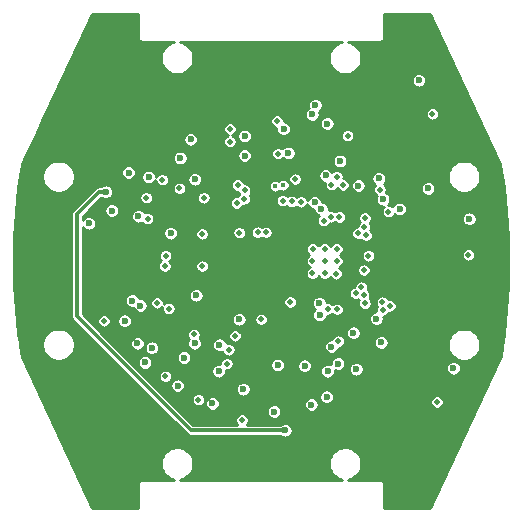
<source format=gbr>
%TF.GenerationSoftware,KiCad,Pcbnew,(5.1.6)-1*%
%TF.CreationDate,2024-07-23T23:35:14+05:30*%
%TF.ProjectId,Project_OAK_MAIN_BRD_V0.1,50726f6a-6563-4745-9f4f-414b5f4d4149,A*%
%TF.SameCoordinates,Original*%
%TF.FileFunction,Copper,L5,Inr*%
%TF.FilePolarity,Positive*%
%FSLAX46Y46*%
G04 Gerber Fmt 4.6, Leading zero omitted, Abs format (unit mm)*
G04 Created by KiCad (PCBNEW (5.1.6)-1) date 2024-07-23 23:35:14*
%MOMM*%
%LPD*%
G01*
G04 APERTURE LIST*
%TA.AperFunction,ViaPad*%
%ADD10C,0.500000*%
%TD*%
%TA.AperFunction,ViaPad*%
%ADD11C,0.600000*%
%TD*%
%TA.AperFunction,ViaPad*%
%ADD12C,0.450000*%
%TD*%
%TA.AperFunction,Conductor*%
%ADD13C,0.300000*%
%TD*%
%TA.AperFunction,Conductor*%
%ADD14C,0.254000*%
%TD*%
G04 APERTURE END LIST*
D10*
%TO.N,+3V0*%
X62738000Y-89357200D03*
D11*
X56680100Y-91313000D03*
X56680100Y-92313000D03*
X56680100Y-94678500D03*
X56680100Y-95678500D03*
X84239100Y-91186000D03*
X84239100Y-94551500D03*
X68981228Y-80817628D03*
X80035400Y-97307400D03*
X84331032Y-95551500D03*
X84259800Y-92186000D03*
X68877839Y-85360385D03*
X78206600Y-98145600D03*
X63855600Y-99745800D03*
X72339200Y-101650800D03*
X77960698Y-89623779D03*
D10*
X72339200Y-97409000D03*
D11*
X70421500Y-88519000D03*
D10*
X62293500Y-89852500D03*
X64722427Y-95618276D03*
X84074000Y-108140500D03*
X86360000Y-83820000D03*
X88011000Y-95948544D03*
X81801732Y-89743051D03*
%TO.N,GND*%
X81356200Y-97282000D03*
X80721200Y-96977200D03*
D11*
X68600506Y-98425000D03*
D10*
X74828400Y-92456000D03*
X75828400Y-92456000D03*
X76860400Y-92456000D03*
X74803000Y-93481400D03*
X75844400Y-93497400D03*
X76885800Y-93497400D03*
X74803000Y-94538800D03*
X75844400Y-94538800D03*
X76809600Y-94564200D03*
X80746600Y-97612200D03*
D11*
X66928999Y-100584000D03*
X64846200Y-86563200D03*
X69062600Y-84556600D03*
X71863679Y-102294150D03*
D10*
X67818000Y-82296000D03*
X71882000Y-84391500D03*
X67818000Y-83375500D03*
X77787500Y-82867500D03*
X68834000Y-106934000D03*
X62357000Y-103251000D03*
X65151000Y-105219500D03*
X57150000Y-98552000D03*
X64770000Y-99695000D03*
X67564000Y-102171500D03*
D11*
X76413628Y-100739082D03*
D10*
X80518000Y-87452200D03*
X76860400Y-86334600D03*
X60731400Y-88112600D03*
X68605400Y-91084400D03*
X70154800Y-91053610D03*
D11*
X75922568Y-86239510D03*
X64960499Y-96393001D03*
D10*
X62377010Y-93022005D03*
D11*
X62801500Y-91122500D03*
D10*
X61633100Y-97028000D03*
X70866004Y-91062510D03*
D11*
X84592920Y-87343945D03*
X88074495Y-89915995D03*
X86741000Y-102552500D03*
D10*
X81229200Y-89306398D03*
D11*
X83820000Y-78181200D03*
D10*
%TO.N,/LGT_ON_BTN*%
X73830983Y-88470436D03*
X88011000Y-92964000D03*
%TO.N,/UP_BTN*%
X72269736Y-88378136D03*
X84963000Y-81026000D03*
%TO.N,/MCU_RSTn*%
X68249800Y-99822000D03*
X79237087Y-89833582D03*
X75741805Y-90062612D03*
D11*
%TO.N,/C1_T*%
X74142612Y-102362000D03*
X78270100Y-99568000D03*
X78689200Y-87096600D03*
%TO.N,/C3_T*%
X75049317Y-80283208D03*
X72755983Y-84338387D03*
D10*
%TO.N,Net-(D1-Pad2)*%
X71814590Y-81626810D03*
X69045715Y-88221251D03*
D11*
%TO.N,/R1*%
X66340291Y-105540510D03*
X77138574Y-85018536D03*
X71551800Y-106235492D03*
X74777600Y-81076800D03*
X69062600Y-82899478D03*
%TO.N,/C6_T*%
X55880000Y-90297006D03*
X64820800Y-100457000D03*
%TO.N,/R2*%
X63398400Y-104038400D03*
X74714088Y-105635490D03*
X76047600Y-81851500D03*
%TO.N,/R3*%
X64490600Y-83185000D03*
X80429100Y-86487000D03*
X60236100Y-97258722D03*
X76007558Y-104979691D03*
X60628084Y-102073124D03*
%TO.N,/R4*%
X59983844Y-100455278D03*
X80783677Y-88255833D03*
X78508306Y-102644510D03*
X60938109Y-86373277D03*
D10*
X79547410Y-93035140D03*
D11*
%TO.N,/R5*%
X63930084Y-101661397D03*
X66865500Y-102806500D03*
X58902600Y-98552002D03*
X59236079Y-86000983D03*
X80619600Y-100380800D03*
X80213202Y-98374200D03*
X82182486Y-89077990D03*
%TO.N,/R6*%
X68935600Y-104330500D03*
X57819990Y-89217500D03*
X76085203Y-102811243D03*
D10*
%TO.N,Net-(Q5-Pad2)*%
X76403200Y-87020400D03*
X73342508Y-86550500D03*
%TO.N,Net-(Q6-Pad2)*%
X68389208Y-88572672D03*
X65605343Y-88125576D03*
D11*
%TO.N,/EXT_3V3_IN*%
X57315100Y-87630000D03*
X72491600Y-107822996D03*
D12*
%TO.N,/+3V0_MON_LED*%
X72318360Y-87057797D03*
D10*
%TO.N,/DBG_RX*%
X60845755Y-89890600D03*
D11*
%TO.N,/R2_R*%
X72361227Y-82292003D03*
X75554607Y-89074628D03*
X60059662Y-89694108D03*
%TO.N,/R3_R*%
X63601600Y-84759800D03*
X74980995Y-88516965D03*
X59528010Y-96837050D03*
D10*
%TO.N,/DBG_TX*%
X62088121Y-86588600D03*
%TO.N,/RTC_SCL*%
X69056532Y-87496935D03*
X76377800Y-89738200D03*
%TO.N,/RTC_SDA*%
X68478400Y-87045800D03*
X77078023Y-89754833D03*
%TO.N,/C6*%
X62637727Y-97506445D03*
X79200415Y-90616974D03*
%TO.N,/+3V0_VOL_MON*%
X70459584Y-98425008D03*
X79155190Y-94255975D03*
%TO.N,/C5*%
X67721790Y-100999190D03*
X78663800Y-91137984D03*
%TO.N,/C4*%
X77000084Y-100271549D03*
X79341531Y-91313191D03*
%TO.N,/C3*%
X77393800Y-87045800D03*
X79248191Y-97079978D03*
%TO.N,/C2*%
X63548400Y-87322800D03*
X76881554Y-97585739D03*
%TO.N,/C1*%
X76123800Y-97536000D03*
D12*
X71640611Y-87147491D03*
D11*
%TO.N,/R4_R*%
X75405073Y-98061871D03*
X76974933Y-102166636D03*
%TO.N,/R5_R*%
X75377283Y-97045856D03*
X61214554Y-100837445D03*
D10*
%TO.N,/ICSP_MOSI*%
X79136750Y-96388894D03*
%TO.N,/ICSP_MISO*%
X78453052Y-96209810D03*
%TO.N,/ICSP_SCK*%
X78948264Y-95701810D03*
%TO.N,/DWN_BTN*%
X72923400Y-96951800D03*
X85356186Y-105422186D03*
%TO.N,/RTC_INTO*%
X65468500Y-91186000D03*
X73047808Y-88444412D03*
%TO.N,/RTC_CLKO*%
X65474000Y-93922000D03*
%TO.N,/RTC_CLKO_EN*%
X62299002Y-93922000D03*
%TD*%
D13*
%TO.N,/EXT_3V3_IN*%
X64515996Y-107822996D02*
X72491600Y-107822996D01*
X54864000Y-98171000D02*
X64515996Y-107822996D01*
X54864000Y-89535000D02*
X54864000Y-98171000D01*
X57315100Y-87630000D02*
X56769000Y-87630000D01*
X56769000Y-87630000D02*
X54864000Y-89535000D01*
%TD*%
D14*
%TO.N,+3V0*%
G36*
X90716279Y-85309115D02*
G01*
X90718121Y-85313927D01*
X90724067Y-85325819D01*
X90725412Y-85328705D01*
X90873698Y-86292788D01*
X91009589Y-87314205D01*
X91124638Y-88337535D01*
X91218938Y-89362331D01*
X91292391Y-90388499D01*
X91344999Y-91415563D01*
X91376764Y-92443289D01*
X91387682Y-93471427D01*
X91377857Y-94499456D01*
X91347085Y-95527193D01*
X91295567Y-96554363D01*
X91223103Y-97580579D01*
X91129902Y-98605504D01*
X91015850Y-99628893D01*
X90880852Y-100650308D01*
X90735867Y-101599223D01*
X90734683Y-101601223D01*
X90726132Y-101615344D01*
X90725312Y-101617057D01*
X90724328Y-101618720D01*
X90717247Y-101633909D01*
X90702107Y-101665546D01*
X90701632Y-101667407D01*
X84765295Y-114401791D01*
X80860088Y-114401764D01*
X80865797Y-114391083D01*
X80888783Y-114315306D01*
X80894600Y-114256247D01*
X80896545Y-114236500D01*
X80894600Y-114216753D01*
X80894600Y-112414747D01*
X80896545Y-112395000D01*
X80888783Y-112316194D01*
X80865797Y-112240417D01*
X80828468Y-112170580D01*
X80778232Y-112109368D01*
X80717020Y-112059132D01*
X80647183Y-112021803D01*
X80571406Y-111998817D01*
X80512347Y-111993000D01*
X80492600Y-111991055D01*
X80472853Y-111993000D01*
X77839945Y-111993000D01*
X77973256Y-111966483D01*
X78223854Y-111862682D01*
X78449387Y-111711986D01*
X78641186Y-111520187D01*
X78791882Y-111294654D01*
X78895683Y-111044056D01*
X78948600Y-110778023D01*
X78948600Y-110506777D01*
X78895683Y-110240744D01*
X78791882Y-109990146D01*
X78641186Y-109764613D01*
X78449387Y-109572814D01*
X78223854Y-109422118D01*
X77973256Y-109318317D01*
X77707223Y-109265400D01*
X77435977Y-109265400D01*
X77169944Y-109318317D01*
X76919346Y-109422118D01*
X76693813Y-109572814D01*
X76502014Y-109764613D01*
X76351318Y-109990146D01*
X76247517Y-110240744D01*
X76194600Y-110506777D01*
X76194600Y-110778023D01*
X76247517Y-111044056D01*
X76351318Y-111294654D01*
X76502014Y-111520187D01*
X76693813Y-111711986D01*
X76919346Y-111862682D01*
X77169944Y-111966483D01*
X77303255Y-111993000D01*
X63615945Y-111993000D01*
X63749256Y-111966483D01*
X63999854Y-111862682D01*
X64225387Y-111711986D01*
X64417186Y-111520187D01*
X64567882Y-111294654D01*
X64671683Y-111044056D01*
X64724600Y-110778023D01*
X64724600Y-110506777D01*
X64671683Y-110240744D01*
X64567882Y-109990146D01*
X64417186Y-109764613D01*
X64225387Y-109572814D01*
X63999854Y-109422118D01*
X63749256Y-109318317D01*
X63483223Y-109265400D01*
X63211977Y-109265400D01*
X62945944Y-109318317D01*
X62695346Y-109422118D01*
X62469813Y-109572814D01*
X62278014Y-109764613D01*
X62127318Y-109990146D01*
X62023517Y-110240744D01*
X61970600Y-110506777D01*
X61970600Y-110778023D01*
X62023517Y-111044056D01*
X62127318Y-111294654D01*
X62278014Y-111520187D01*
X62469813Y-111711986D01*
X62695346Y-111862682D01*
X62945944Y-111966483D01*
X63079255Y-111993000D01*
X60446347Y-111993000D01*
X60426600Y-111991055D01*
X60406853Y-111993000D01*
X60347794Y-111998817D01*
X60272017Y-112021803D01*
X60202180Y-112059132D01*
X60140968Y-112109368D01*
X60090732Y-112170580D01*
X60053403Y-112240417D01*
X60030417Y-112316194D01*
X60022655Y-112395000D01*
X60024600Y-112414747D01*
X60024601Y-114216743D01*
X60022655Y-114236500D01*
X60030417Y-114315306D01*
X60053403Y-114391083D01*
X60059036Y-114401621D01*
X56151178Y-114401594D01*
X50194837Y-101628082D01*
X50044446Y-100650203D01*
X50017612Y-100448377D01*
X51912200Y-100448377D01*
X51912200Y-100719623D01*
X51965117Y-100985656D01*
X52068918Y-101236254D01*
X52219614Y-101461787D01*
X52411413Y-101653586D01*
X52636946Y-101804282D01*
X52887544Y-101908083D01*
X53153577Y-101961000D01*
X53424823Y-101961000D01*
X53690856Y-101908083D01*
X53941454Y-101804282D01*
X54166987Y-101653586D01*
X54358786Y-101461787D01*
X54509482Y-101236254D01*
X54613283Y-100985656D01*
X54666200Y-100719623D01*
X54666200Y-100448377D01*
X54613283Y-100182344D01*
X54509482Y-99931746D01*
X54358786Y-99706213D01*
X54166987Y-99514414D01*
X53941454Y-99363718D01*
X53690856Y-99259917D01*
X53424823Y-99207000D01*
X53153577Y-99207000D01*
X52887544Y-99259917D01*
X52636946Y-99363718D01*
X52411413Y-99514414D01*
X52219614Y-99706213D01*
X52068918Y-99931746D01*
X51965117Y-100182344D01*
X51912200Y-100448377D01*
X50017612Y-100448377D01*
X49908651Y-99628871D01*
X49793611Y-98605628D01*
X49699508Y-97580714D01*
X49626152Y-96554633D01*
X49573744Y-95527578D01*
X49542179Y-94499851D01*
X49531459Y-93471759D01*
X49541483Y-92443732D01*
X49572454Y-91415941D01*
X49624169Y-90388778D01*
X49684622Y-89535000D01*
X54384694Y-89535000D01*
X54387000Y-89558415D01*
X54387001Y-98147575D01*
X54384694Y-98171000D01*
X54393903Y-98264507D01*
X54421178Y-98354422D01*
X54421179Y-98354423D01*
X54465472Y-98437289D01*
X54484644Y-98460650D01*
X54508935Y-98490248D01*
X54525080Y-98509921D01*
X54543271Y-98524850D01*
X64162146Y-108143726D01*
X64177075Y-108161917D01*
X64249707Y-108221525D01*
X64332573Y-108265818D01*
X64422488Y-108293093D01*
X64492573Y-108299996D01*
X64492581Y-108299996D01*
X64515996Y-108302302D01*
X64539411Y-108299996D01*
X72081888Y-108299996D01*
X72091911Y-108310019D01*
X72194604Y-108378636D01*
X72308711Y-108425901D01*
X72429846Y-108449996D01*
X72553354Y-108449996D01*
X72674489Y-108425901D01*
X72788596Y-108378636D01*
X72891289Y-108310019D01*
X72978623Y-108222685D01*
X73047240Y-108119992D01*
X73094505Y-108005885D01*
X73118600Y-107884750D01*
X73118600Y-107761242D01*
X73094505Y-107640107D01*
X73047240Y-107526000D01*
X72978623Y-107423307D01*
X72891289Y-107335973D01*
X72788596Y-107267356D01*
X72674489Y-107220091D01*
X72553354Y-107195996D01*
X72429846Y-107195996D01*
X72308711Y-107220091D01*
X72194604Y-107267356D01*
X72091911Y-107335973D01*
X72081888Y-107345996D01*
X69238005Y-107345996D01*
X69282185Y-107301816D01*
X69345331Y-107207312D01*
X69388826Y-107102305D01*
X69411000Y-106990830D01*
X69411000Y-106877170D01*
X69388826Y-106765695D01*
X69345331Y-106660688D01*
X69282185Y-106566184D01*
X69201816Y-106485815D01*
X69107312Y-106422669D01*
X69002305Y-106379174D01*
X68890830Y-106357000D01*
X68777170Y-106357000D01*
X68665695Y-106379174D01*
X68560688Y-106422669D01*
X68466184Y-106485815D01*
X68385815Y-106566184D01*
X68322669Y-106660688D01*
X68279174Y-106765695D01*
X68257000Y-106877170D01*
X68257000Y-106990830D01*
X68279174Y-107102305D01*
X68322669Y-107207312D01*
X68385815Y-107301816D01*
X68429995Y-107345996D01*
X64713576Y-107345996D01*
X63541318Y-106173738D01*
X70924800Y-106173738D01*
X70924800Y-106297246D01*
X70948895Y-106418381D01*
X70996160Y-106532488D01*
X71064777Y-106635181D01*
X71152111Y-106722515D01*
X71254804Y-106791132D01*
X71368911Y-106838397D01*
X71490046Y-106862492D01*
X71613554Y-106862492D01*
X71734689Y-106838397D01*
X71848796Y-106791132D01*
X71951489Y-106722515D01*
X72038823Y-106635181D01*
X72107440Y-106532488D01*
X72154705Y-106418381D01*
X72178800Y-106297246D01*
X72178800Y-106173738D01*
X72154705Y-106052603D01*
X72107440Y-105938496D01*
X72038823Y-105835803D01*
X71951489Y-105748469D01*
X71848796Y-105679852D01*
X71734689Y-105632587D01*
X71613554Y-105608492D01*
X71490046Y-105608492D01*
X71368911Y-105632587D01*
X71254804Y-105679852D01*
X71152111Y-105748469D01*
X71064777Y-105835803D01*
X70996160Y-105938496D01*
X70948895Y-106052603D01*
X70924800Y-106173738D01*
X63541318Y-106173738D01*
X62530250Y-105162670D01*
X64574000Y-105162670D01*
X64574000Y-105276330D01*
X64596174Y-105387805D01*
X64639669Y-105492812D01*
X64702815Y-105587316D01*
X64783184Y-105667685D01*
X64877688Y-105730831D01*
X64982695Y-105774326D01*
X65094170Y-105796500D01*
X65207830Y-105796500D01*
X65319305Y-105774326D01*
X65424312Y-105730831D01*
X65518816Y-105667685D01*
X65599185Y-105587316D01*
X65662331Y-105492812D01*
X65668153Y-105478756D01*
X65713291Y-105478756D01*
X65713291Y-105602264D01*
X65737386Y-105723399D01*
X65784651Y-105837506D01*
X65853268Y-105940199D01*
X65940602Y-106027533D01*
X66043295Y-106096150D01*
X66157402Y-106143415D01*
X66278537Y-106167510D01*
X66402045Y-106167510D01*
X66523180Y-106143415D01*
X66637287Y-106096150D01*
X66739980Y-106027533D01*
X66827314Y-105940199D01*
X66895931Y-105837506D01*
X66943196Y-105723399D01*
X66967291Y-105602264D01*
X66967291Y-105573736D01*
X74087088Y-105573736D01*
X74087088Y-105697244D01*
X74111183Y-105818379D01*
X74158448Y-105932486D01*
X74227065Y-106035179D01*
X74314399Y-106122513D01*
X74417092Y-106191130D01*
X74531199Y-106238395D01*
X74652334Y-106262490D01*
X74775842Y-106262490D01*
X74896977Y-106238395D01*
X75011084Y-106191130D01*
X75113777Y-106122513D01*
X75201111Y-106035179D01*
X75269728Y-105932486D01*
X75316993Y-105818379D01*
X75341088Y-105697244D01*
X75341088Y-105573736D01*
X75316993Y-105452601D01*
X75269728Y-105338494D01*
X75201111Y-105235801D01*
X75113777Y-105148467D01*
X75011084Y-105079850D01*
X74896977Y-105032585D01*
X74775842Y-105008490D01*
X74652334Y-105008490D01*
X74531199Y-105032585D01*
X74417092Y-105079850D01*
X74314399Y-105148467D01*
X74227065Y-105235801D01*
X74158448Y-105338494D01*
X74111183Y-105452601D01*
X74087088Y-105573736D01*
X66967291Y-105573736D01*
X66967291Y-105478756D01*
X66943196Y-105357621D01*
X66895931Y-105243514D01*
X66827314Y-105140821D01*
X66739980Y-105053487D01*
X66637287Y-104984870D01*
X66523180Y-104937605D01*
X66402045Y-104913510D01*
X66278537Y-104913510D01*
X66157402Y-104937605D01*
X66043295Y-104984870D01*
X65940602Y-105053487D01*
X65853268Y-105140821D01*
X65784651Y-105243514D01*
X65737386Y-105357621D01*
X65713291Y-105478756D01*
X65668153Y-105478756D01*
X65705826Y-105387805D01*
X65728000Y-105276330D01*
X65728000Y-105162670D01*
X65705826Y-105051195D01*
X65662331Y-104946188D01*
X65599185Y-104851684D01*
X65518816Y-104771315D01*
X65424312Y-104708169D01*
X65319305Y-104664674D01*
X65207830Y-104642500D01*
X65094170Y-104642500D01*
X64982695Y-104664674D01*
X64877688Y-104708169D01*
X64783184Y-104771315D01*
X64702815Y-104851684D01*
X64639669Y-104946188D01*
X64596174Y-105051195D01*
X64574000Y-105162670D01*
X62530250Y-105162670D01*
X61344226Y-103976646D01*
X62771400Y-103976646D01*
X62771400Y-104100154D01*
X62795495Y-104221289D01*
X62842760Y-104335396D01*
X62911377Y-104438089D01*
X62998711Y-104525423D01*
X63101404Y-104594040D01*
X63215511Y-104641305D01*
X63336646Y-104665400D01*
X63460154Y-104665400D01*
X63581289Y-104641305D01*
X63695396Y-104594040D01*
X63798089Y-104525423D01*
X63885423Y-104438089D01*
X63954040Y-104335396D01*
X63981647Y-104268746D01*
X68308600Y-104268746D01*
X68308600Y-104392254D01*
X68332695Y-104513389D01*
X68379960Y-104627496D01*
X68448577Y-104730189D01*
X68535911Y-104817523D01*
X68638604Y-104886140D01*
X68752711Y-104933405D01*
X68873846Y-104957500D01*
X68997354Y-104957500D01*
X69118489Y-104933405D01*
X69155831Y-104917937D01*
X75380558Y-104917937D01*
X75380558Y-105041445D01*
X75404653Y-105162580D01*
X75451918Y-105276687D01*
X75520535Y-105379380D01*
X75607869Y-105466714D01*
X75710562Y-105535331D01*
X75824669Y-105582596D01*
X75945804Y-105606691D01*
X76069312Y-105606691D01*
X76190447Y-105582596D01*
X76304554Y-105535331D01*
X76407247Y-105466714D01*
X76494581Y-105379380D01*
X76503951Y-105365356D01*
X84779186Y-105365356D01*
X84779186Y-105479016D01*
X84801360Y-105590491D01*
X84844855Y-105695498D01*
X84908001Y-105790002D01*
X84988370Y-105870371D01*
X85082874Y-105933517D01*
X85187881Y-105977012D01*
X85299356Y-105999186D01*
X85413016Y-105999186D01*
X85524491Y-105977012D01*
X85629498Y-105933517D01*
X85724002Y-105870371D01*
X85804371Y-105790002D01*
X85867517Y-105695498D01*
X85911012Y-105590491D01*
X85933186Y-105479016D01*
X85933186Y-105365356D01*
X85911012Y-105253881D01*
X85867517Y-105148874D01*
X85804371Y-105054370D01*
X85724002Y-104974001D01*
X85629498Y-104910855D01*
X85524491Y-104867360D01*
X85413016Y-104845186D01*
X85299356Y-104845186D01*
X85187881Y-104867360D01*
X85082874Y-104910855D01*
X84988370Y-104974001D01*
X84908001Y-105054370D01*
X84844855Y-105148874D01*
X84801360Y-105253881D01*
X84779186Y-105365356D01*
X76503951Y-105365356D01*
X76563198Y-105276687D01*
X76610463Y-105162580D01*
X76634558Y-105041445D01*
X76634558Y-104917937D01*
X76610463Y-104796802D01*
X76563198Y-104682695D01*
X76494581Y-104580002D01*
X76407247Y-104492668D01*
X76304554Y-104424051D01*
X76190447Y-104376786D01*
X76069312Y-104352691D01*
X75945804Y-104352691D01*
X75824669Y-104376786D01*
X75710562Y-104424051D01*
X75607869Y-104492668D01*
X75520535Y-104580002D01*
X75451918Y-104682695D01*
X75404653Y-104796802D01*
X75380558Y-104917937D01*
X69155831Y-104917937D01*
X69232596Y-104886140D01*
X69335289Y-104817523D01*
X69422623Y-104730189D01*
X69491240Y-104627496D01*
X69538505Y-104513389D01*
X69562600Y-104392254D01*
X69562600Y-104268746D01*
X69538505Y-104147611D01*
X69491240Y-104033504D01*
X69422623Y-103930811D01*
X69335289Y-103843477D01*
X69232596Y-103774860D01*
X69118489Y-103727595D01*
X68997354Y-103703500D01*
X68873846Y-103703500D01*
X68752711Y-103727595D01*
X68638604Y-103774860D01*
X68535911Y-103843477D01*
X68448577Y-103930811D01*
X68379960Y-104033504D01*
X68332695Y-104147611D01*
X68308600Y-104268746D01*
X63981647Y-104268746D01*
X64001305Y-104221289D01*
X64025400Y-104100154D01*
X64025400Y-103976646D01*
X64001305Y-103855511D01*
X63954040Y-103741404D01*
X63885423Y-103638711D01*
X63798089Y-103551377D01*
X63695396Y-103482760D01*
X63581289Y-103435495D01*
X63460154Y-103411400D01*
X63336646Y-103411400D01*
X63215511Y-103435495D01*
X63101404Y-103482760D01*
X62998711Y-103551377D01*
X62911377Y-103638711D01*
X62842760Y-103741404D01*
X62795495Y-103855511D01*
X62771400Y-103976646D01*
X61344226Y-103976646D01*
X60561750Y-103194170D01*
X61780000Y-103194170D01*
X61780000Y-103307830D01*
X61802174Y-103419305D01*
X61845669Y-103524312D01*
X61908815Y-103618816D01*
X61989184Y-103699185D01*
X62083688Y-103762331D01*
X62188695Y-103805826D01*
X62300170Y-103828000D01*
X62413830Y-103828000D01*
X62525305Y-103805826D01*
X62630312Y-103762331D01*
X62724816Y-103699185D01*
X62805185Y-103618816D01*
X62868331Y-103524312D01*
X62911826Y-103419305D01*
X62934000Y-103307830D01*
X62934000Y-103194170D01*
X62911826Y-103082695D01*
X62868331Y-102977688D01*
X62805185Y-102883184D01*
X62724816Y-102802815D01*
X62637911Y-102744746D01*
X66238500Y-102744746D01*
X66238500Y-102868254D01*
X66262595Y-102989389D01*
X66309860Y-103103496D01*
X66378477Y-103206189D01*
X66465811Y-103293523D01*
X66568504Y-103362140D01*
X66682611Y-103409405D01*
X66803746Y-103433500D01*
X66927254Y-103433500D01*
X67048389Y-103409405D01*
X67162496Y-103362140D01*
X67265189Y-103293523D01*
X67352523Y-103206189D01*
X67421140Y-103103496D01*
X67468405Y-102989389D01*
X67492500Y-102868254D01*
X67492500Y-102745582D01*
X67507170Y-102748500D01*
X67620830Y-102748500D01*
X67732305Y-102726326D01*
X67837312Y-102682831D01*
X67931816Y-102619685D01*
X68012185Y-102539316D01*
X68075331Y-102444812D01*
X68118826Y-102339805D01*
X68140191Y-102232396D01*
X71236679Y-102232396D01*
X71236679Y-102355904D01*
X71260774Y-102477039D01*
X71308039Y-102591146D01*
X71376656Y-102693839D01*
X71463990Y-102781173D01*
X71566683Y-102849790D01*
X71680790Y-102897055D01*
X71801925Y-102921150D01*
X71925433Y-102921150D01*
X72046568Y-102897055D01*
X72160675Y-102849790D01*
X72263368Y-102781173D01*
X72350702Y-102693839D01*
X72419319Y-102591146D01*
X72466584Y-102477039D01*
X72490679Y-102355904D01*
X72490679Y-102300246D01*
X73515612Y-102300246D01*
X73515612Y-102423754D01*
X73539707Y-102544889D01*
X73586972Y-102658996D01*
X73655589Y-102761689D01*
X73742923Y-102849023D01*
X73845616Y-102917640D01*
X73959723Y-102964905D01*
X74080858Y-102989000D01*
X74204366Y-102989000D01*
X74325501Y-102964905D01*
X74439608Y-102917640D01*
X74542301Y-102849023D01*
X74629635Y-102761689D01*
X74637786Y-102749489D01*
X75458203Y-102749489D01*
X75458203Y-102872997D01*
X75482298Y-102994132D01*
X75529563Y-103108239D01*
X75598180Y-103210932D01*
X75685514Y-103298266D01*
X75788207Y-103366883D01*
X75902314Y-103414148D01*
X76023449Y-103438243D01*
X76146957Y-103438243D01*
X76268092Y-103414148D01*
X76382199Y-103366883D01*
X76484892Y-103298266D01*
X76572226Y-103210932D01*
X76640843Y-103108239D01*
X76688108Y-102994132D01*
X76712203Y-102872997D01*
X76712203Y-102749489D01*
X76709381Y-102735301D01*
X76792044Y-102769541D01*
X76913179Y-102793636D01*
X77036687Y-102793636D01*
X77157822Y-102769541D01*
X77271929Y-102722276D01*
X77374622Y-102653659D01*
X77445525Y-102582756D01*
X77881306Y-102582756D01*
X77881306Y-102706264D01*
X77905401Y-102827399D01*
X77952666Y-102941506D01*
X78021283Y-103044199D01*
X78108617Y-103131533D01*
X78211310Y-103200150D01*
X78325417Y-103247415D01*
X78446552Y-103271510D01*
X78570060Y-103271510D01*
X78691195Y-103247415D01*
X78805302Y-103200150D01*
X78907995Y-103131533D01*
X78995329Y-103044199D01*
X79063946Y-102941506D01*
X79111211Y-102827399D01*
X79135306Y-102706264D01*
X79135306Y-102582756D01*
X79117005Y-102490746D01*
X86114000Y-102490746D01*
X86114000Y-102614254D01*
X86138095Y-102735389D01*
X86185360Y-102849496D01*
X86253977Y-102952189D01*
X86341311Y-103039523D01*
X86444004Y-103108140D01*
X86558111Y-103155405D01*
X86679246Y-103179500D01*
X86802754Y-103179500D01*
X86923889Y-103155405D01*
X87037996Y-103108140D01*
X87140689Y-103039523D01*
X87228023Y-102952189D01*
X87296640Y-102849496D01*
X87343905Y-102735389D01*
X87368000Y-102614254D01*
X87368000Y-102490746D01*
X87343905Y-102369611D01*
X87296640Y-102255504D01*
X87228023Y-102152811D01*
X87140689Y-102065477D01*
X87037996Y-101996860D01*
X86923889Y-101949595D01*
X86802754Y-101925500D01*
X86679246Y-101925500D01*
X86558111Y-101949595D01*
X86444004Y-101996860D01*
X86341311Y-102065477D01*
X86253977Y-102152811D01*
X86185360Y-102255504D01*
X86138095Y-102369611D01*
X86114000Y-102490746D01*
X79117005Y-102490746D01*
X79111211Y-102461621D01*
X79063946Y-102347514D01*
X78995329Y-102244821D01*
X78907995Y-102157487D01*
X78805302Y-102088870D01*
X78691195Y-102041605D01*
X78570060Y-102017510D01*
X78446552Y-102017510D01*
X78325417Y-102041605D01*
X78211310Y-102088870D01*
X78108617Y-102157487D01*
X78021283Y-102244821D01*
X77952666Y-102347514D01*
X77905401Y-102461621D01*
X77881306Y-102582756D01*
X77445525Y-102582756D01*
X77461956Y-102566325D01*
X77530573Y-102463632D01*
X77577838Y-102349525D01*
X77601933Y-102228390D01*
X77601933Y-102104882D01*
X77577838Y-101983747D01*
X77530573Y-101869640D01*
X77461956Y-101766947D01*
X77374622Y-101679613D01*
X77271929Y-101610996D01*
X77157822Y-101563731D01*
X77036687Y-101539636D01*
X76913179Y-101539636D01*
X76792044Y-101563731D01*
X76677937Y-101610996D01*
X76575244Y-101679613D01*
X76487910Y-101766947D01*
X76419293Y-101869640D01*
X76372028Y-101983747D01*
X76347933Y-102104882D01*
X76347933Y-102228390D01*
X76350755Y-102242578D01*
X76268092Y-102208338D01*
X76146957Y-102184243D01*
X76023449Y-102184243D01*
X75902314Y-102208338D01*
X75788207Y-102255603D01*
X75685514Y-102324220D01*
X75598180Y-102411554D01*
X75529563Y-102514247D01*
X75482298Y-102628354D01*
X75458203Y-102749489D01*
X74637786Y-102749489D01*
X74698252Y-102658996D01*
X74745517Y-102544889D01*
X74769612Y-102423754D01*
X74769612Y-102300246D01*
X74745517Y-102179111D01*
X74698252Y-102065004D01*
X74629635Y-101962311D01*
X74542301Y-101874977D01*
X74439608Y-101806360D01*
X74325501Y-101759095D01*
X74204366Y-101735000D01*
X74080858Y-101735000D01*
X73959723Y-101759095D01*
X73845616Y-101806360D01*
X73742923Y-101874977D01*
X73655589Y-101962311D01*
X73586972Y-102065004D01*
X73539707Y-102179111D01*
X73515612Y-102300246D01*
X72490679Y-102300246D01*
X72490679Y-102232396D01*
X72466584Y-102111261D01*
X72419319Y-101997154D01*
X72350702Y-101894461D01*
X72263368Y-101807127D01*
X72160675Y-101738510D01*
X72046568Y-101691245D01*
X71925433Y-101667150D01*
X71801925Y-101667150D01*
X71680790Y-101691245D01*
X71566683Y-101738510D01*
X71463990Y-101807127D01*
X71376656Y-101894461D01*
X71308039Y-101997154D01*
X71260774Y-102111261D01*
X71236679Y-102232396D01*
X68140191Y-102232396D01*
X68141000Y-102228330D01*
X68141000Y-102114670D01*
X68118826Y-102003195D01*
X68075331Y-101898188D01*
X68012185Y-101803684D01*
X67931816Y-101723315D01*
X67837312Y-101660169D01*
X67732305Y-101616674D01*
X67620830Y-101594500D01*
X67507170Y-101594500D01*
X67395695Y-101616674D01*
X67290688Y-101660169D01*
X67196184Y-101723315D01*
X67115815Y-101803684D01*
X67052669Y-101898188D01*
X67009174Y-102003195D01*
X66987000Y-102114670D01*
X66987000Y-102191384D01*
X66927254Y-102179500D01*
X66803746Y-102179500D01*
X66682611Y-102203595D01*
X66568504Y-102250860D01*
X66465811Y-102319477D01*
X66378477Y-102406811D01*
X66309860Y-102509504D01*
X66262595Y-102623611D01*
X66238500Y-102744746D01*
X62637911Y-102744746D01*
X62630312Y-102739669D01*
X62525305Y-102696174D01*
X62413830Y-102674000D01*
X62300170Y-102674000D01*
X62188695Y-102696174D01*
X62083688Y-102739669D01*
X61989184Y-102802815D01*
X61908815Y-102883184D01*
X61845669Y-102977688D01*
X61802174Y-103082695D01*
X61780000Y-103194170D01*
X60561750Y-103194170D01*
X59378950Y-102011370D01*
X60001084Y-102011370D01*
X60001084Y-102134878D01*
X60025179Y-102256013D01*
X60072444Y-102370120D01*
X60141061Y-102472813D01*
X60228395Y-102560147D01*
X60331088Y-102628764D01*
X60445195Y-102676029D01*
X60566330Y-102700124D01*
X60689838Y-102700124D01*
X60810973Y-102676029D01*
X60925080Y-102628764D01*
X61027773Y-102560147D01*
X61115107Y-102472813D01*
X61183724Y-102370120D01*
X61230989Y-102256013D01*
X61255084Y-102134878D01*
X61255084Y-102011370D01*
X61230989Y-101890235D01*
X61183724Y-101776128D01*
X61115107Y-101673435D01*
X61041315Y-101599643D01*
X63303084Y-101599643D01*
X63303084Y-101723151D01*
X63327179Y-101844286D01*
X63374444Y-101958393D01*
X63443061Y-102061086D01*
X63530395Y-102148420D01*
X63633088Y-102217037D01*
X63747195Y-102264302D01*
X63868330Y-102288397D01*
X63991838Y-102288397D01*
X64112973Y-102264302D01*
X64227080Y-102217037D01*
X64329773Y-102148420D01*
X64417107Y-102061086D01*
X64485724Y-101958393D01*
X64532989Y-101844286D01*
X64557084Y-101723151D01*
X64557084Y-101599643D01*
X64532989Y-101478508D01*
X64485724Y-101364401D01*
X64417107Y-101261708D01*
X64329773Y-101174374D01*
X64227080Y-101105757D01*
X64112973Y-101058492D01*
X63991838Y-101034397D01*
X63868330Y-101034397D01*
X63747195Y-101058492D01*
X63633088Y-101105757D01*
X63530395Y-101174374D01*
X63443061Y-101261708D01*
X63374444Y-101364401D01*
X63327179Y-101478508D01*
X63303084Y-101599643D01*
X61041315Y-101599643D01*
X61027773Y-101586101D01*
X60925080Y-101517484D01*
X60810973Y-101470219D01*
X60689838Y-101446124D01*
X60566330Y-101446124D01*
X60445195Y-101470219D01*
X60331088Y-101517484D01*
X60228395Y-101586101D01*
X60141061Y-101673435D01*
X60072444Y-101776128D01*
X60025179Y-101890235D01*
X60001084Y-102011370D01*
X59378950Y-102011370D01*
X57761104Y-100393524D01*
X59356844Y-100393524D01*
X59356844Y-100517032D01*
X59380939Y-100638167D01*
X59428204Y-100752274D01*
X59496821Y-100854967D01*
X59584155Y-100942301D01*
X59686848Y-101010918D01*
X59800955Y-101058183D01*
X59922090Y-101082278D01*
X60045598Y-101082278D01*
X60166733Y-101058183D01*
X60280840Y-101010918D01*
X60383533Y-100942301D01*
X60470867Y-100854967D01*
X60523837Y-100775691D01*
X60587554Y-100775691D01*
X60587554Y-100899199D01*
X60611649Y-101020334D01*
X60658914Y-101134441D01*
X60727531Y-101237134D01*
X60814865Y-101324468D01*
X60917558Y-101393085D01*
X61031665Y-101440350D01*
X61152800Y-101464445D01*
X61276308Y-101464445D01*
X61397443Y-101440350D01*
X61511550Y-101393085D01*
X61614243Y-101324468D01*
X61701577Y-101237134D01*
X61770194Y-101134441D01*
X61817459Y-101020334D01*
X61841554Y-100899199D01*
X61841554Y-100775691D01*
X61817459Y-100654556D01*
X61770194Y-100540449D01*
X61701577Y-100437756D01*
X61614243Y-100350422D01*
X61511550Y-100281805D01*
X61397443Y-100234540D01*
X61276308Y-100210445D01*
X61152800Y-100210445D01*
X61031665Y-100234540D01*
X60917558Y-100281805D01*
X60814865Y-100350422D01*
X60727531Y-100437756D01*
X60658914Y-100540449D01*
X60611649Y-100654556D01*
X60587554Y-100775691D01*
X60523837Y-100775691D01*
X60539484Y-100752274D01*
X60586749Y-100638167D01*
X60610844Y-100517032D01*
X60610844Y-100393524D01*
X60586749Y-100272389D01*
X60539484Y-100158282D01*
X60470867Y-100055589D01*
X60383533Y-99968255D01*
X60280840Y-99899638D01*
X60166733Y-99852373D01*
X60045598Y-99828278D01*
X59922090Y-99828278D01*
X59800955Y-99852373D01*
X59686848Y-99899638D01*
X59584155Y-99968255D01*
X59496821Y-100055589D01*
X59428204Y-100158282D01*
X59380939Y-100272389D01*
X59356844Y-100393524D01*
X57761104Y-100393524D01*
X57005750Y-99638170D01*
X64193000Y-99638170D01*
X64193000Y-99751830D01*
X64215174Y-99863305D01*
X64258669Y-99968312D01*
X64321815Y-100062816D01*
X64326781Y-100067782D01*
X64265160Y-100160004D01*
X64217895Y-100274111D01*
X64193800Y-100395246D01*
X64193800Y-100518754D01*
X64217895Y-100639889D01*
X64265160Y-100753996D01*
X64333777Y-100856689D01*
X64421111Y-100944023D01*
X64523804Y-101012640D01*
X64637911Y-101059905D01*
X64759046Y-101084000D01*
X64882554Y-101084000D01*
X65003689Y-101059905D01*
X65117796Y-101012640D01*
X65220489Y-100944023D01*
X65307823Y-100856689D01*
X65376440Y-100753996D01*
X65423705Y-100639889D01*
X65447105Y-100522246D01*
X66301999Y-100522246D01*
X66301999Y-100645754D01*
X66326094Y-100766889D01*
X66373359Y-100880996D01*
X66441976Y-100983689D01*
X66529310Y-101071023D01*
X66632003Y-101139640D01*
X66746110Y-101186905D01*
X66867245Y-101211000D01*
X66990753Y-101211000D01*
X67111888Y-101186905D01*
X67166339Y-101164351D01*
X67166964Y-101167495D01*
X67210459Y-101272502D01*
X67273605Y-101367006D01*
X67353974Y-101447375D01*
X67448478Y-101510521D01*
X67553485Y-101554016D01*
X67664960Y-101576190D01*
X67778620Y-101576190D01*
X67890095Y-101554016D01*
X67995102Y-101510521D01*
X68089606Y-101447375D01*
X68169975Y-101367006D01*
X68233121Y-101272502D01*
X68276616Y-101167495D01*
X68298790Y-101056020D01*
X68298790Y-100942360D01*
X68276616Y-100830885D01*
X68233121Y-100725878D01*
X68200681Y-100677328D01*
X75786628Y-100677328D01*
X75786628Y-100800836D01*
X75810723Y-100921971D01*
X75857988Y-101036078D01*
X75926605Y-101138771D01*
X76013939Y-101226105D01*
X76116632Y-101294722D01*
X76230739Y-101341987D01*
X76351874Y-101366082D01*
X76475382Y-101366082D01*
X76596517Y-101341987D01*
X76710624Y-101294722D01*
X76813317Y-101226105D01*
X76900651Y-101138771D01*
X76969268Y-101036078D01*
X77016533Y-100921971D01*
X77031137Y-100848549D01*
X77056914Y-100848549D01*
X77168389Y-100826375D01*
X77273396Y-100782880D01*
X77367900Y-100719734D01*
X77448269Y-100639365D01*
X77511415Y-100544861D01*
X77554910Y-100439854D01*
X77577084Y-100328379D01*
X77577084Y-100319046D01*
X79992600Y-100319046D01*
X79992600Y-100442554D01*
X80016695Y-100563689D01*
X80063960Y-100677796D01*
X80132577Y-100780489D01*
X80219911Y-100867823D01*
X80322604Y-100936440D01*
X80436711Y-100983705D01*
X80557846Y-101007800D01*
X80681354Y-101007800D01*
X80802489Y-100983705D01*
X80916596Y-100936440D01*
X81019289Y-100867823D01*
X81106623Y-100780489D01*
X81175240Y-100677796D01*
X81222505Y-100563689D01*
X81245441Y-100448377D01*
X86253000Y-100448377D01*
X86253000Y-100719623D01*
X86305917Y-100985656D01*
X86409718Y-101236254D01*
X86560414Y-101461787D01*
X86752213Y-101653586D01*
X86977746Y-101804282D01*
X87228344Y-101908083D01*
X87494377Y-101961000D01*
X87765623Y-101961000D01*
X88031656Y-101908083D01*
X88282254Y-101804282D01*
X88507787Y-101653586D01*
X88699586Y-101461787D01*
X88850282Y-101236254D01*
X88954083Y-100985656D01*
X89007000Y-100719623D01*
X89007000Y-100448377D01*
X88954083Y-100182344D01*
X88850282Y-99931746D01*
X88699586Y-99706213D01*
X88507787Y-99514414D01*
X88282254Y-99363718D01*
X88031656Y-99259917D01*
X87765623Y-99207000D01*
X87494377Y-99207000D01*
X87228344Y-99259917D01*
X86977746Y-99363718D01*
X86752213Y-99514414D01*
X86560414Y-99706213D01*
X86409718Y-99931746D01*
X86305917Y-100182344D01*
X86253000Y-100448377D01*
X81245441Y-100448377D01*
X81246600Y-100442554D01*
X81246600Y-100319046D01*
X81222505Y-100197911D01*
X81175240Y-100083804D01*
X81106623Y-99981111D01*
X81019289Y-99893777D01*
X80916596Y-99825160D01*
X80802489Y-99777895D01*
X80681354Y-99753800D01*
X80557846Y-99753800D01*
X80436711Y-99777895D01*
X80322604Y-99825160D01*
X80219911Y-99893777D01*
X80132577Y-99981111D01*
X80063960Y-100083804D01*
X80016695Y-100197911D01*
X79992600Y-100319046D01*
X77577084Y-100319046D01*
X77577084Y-100214719D01*
X77554910Y-100103244D01*
X77511415Y-99998237D01*
X77448269Y-99903733D01*
X77367900Y-99823364D01*
X77273396Y-99760218D01*
X77168389Y-99716723D01*
X77056914Y-99694549D01*
X76943254Y-99694549D01*
X76831779Y-99716723D01*
X76726772Y-99760218D01*
X76632268Y-99823364D01*
X76551899Y-99903733D01*
X76488753Y-99998237D01*
X76445258Y-100103244D01*
X76443500Y-100112082D01*
X76351874Y-100112082D01*
X76230739Y-100136177D01*
X76116632Y-100183442D01*
X76013939Y-100252059D01*
X75926605Y-100339393D01*
X75857988Y-100442086D01*
X75810723Y-100556193D01*
X75786628Y-100677328D01*
X68200681Y-100677328D01*
X68169975Y-100631374D01*
X68089606Y-100551005D01*
X67995102Y-100487859D01*
X67890095Y-100444364D01*
X67778620Y-100422190D01*
X67664960Y-100422190D01*
X67553485Y-100444364D01*
X67541495Y-100449330D01*
X67531904Y-100401111D01*
X67484639Y-100287004D01*
X67416022Y-100184311D01*
X67328688Y-100096977D01*
X67225995Y-100028360D01*
X67111888Y-99981095D01*
X66990753Y-99957000D01*
X66867245Y-99957000D01*
X66746110Y-99981095D01*
X66632003Y-100028360D01*
X66529310Y-100096977D01*
X66441976Y-100184311D01*
X66373359Y-100287004D01*
X66326094Y-100401111D01*
X66301999Y-100522246D01*
X65447105Y-100522246D01*
X65447800Y-100518754D01*
X65447800Y-100395246D01*
X65423705Y-100274111D01*
X65376440Y-100160004D01*
X65307823Y-100057311D01*
X65256294Y-100005782D01*
X65281331Y-99968312D01*
X65324826Y-99863305D01*
X65344346Y-99765170D01*
X67672800Y-99765170D01*
X67672800Y-99878830D01*
X67694974Y-99990305D01*
X67738469Y-100095312D01*
X67801615Y-100189816D01*
X67881984Y-100270185D01*
X67976488Y-100333331D01*
X68081495Y-100376826D01*
X68192970Y-100399000D01*
X68306630Y-100399000D01*
X68418105Y-100376826D01*
X68523112Y-100333331D01*
X68617616Y-100270185D01*
X68697985Y-100189816D01*
X68761131Y-100095312D01*
X68804626Y-99990305D01*
X68826800Y-99878830D01*
X68826800Y-99765170D01*
X68804626Y-99653695D01*
X68761131Y-99548688D01*
X68732772Y-99506246D01*
X77643100Y-99506246D01*
X77643100Y-99629754D01*
X77667195Y-99750889D01*
X77714460Y-99864996D01*
X77783077Y-99967689D01*
X77870411Y-100055023D01*
X77973104Y-100123640D01*
X78087211Y-100170905D01*
X78208346Y-100195000D01*
X78331854Y-100195000D01*
X78452989Y-100170905D01*
X78567096Y-100123640D01*
X78669789Y-100055023D01*
X78757123Y-99967689D01*
X78825740Y-99864996D01*
X78873005Y-99750889D01*
X78897100Y-99629754D01*
X78897100Y-99506246D01*
X78873005Y-99385111D01*
X78825740Y-99271004D01*
X78757123Y-99168311D01*
X78669789Y-99080977D01*
X78567096Y-99012360D01*
X78452989Y-98965095D01*
X78331854Y-98941000D01*
X78208346Y-98941000D01*
X78087211Y-98965095D01*
X77973104Y-99012360D01*
X77870411Y-99080977D01*
X77783077Y-99168311D01*
X77714460Y-99271004D01*
X77667195Y-99385111D01*
X77643100Y-99506246D01*
X68732772Y-99506246D01*
X68697985Y-99454184D01*
X68617616Y-99373815D01*
X68523112Y-99310669D01*
X68418105Y-99267174D01*
X68306630Y-99245000D01*
X68192970Y-99245000D01*
X68081495Y-99267174D01*
X67976488Y-99310669D01*
X67881984Y-99373815D01*
X67801615Y-99454184D01*
X67738469Y-99548688D01*
X67694974Y-99653695D01*
X67672800Y-99765170D01*
X65344346Y-99765170D01*
X65347000Y-99751830D01*
X65347000Y-99638170D01*
X65324826Y-99526695D01*
X65281331Y-99421688D01*
X65218185Y-99327184D01*
X65137816Y-99246815D01*
X65043312Y-99183669D01*
X64938305Y-99140174D01*
X64826830Y-99118000D01*
X64713170Y-99118000D01*
X64601695Y-99140174D01*
X64496688Y-99183669D01*
X64402184Y-99246815D01*
X64321815Y-99327184D01*
X64258669Y-99421688D01*
X64215174Y-99526695D01*
X64193000Y-99638170D01*
X57005750Y-99638170D01*
X55862750Y-98495170D01*
X56573000Y-98495170D01*
X56573000Y-98608830D01*
X56595174Y-98720305D01*
X56638669Y-98825312D01*
X56701815Y-98919816D01*
X56782184Y-99000185D01*
X56876688Y-99063331D01*
X56981695Y-99106826D01*
X57093170Y-99129000D01*
X57206830Y-99129000D01*
X57318305Y-99106826D01*
X57423312Y-99063331D01*
X57517816Y-99000185D01*
X57598185Y-98919816D01*
X57661331Y-98825312D01*
X57704826Y-98720305D01*
X57727000Y-98608830D01*
X57727000Y-98495170D01*
X57726021Y-98490248D01*
X58275600Y-98490248D01*
X58275600Y-98613756D01*
X58299695Y-98734891D01*
X58346960Y-98848998D01*
X58415577Y-98951691D01*
X58502911Y-99039025D01*
X58605604Y-99107642D01*
X58719711Y-99154907D01*
X58840846Y-99179002D01*
X58964354Y-99179002D01*
X59085489Y-99154907D01*
X59199596Y-99107642D01*
X59302289Y-99039025D01*
X59389623Y-98951691D01*
X59458240Y-98848998D01*
X59505505Y-98734891D01*
X59529600Y-98613756D01*
X59529600Y-98490248D01*
X59505505Y-98369113D01*
X59503075Y-98363246D01*
X67973506Y-98363246D01*
X67973506Y-98486754D01*
X67997601Y-98607889D01*
X68044866Y-98721996D01*
X68113483Y-98824689D01*
X68200817Y-98912023D01*
X68303510Y-98980640D01*
X68417617Y-99027905D01*
X68538752Y-99052000D01*
X68662260Y-99052000D01*
X68783395Y-99027905D01*
X68897502Y-98980640D01*
X69000195Y-98912023D01*
X69087529Y-98824689D01*
X69156146Y-98721996D01*
X69203411Y-98607889D01*
X69227506Y-98486754D01*
X69227506Y-98368178D01*
X69882584Y-98368178D01*
X69882584Y-98481838D01*
X69904758Y-98593313D01*
X69948253Y-98698320D01*
X70011399Y-98792824D01*
X70091768Y-98873193D01*
X70186272Y-98936339D01*
X70291279Y-98979834D01*
X70402754Y-99002008D01*
X70516414Y-99002008D01*
X70627889Y-98979834D01*
X70732896Y-98936339D01*
X70827400Y-98873193D01*
X70907769Y-98792824D01*
X70970915Y-98698320D01*
X71014410Y-98593313D01*
X71036584Y-98481838D01*
X71036584Y-98368178D01*
X71014410Y-98256703D01*
X70970915Y-98151696D01*
X70907769Y-98057192D01*
X70827400Y-97976823D01*
X70732896Y-97913677D01*
X70627889Y-97870182D01*
X70516414Y-97848008D01*
X70402754Y-97848008D01*
X70291279Y-97870182D01*
X70186272Y-97913677D01*
X70091768Y-97976823D01*
X70011399Y-98057192D01*
X69948253Y-98151696D01*
X69904758Y-98256703D01*
X69882584Y-98368178D01*
X69227506Y-98368178D01*
X69227506Y-98363246D01*
X69203411Y-98242111D01*
X69156146Y-98128004D01*
X69087529Y-98025311D01*
X69000195Y-97937977D01*
X68897502Y-97869360D01*
X68783395Y-97822095D01*
X68662260Y-97798000D01*
X68538752Y-97798000D01*
X68417617Y-97822095D01*
X68303510Y-97869360D01*
X68200817Y-97937977D01*
X68113483Y-98025311D01*
X68044866Y-98128004D01*
X67997601Y-98242111D01*
X67973506Y-98363246D01*
X59503075Y-98363246D01*
X59458240Y-98255006D01*
X59389623Y-98152313D01*
X59302289Y-98064979D01*
X59199596Y-97996362D01*
X59085489Y-97949097D01*
X58964354Y-97925002D01*
X58840846Y-97925002D01*
X58719711Y-97949097D01*
X58605604Y-97996362D01*
X58502911Y-98064979D01*
X58415577Y-98152313D01*
X58346960Y-98255006D01*
X58299695Y-98369113D01*
X58275600Y-98490248D01*
X57726021Y-98490248D01*
X57704826Y-98383695D01*
X57661331Y-98278688D01*
X57598185Y-98184184D01*
X57517816Y-98103815D01*
X57423312Y-98040669D01*
X57318305Y-97997174D01*
X57206830Y-97975000D01*
X57093170Y-97975000D01*
X56981695Y-97997174D01*
X56876688Y-98040669D01*
X56782184Y-98103815D01*
X56701815Y-98184184D01*
X56638669Y-98278688D01*
X56595174Y-98383695D01*
X56573000Y-98495170D01*
X55862750Y-98495170D01*
X55341000Y-97973421D01*
X55341000Y-96775296D01*
X58901010Y-96775296D01*
X58901010Y-96898804D01*
X58925105Y-97019939D01*
X58972370Y-97134046D01*
X59040987Y-97236739D01*
X59128321Y-97324073D01*
X59231014Y-97392690D01*
X59345121Y-97439955D01*
X59466256Y-97464050D01*
X59589764Y-97464050D01*
X59638476Y-97454361D01*
X59680460Y-97555718D01*
X59749077Y-97658411D01*
X59836411Y-97745745D01*
X59939104Y-97814362D01*
X60053211Y-97861627D01*
X60174346Y-97885722D01*
X60297854Y-97885722D01*
X60418989Y-97861627D01*
X60533096Y-97814362D01*
X60635789Y-97745745D01*
X60723123Y-97658411D01*
X60791740Y-97555718D01*
X60839005Y-97441611D01*
X60863100Y-97320476D01*
X60863100Y-97196968D01*
X60839005Y-97075833D01*
X60795652Y-96971170D01*
X61056100Y-96971170D01*
X61056100Y-97084830D01*
X61078274Y-97196305D01*
X61121769Y-97301312D01*
X61184915Y-97395816D01*
X61265284Y-97476185D01*
X61359788Y-97539331D01*
X61464795Y-97582826D01*
X61576270Y-97605000D01*
X61689930Y-97605000D01*
X61801405Y-97582826D01*
X61906412Y-97539331D01*
X62000916Y-97476185D01*
X62068981Y-97408120D01*
X62060727Y-97449615D01*
X62060727Y-97563275D01*
X62082901Y-97674750D01*
X62126396Y-97779757D01*
X62189542Y-97874261D01*
X62269911Y-97954630D01*
X62364415Y-98017776D01*
X62469422Y-98061271D01*
X62580897Y-98083445D01*
X62694557Y-98083445D01*
X62806032Y-98061271D01*
X62911039Y-98017776D01*
X63005543Y-97954630D01*
X63085912Y-97874261D01*
X63149058Y-97779757D01*
X63192553Y-97674750D01*
X63214727Y-97563275D01*
X63214727Y-97449615D01*
X63192553Y-97338140D01*
X63149058Y-97233133D01*
X63085912Y-97138629D01*
X63005543Y-97058260D01*
X62911039Y-96995114D01*
X62806032Y-96951619D01*
X62694557Y-96929445D01*
X62580897Y-96929445D01*
X62469422Y-96951619D01*
X62364415Y-96995114D01*
X62269911Y-97058260D01*
X62201846Y-97126325D01*
X62210100Y-97084830D01*
X62210100Y-96971170D01*
X62187926Y-96859695D01*
X62144431Y-96754688D01*
X62081285Y-96660184D01*
X62000916Y-96579815D01*
X61906412Y-96516669D01*
X61801405Y-96473174D01*
X61689930Y-96451000D01*
X61576270Y-96451000D01*
X61464795Y-96473174D01*
X61359788Y-96516669D01*
X61265284Y-96579815D01*
X61184915Y-96660184D01*
X61121769Y-96754688D01*
X61078274Y-96859695D01*
X61056100Y-96971170D01*
X60795652Y-96971170D01*
X60791740Y-96961726D01*
X60723123Y-96859033D01*
X60635789Y-96771699D01*
X60533096Y-96703082D01*
X60418989Y-96655817D01*
X60297854Y-96631722D01*
X60174346Y-96631722D01*
X60125634Y-96641411D01*
X60083650Y-96540054D01*
X60015033Y-96437361D01*
X59927699Y-96350027D01*
X59899593Y-96331247D01*
X64333499Y-96331247D01*
X64333499Y-96454755D01*
X64357594Y-96575890D01*
X64404859Y-96689997D01*
X64473476Y-96792690D01*
X64560810Y-96880024D01*
X64663503Y-96948641D01*
X64777610Y-96995906D01*
X64898745Y-97020001D01*
X65022253Y-97020001D01*
X65143388Y-96995906D01*
X65257495Y-96948641D01*
X65337819Y-96894970D01*
X72346400Y-96894970D01*
X72346400Y-97008630D01*
X72368574Y-97120105D01*
X72412069Y-97225112D01*
X72475215Y-97319616D01*
X72555584Y-97399985D01*
X72650088Y-97463131D01*
X72755095Y-97506626D01*
X72866570Y-97528800D01*
X72980230Y-97528800D01*
X73091705Y-97506626D01*
X73196712Y-97463131D01*
X73291216Y-97399985D01*
X73371585Y-97319616D01*
X73434731Y-97225112D01*
X73478226Y-97120105D01*
X73500400Y-97008630D01*
X73500400Y-96984102D01*
X74750283Y-96984102D01*
X74750283Y-97107610D01*
X74774378Y-97228745D01*
X74821643Y-97342852D01*
X74890260Y-97445545D01*
X74977594Y-97532879D01*
X75022895Y-97563148D01*
X75005384Y-97574848D01*
X74918050Y-97662182D01*
X74849433Y-97764875D01*
X74802168Y-97878982D01*
X74778073Y-98000117D01*
X74778073Y-98123625D01*
X74802168Y-98244760D01*
X74849433Y-98358867D01*
X74918050Y-98461560D01*
X75005384Y-98548894D01*
X75108077Y-98617511D01*
X75222184Y-98664776D01*
X75343319Y-98688871D01*
X75466827Y-98688871D01*
X75587962Y-98664776D01*
X75702069Y-98617511D01*
X75804762Y-98548894D01*
X75892096Y-98461560D01*
X75960713Y-98358867D01*
X75979941Y-98312446D01*
X79586202Y-98312446D01*
X79586202Y-98435954D01*
X79610297Y-98557089D01*
X79657562Y-98671196D01*
X79726179Y-98773889D01*
X79813513Y-98861223D01*
X79916206Y-98929840D01*
X80030313Y-98977105D01*
X80151448Y-99001200D01*
X80274956Y-99001200D01*
X80396091Y-98977105D01*
X80510198Y-98929840D01*
X80612891Y-98861223D01*
X80700225Y-98773889D01*
X80768842Y-98671196D01*
X80816107Y-98557089D01*
X80840202Y-98435954D01*
X80840202Y-98312446D01*
X80816107Y-98191311D01*
X80814334Y-98187031D01*
X80914905Y-98167026D01*
X81019912Y-98123531D01*
X81114416Y-98060385D01*
X81194785Y-97980016D01*
X81257931Y-97885512D01*
X81271231Y-97853403D01*
X81299370Y-97859000D01*
X81413030Y-97859000D01*
X81524505Y-97836826D01*
X81629512Y-97793331D01*
X81724016Y-97730185D01*
X81804385Y-97649816D01*
X81867531Y-97555312D01*
X81911026Y-97450305D01*
X81933200Y-97338830D01*
X81933200Y-97225170D01*
X81911026Y-97113695D01*
X81867531Y-97008688D01*
X81804385Y-96914184D01*
X81724016Y-96833815D01*
X81629512Y-96770669D01*
X81524505Y-96727174D01*
X81413030Y-96705000D01*
X81299370Y-96705000D01*
X81238044Y-96717199D01*
X81232531Y-96703888D01*
X81169385Y-96609384D01*
X81089016Y-96529015D01*
X80994512Y-96465869D01*
X80889505Y-96422374D01*
X80778030Y-96400200D01*
X80664370Y-96400200D01*
X80552895Y-96422374D01*
X80447888Y-96465869D01*
X80353384Y-96529015D01*
X80273015Y-96609384D01*
X80209869Y-96703888D01*
X80166374Y-96808895D01*
X80144200Y-96920370D01*
X80144200Y-97034030D01*
X80166374Y-97145505D01*
X80209869Y-97250512D01*
X80252095Y-97313707D01*
X80235269Y-97338888D01*
X80191774Y-97443895D01*
X80169600Y-97555370D01*
X80169600Y-97669030D01*
X80185149Y-97747200D01*
X80151448Y-97747200D01*
X80030313Y-97771295D01*
X79916206Y-97818560D01*
X79813513Y-97887177D01*
X79726179Y-97974511D01*
X79657562Y-98077204D01*
X79610297Y-98191311D01*
X79586202Y-98312446D01*
X75979941Y-98312446D01*
X76007978Y-98244760D01*
X76032073Y-98123625D01*
X76032073Y-98106058D01*
X76066970Y-98113000D01*
X76180630Y-98113000D01*
X76292105Y-98090826D01*
X76397112Y-98047331D01*
X76475061Y-97995247D01*
X76513738Y-98033924D01*
X76608242Y-98097070D01*
X76713249Y-98140565D01*
X76824724Y-98162739D01*
X76938384Y-98162739D01*
X77049859Y-98140565D01*
X77154866Y-98097070D01*
X77249370Y-98033924D01*
X77329739Y-97953555D01*
X77392885Y-97859051D01*
X77436380Y-97754044D01*
X77458554Y-97642569D01*
X77458554Y-97528909D01*
X77436380Y-97417434D01*
X77392885Y-97312427D01*
X77329739Y-97217923D01*
X77249370Y-97137554D01*
X77154866Y-97074408D01*
X77049859Y-97030913D01*
X76938384Y-97008739D01*
X76824724Y-97008739D01*
X76713249Y-97030913D01*
X76608242Y-97074408D01*
X76530293Y-97126492D01*
X76491616Y-97087815D01*
X76397112Y-97024669D01*
X76292105Y-96981174D01*
X76180630Y-96959000D01*
X76066970Y-96959000D01*
X76001866Y-96971950D01*
X75980188Y-96862967D01*
X75932923Y-96748860D01*
X75864306Y-96646167D01*
X75776972Y-96558833D01*
X75674279Y-96490216D01*
X75560172Y-96442951D01*
X75439037Y-96418856D01*
X75315529Y-96418856D01*
X75194394Y-96442951D01*
X75080287Y-96490216D01*
X74977594Y-96558833D01*
X74890260Y-96646167D01*
X74821643Y-96748860D01*
X74774378Y-96862967D01*
X74750283Y-96984102D01*
X73500400Y-96984102D01*
X73500400Y-96894970D01*
X73478226Y-96783495D01*
X73434731Y-96678488D01*
X73371585Y-96583984D01*
X73291216Y-96503615D01*
X73196712Y-96440469D01*
X73091705Y-96396974D01*
X72980230Y-96374800D01*
X72866570Y-96374800D01*
X72755095Y-96396974D01*
X72650088Y-96440469D01*
X72555584Y-96503615D01*
X72475215Y-96583984D01*
X72412069Y-96678488D01*
X72368574Y-96783495D01*
X72346400Y-96894970D01*
X65337819Y-96894970D01*
X65360188Y-96880024D01*
X65447522Y-96792690D01*
X65516139Y-96689997D01*
X65563404Y-96575890D01*
X65587499Y-96454755D01*
X65587499Y-96331247D01*
X65563404Y-96210112D01*
X65539739Y-96152980D01*
X77876052Y-96152980D01*
X77876052Y-96266640D01*
X77898226Y-96378115D01*
X77941721Y-96483122D01*
X78004867Y-96577626D01*
X78085236Y-96657995D01*
X78179740Y-96721141D01*
X78284747Y-96764636D01*
X78396222Y-96786810D01*
X78509882Y-96786810D01*
X78621357Y-96764636D01*
X78678144Y-96741114D01*
X78688565Y-96756710D01*
X78737525Y-96805670D01*
X78736860Y-96806666D01*
X78693365Y-96911673D01*
X78671191Y-97023148D01*
X78671191Y-97136808D01*
X78693365Y-97248283D01*
X78736860Y-97353290D01*
X78800006Y-97447794D01*
X78880375Y-97528163D01*
X78974879Y-97591309D01*
X79079886Y-97634804D01*
X79191361Y-97656978D01*
X79305021Y-97656978D01*
X79416496Y-97634804D01*
X79521503Y-97591309D01*
X79616007Y-97528163D01*
X79696376Y-97447794D01*
X79759522Y-97353290D01*
X79803017Y-97248283D01*
X79825191Y-97136808D01*
X79825191Y-97023148D01*
X79803017Y-96911673D01*
X79759522Y-96806666D01*
X79696376Y-96712162D01*
X79647416Y-96663202D01*
X79648081Y-96662206D01*
X79691576Y-96557199D01*
X79713750Y-96445724D01*
X79713750Y-96332064D01*
X79691576Y-96220589D01*
X79648081Y-96115582D01*
X79584935Y-96021078D01*
X79504566Y-95940709D01*
X79480508Y-95924634D01*
X79503090Y-95870115D01*
X79525264Y-95758640D01*
X79525264Y-95644980D01*
X79503090Y-95533505D01*
X79459595Y-95428498D01*
X79396449Y-95333994D01*
X79316080Y-95253625D01*
X79221576Y-95190479D01*
X79116569Y-95146984D01*
X79005094Y-95124810D01*
X78891434Y-95124810D01*
X78779959Y-95146984D01*
X78674952Y-95190479D01*
X78580448Y-95253625D01*
X78500079Y-95333994D01*
X78436933Y-95428498D01*
X78393438Y-95533505D01*
X78372756Y-95637478D01*
X78284747Y-95654984D01*
X78179740Y-95698479D01*
X78085236Y-95761625D01*
X78004867Y-95841994D01*
X77941721Y-95936498D01*
X77898226Y-96041505D01*
X77876052Y-96152980D01*
X65539739Y-96152980D01*
X65516139Y-96096005D01*
X65447522Y-95993312D01*
X65360188Y-95905978D01*
X65257495Y-95837361D01*
X65143388Y-95790096D01*
X65022253Y-95766001D01*
X64898745Y-95766001D01*
X64777610Y-95790096D01*
X64663503Y-95837361D01*
X64560810Y-95905978D01*
X64473476Y-95993312D01*
X64404859Y-96096005D01*
X64357594Y-96210112D01*
X64333499Y-96331247D01*
X59899593Y-96331247D01*
X59825006Y-96281410D01*
X59710899Y-96234145D01*
X59589764Y-96210050D01*
X59466256Y-96210050D01*
X59345121Y-96234145D01*
X59231014Y-96281410D01*
X59128321Y-96350027D01*
X59040987Y-96437361D01*
X58972370Y-96540054D01*
X58925105Y-96654161D01*
X58901010Y-96775296D01*
X55341000Y-96775296D01*
X55341000Y-93865170D01*
X61722002Y-93865170D01*
X61722002Y-93978830D01*
X61744176Y-94090305D01*
X61787671Y-94195312D01*
X61850817Y-94289816D01*
X61931186Y-94370185D01*
X62025690Y-94433331D01*
X62130697Y-94476826D01*
X62242172Y-94499000D01*
X62355832Y-94499000D01*
X62467307Y-94476826D01*
X62572314Y-94433331D01*
X62666818Y-94370185D01*
X62747187Y-94289816D01*
X62810333Y-94195312D01*
X62853828Y-94090305D01*
X62876002Y-93978830D01*
X62876002Y-93865170D01*
X64897000Y-93865170D01*
X64897000Y-93978830D01*
X64919174Y-94090305D01*
X64962669Y-94195312D01*
X65025815Y-94289816D01*
X65106184Y-94370185D01*
X65200688Y-94433331D01*
X65305695Y-94476826D01*
X65417170Y-94499000D01*
X65530830Y-94499000D01*
X65642305Y-94476826D01*
X65747312Y-94433331D01*
X65841816Y-94370185D01*
X65922185Y-94289816D01*
X65985331Y-94195312D01*
X66028826Y-94090305D01*
X66051000Y-93978830D01*
X66051000Y-93865170D01*
X66028826Y-93753695D01*
X65985331Y-93648688D01*
X65922185Y-93554184D01*
X65841816Y-93473815D01*
X65768117Y-93424570D01*
X74226000Y-93424570D01*
X74226000Y-93538230D01*
X74248174Y-93649705D01*
X74291669Y-93754712D01*
X74354815Y-93849216D01*
X74435184Y-93929585D01*
X74529688Y-93992731D01*
X74571621Y-94010100D01*
X74529688Y-94027469D01*
X74435184Y-94090615D01*
X74354815Y-94170984D01*
X74291669Y-94265488D01*
X74248174Y-94370495D01*
X74226000Y-94481970D01*
X74226000Y-94595630D01*
X74248174Y-94707105D01*
X74291669Y-94812112D01*
X74354815Y-94906616D01*
X74435184Y-94986985D01*
X74529688Y-95050131D01*
X74634695Y-95093626D01*
X74746170Y-95115800D01*
X74859830Y-95115800D01*
X74971305Y-95093626D01*
X75076312Y-95050131D01*
X75170816Y-94986985D01*
X75251185Y-94906616D01*
X75314331Y-94812112D01*
X75323700Y-94789493D01*
X75333069Y-94812112D01*
X75396215Y-94906616D01*
X75476584Y-94986985D01*
X75571088Y-95050131D01*
X75676095Y-95093626D01*
X75787570Y-95115800D01*
X75901230Y-95115800D01*
X76012705Y-95093626D01*
X76117712Y-95050131D01*
X76212216Y-94986985D01*
X76292585Y-94906616D01*
X76318514Y-94867811D01*
X76361415Y-94932016D01*
X76441784Y-95012385D01*
X76536288Y-95075531D01*
X76641295Y-95119026D01*
X76752770Y-95141200D01*
X76866430Y-95141200D01*
X76977905Y-95119026D01*
X77082912Y-95075531D01*
X77177416Y-95012385D01*
X77257785Y-94932016D01*
X77320931Y-94837512D01*
X77364426Y-94732505D01*
X77386600Y-94621030D01*
X77386600Y-94507370D01*
X77364426Y-94395895D01*
X77320931Y-94290888D01*
X77259630Y-94199145D01*
X78578190Y-94199145D01*
X78578190Y-94312805D01*
X78600364Y-94424280D01*
X78643859Y-94529287D01*
X78707005Y-94623791D01*
X78787374Y-94704160D01*
X78881878Y-94767306D01*
X78986885Y-94810801D01*
X79098360Y-94832975D01*
X79212020Y-94832975D01*
X79323495Y-94810801D01*
X79428502Y-94767306D01*
X79523006Y-94704160D01*
X79603375Y-94623791D01*
X79666521Y-94529287D01*
X79710016Y-94424280D01*
X79732190Y-94312805D01*
X79732190Y-94199145D01*
X79710016Y-94087670D01*
X79666521Y-93982663D01*
X79603375Y-93888159D01*
X79523006Y-93807790D01*
X79428502Y-93744644D01*
X79323495Y-93701149D01*
X79212020Y-93678975D01*
X79098360Y-93678975D01*
X78986885Y-93701149D01*
X78881878Y-93744644D01*
X78787374Y-93807790D01*
X78707005Y-93888159D01*
X78643859Y-93982663D01*
X78600364Y-94087670D01*
X78578190Y-94199145D01*
X77259630Y-94199145D01*
X77257785Y-94196384D01*
X77177416Y-94116015D01*
X77082912Y-94052869D01*
X77067732Y-94046581D01*
X77159112Y-94008731D01*
X77253616Y-93945585D01*
X77333985Y-93865216D01*
X77397131Y-93770712D01*
X77440626Y-93665705D01*
X77462800Y-93554230D01*
X77462800Y-93440570D01*
X77440626Y-93329095D01*
X77397131Y-93224088D01*
X77333985Y-93129584D01*
X77253616Y-93049215D01*
X77159112Y-92986069D01*
X77140380Y-92978310D01*
X78970410Y-92978310D01*
X78970410Y-93091970D01*
X78992584Y-93203445D01*
X79036079Y-93308452D01*
X79099225Y-93402956D01*
X79179594Y-93483325D01*
X79274098Y-93546471D01*
X79379105Y-93589966D01*
X79490580Y-93612140D01*
X79604240Y-93612140D01*
X79715715Y-93589966D01*
X79820722Y-93546471D01*
X79915226Y-93483325D01*
X79995595Y-93402956D01*
X80058741Y-93308452D01*
X80102236Y-93203445D01*
X80124410Y-93091970D01*
X80124410Y-92978310D01*
X80110260Y-92907170D01*
X87434000Y-92907170D01*
X87434000Y-93020830D01*
X87456174Y-93132305D01*
X87499669Y-93237312D01*
X87562815Y-93331816D01*
X87643184Y-93412185D01*
X87737688Y-93475331D01*
X87842695Y-93518826D01*
X87954170Y-93541000D01*
X88067830Y-93541000D01*
X88179305Y-93518826D01*
X88284312Y-93475331D01*
X88378816Y-93412185D01*
X88459185Y-93331816D01*
X88522331Y-93237312D01*
X88565826Y-93132305D01*
X88588000Y-93020830D01*
X88588000Y-92907170D01*
X88565826Y-92795695D01*
X88522331Y-92690688D01*
X88459185Y-92596184D01*
X88378816Y-92515815D01*
X88284312Y-92452669D01*
X88179305Y-92409174D01*
X88067830Y-92387000D01*
X87954170Y-92387000D01*
X87842695Y-92409174D01*
X87737688Y-92452669D01*
X87643184Y-92515815D01*
X87562815Y-92596184D01*
X87499669Y-92690688D01*
X87456174Y-92795695D01*
X87434000Y-92907170D01*
X80110260Y-92907170D01*
X80102236Y-92866835D01*
X80058741Y-92761828D01*
X79995595Y-92667324D01*
X79915226Y-92586955D01*
X79820722Y-92523809D01*
X79715715Y-92480314D01*
X79604240Y-92458140D01*
X79490580Y-92458140D01*
X79379105Y-92480314D01*
X79274098Y-92523809D01*
X79179594Y-92586955D01*
X79099225Y-92667324D01*
X79036079Y-92761828D01*
X78992584Y-92866835D01*
X78970410Y-92978310D01*
X77140380Y-92978310D01*
X77123793Y-92971440D01*
X77133712Y-92967331D01*
X77228216Y-92904185D01*
X77308585Y-92823816D01*
X77371731Y-92729312D01*
X77415226Y-92624305D01*
X77437400Y-92512830D01*
X77437400Y-92399170D01*
X77415226Y-92287695D01*
X77371731Y-92182688D01*
X77308585Y-92088184D01*
X77228216Y-92007815D01*
X77133712Y-91944669D01*
X77028705Y-91901174D01*
X76917230Y-91879000D01*
X76803570Y-91879000D01*
X76692095Y-91901174D01*
X76587088Y-91944669D01*
X76492584Y-92007815D01*
X76412215Y-92088184D01*
X76349069Y-92182688D01*
X76344400Y-92193960D01*
X76339731Y-92182688D01*
X76276585Y-92088184D01*
X76196216Y-92007815D01*
X76101712Y-91944669D01*
X75996705Y-91901174D01*
X75885230Y-91879000D01*
X75771570Y-91879000D01*
X75660095Y-91901174D01*
X75555088Y-91944669D01*
X75460584Y-92007815D01*
X75380215Y-92088184D01*
X75328400Y-92165730D01*
X75276585Y-92088184D01*
X75196216Y-92007815D01*
X75101712Y-91944669D01*
X74996705Y-91901174D01*
X74885230Y-91879000D01*
X74771570Y-91879000D01*
X74660095Y-91901174D01*
X74555088Y-91944669D01*
X74460584Y-92007815D01*
X74380215Y-92088184D01*
X74317069Y-92182688D01*
X74273574Y-92287695D01*
X74251400Y-92399170D01*
X74251400Y-92512830D01*
X74273574Y-92624305D01*
X74317069Y-92729312D01*
X74380215Y-92823816D01*
X74460584Y-92904185D01*
X74547898Y-92962526D01*
X74529688Y-92970069D01*
X74435184Y-93033215D01*
X74354815Y-93113584D01*
X74291669Y-93208088D01*
X74248174Y-93313095D01*
X74226000Y-93424570D01*
X65768117Y-93424570D01*
X65747312Y-93410669D01*
X65642305Y-93367174D01*
X65530830Y-93345000D01*
X65417170Y-93345000D01*
X65305695Y-93367174D01*
X65200688Y-93410669D01*
X65106184Y-93473815D01*
X65025815Y-93554184D01*
X64962669Y-93648688D01*
X64919174Y-93753695D01*
X64897000Y-93865170D01*
X62876002Y-93865170D01*
X62853828Y-93753695D01*
X62810333Y-93648688D01*
X62747187Y-93554184D01*
X62695891Y-93502888D01*
X62744826Y-93470190D01*
X62825195Y-93389821D01*
X62888341Y-93295317D01*
X62931836Y-93190310D01*
X62954010Y-93078835D01*
X62954010Y-92965175D01*
X62931836Y-92853700D01*
X62888341Y-92748693D01*
X62825195Y-92654189D01*
X62744826Y-92573820D01*
X62650322Y-92510674D01*
X62545315Y-92467179D01*
X62433840Y-92445005D01*
X62320180Y-92445005D01*
X62208705Y-92467179D01*
X62103698Y-92510674D01*
X62009194Y-92573820D01*
X61928825Y-92654189D01*
X61865679Y-92748693D01*
X61822184Y-92853700D01*
X61800010Y-92965175D01*
X61800010Y-93078835D01*
X61822184Y-93190310D01*
X61865679Y-93295317D01*
X61928825Y-93389821D01*
X61980121Y-93441117D01*
X61931186Y-93473815D01*
X61850817Y-93554184D01*
X61787671Y-93648688D01*
X61744176Y-93753695D01*
X61722002Y-93865170D01*
X55341000Y-93865170D01*
X55341000Y-91060746D01*
X62174500Y-91060746D01*
X62174500Y-91184254D01*
X62198595Y-91305389D01*
X62245860Y-91419496D01*
X62314477Y-91522189D01*
X62401811Y-91609523D01*
X62504504Y-91678140D01*
X62618611Y-91725405D01*
X62739746Y-91749500D01*
X62863254Y-91749500D01*
X62984389Y-91725405D01*
X63098496Y-91678140D01*
X63201189Y-91609523D01*
X63288523Y-91522189D01*
X63357140Y-91419496D01*
X63404405Y-91305389D01*
X63428500Y-91184254D01*
X63428500Y-91129170D01*
X64891500Y-91129170D01*
X64891500Y-91242830D01*
X64913674Y-91354305D01*
X64957169Y-91459312D01*
X65020315Y-91553816D01*
X65100684Y-91634185D01*
X65195188Y-91697331D01*
X65300195Y-91740826D01*
X65411670Y-91763000D01*
X65525330Y-91763000D01*
X65636805Y-91740826D01*
X65741812Y-91697331D01*
X65836316Y-91634185D01*
X65916685Y-91553816D01*
X65979831Y-91459312D01*
X66023326Y-91354305D01*
X66045500Y-91242830D01*
X66045500Y-91129170D01*
X66025291Y-91027570D01*
X68028400Y-91027570D01*
X68028400Y-91141230D01*
X68050574Y-91252705D01*
X68094069Y-91357712D01*
X68157215Y-91452216D01*
X68237584Y-91532585D01*
X68332088Y-91595731D01*
X68437095Y-91639226D01*
X68548570Y-91661400D01*
X68662230Y-91661400D01*
X68773705Y-91639226D01*
X68878712Y-91595731D01*
X68973216Y-91532585D01*
X69053585Y-91452216D01*
X69116731Y-91357712D01*
X69160226Y-91252705D01*
X69182400Y-91141230D01*
X69182400Y-91027570D01*
X69176276Y-90996780D01*
X69577800Y-90996780D01*
X69577800Y-91110440D01*
X69599974Y-91221915D01*
X69643469Y-91326922D01*
X69706615Y-91421426D01*
X69786984Y-91501795D01*
X69881488Y-91564941D01*
X69986495Y-91608436D01*
X70097970Y-91630610D01*
X70211630Y-91630610D01*
X70323105Y-91608436D01*
X70428112Y-91564941D01*
X70503742Y-91514406D01*
X70592692Y-91573841D01*
X70697699Y-91617336D01*
X70809174Y-91639510D01*
X70922834Y-91639510D01*
X71034309Y-91617336D01*
X71139316Y-91573841D01*
X71233820Y-91510695D01*
X71314189Y-91430326D01*
X71377335Y-91335822D01*
X71420830Y-91230815D01*
X71443004Y-91119340D01*
X71443004Y-91081154D01*
X78086800Y-91081154D01*
X78086800Y-91194814D01*
X78108974Y-91306289D01*
X78152469Y-91411296D01*
X78215615Y-91505800D01*
X78295984Y-91586169D01*
X78390488Y-91649315D01*
X78495495Y-91692810D01*
X78606970Y-91714984D01*
X78720630Y-91714984D01*
X78832105Y-91692810D01*
X78886248Y-91670384D01*
X78893346Y-91681007D01*
X78973715Y-91761376D01*
X79068219Y-91824522D01*
X79173226Y-91868017D01*
X79284701Y-91890191D01*
X79398361Y-91890191D01*
X79509836Y-91868017D01*
X79614843Y-91824522D01*
X79709347Y-91761376D01*
X79789716Y-91681007D01*
X79852862Y-91586503D01*
X79896357Y-91481496D01*
X79918531Y-91370021D01*
X79918531Y-91256361D01*
X79896357Y-91144886D01*
X79852862Y-91039879D01*
X79789716Y-90945375D01*
X79718448Y-90874107D01*
X79755241Y-90785279D01*
X79777415Y-90673804D01*
X79777415Y-90560144D01*
X79755241Y-90448669D01*
X79711746Y-90343662D01*
X79648600Y-90249158D01*
X79643056Y-90243614D01*
X79685272Y-90201398D01*
X79748418Y-90106894D01*
X79791913Y-90001887D01*
X79814087Y-89890412D01*
X79814087Y-89776752D01*
X79791913Y-89665277D01*
X79748418Y-89560270D01*
X79685272Y-89465766D01*
X79604903Y-89385397D01*
X79510399Y-89322251D01*
X79405392Y-89278756D01*
X79293917Y-89256582D01*
X79180257Y-89256582D01*
X79068782Y-89278756D01*
X78963775Y-89322251D01*
X78869271Y-89385397D01*
X78788902Y-89465766D01*
X78725756Y-89560270D01*
X78682261Y-89665277D01*
X78660087Y-89776752D01*
X78660087Y-89890412D01*
X78682261Y-90001887D01*
X78725756Y-90106894D01*
X78788902Y-90201398D01*
X78794446Y-90206942D01*
X78752230Y-90249158D01*
X78689084Y-90343662D01*
X78645589Y-90448669D01*
X78623415Y-90560144D01*
X78623415Y-90560984D01*
X78606970Y-90560984D01*
X78495495Y-90583158D01*
X78390488Y-90626653D01*
X78295984Y-90689799D01*
X78215615Y-90770168D01*
X78152469Y-90864672D01*
X78108974Y-90969679D01*
X78086800Y-91081154D01*
X71443004Y-91081154D01*
X71443004Y-91005680D01*
X71420830Y-90894205D01*
X71377335Y-90789198D01*
X71314189Y-90694694D01*
X71233820Y-90614325D01*
X71139316Y-90551179D01*
X71034309Y-90507684D01*
X70922834Y-90485510D01*
X70809174Y-90485510D01*
X70697699Y-90507684D01*
X70592692Y-90551179D01*
X70517062Y-90601714D01*
X70428112Y-90542279D01*
X70323105Y-90498784D01*
X70211630Y-90476610D01*
X70097970Y-90476610D01*
X69986495Y-90498784D01*
X69881488Y-90542279D01*
X69786984Y-90605425D01*
X69706615Y-90685794D01*
X69643469Y-90780298D01*
X69599974Y-90885305D01*
X69577800Y-90996780D01*
X69176276Y-90996780D01*
X69160226Y-90916095D01*
X69116731Y-90811088D01*
X69053585Y-90716584D01*
X68973216Y-90636215D01*
X68878712Y-90573069D01*
X68773705Y-90529574D01*
X68662230Y-90507400D01*
X68548570Y-90507400D01*
X68437095Y-90529574D01*
X68332088Y-90573069D01*
X68237584Y-90636215D01*
X68157215Y-90716584D01*
X68094069Y-90811088D01*
X68050574Y-90916095D01*
X68028400Y-91027570D01*
X66025291Y-91027570D01*
X66023326Y-91017695D01*
X65979831Y-90912688D01*
X65916685Y-90818184D01*
X65836316Y-90737815D01*
X65741812Y-90674669D01*
X65636805Y-90631174D01*
X65525330Y-90609000D01*
X65411670Y-90609000D01*
X65300195Y-90631174D01*
X65195188Y-90674669D01*
X65100684Y-90737815D01*
X65020315Y-90818184D01*
X64957169Y-90912688D01*
X64913674Y-91017695D01*
X64891500Y-91129170D01*
X63428500Y-91129170D01*
X63428500Y-91060746D01*
X63404405Y-90939611D01*
X63357140Y-90825504D01*
X63288523Y-90722811D01*
X63201189Y-90635477D01*
X63098496Y-90566860D01*
X62984389Y-90519595D01*
X62863254Y-90495500D01*
X62739746Y-90495500D01*
X62618611Y-90519595D01*
X62504504Y-90566860D01*
X62401811Y-90635477D01*
X62314477Y-90722811D01*
X62245860Y-90825504D01*
X62198595Y-90939611D01*
X62174500Y-91060746D01*
X55341000Y-91060746D01*
X55341000Y-90618906D01*
X55392977Y-90696695D01*
X55480311Y-90784029D01*
X55583004Y-90852646D01*
X55697111Y-90899911D01*
X55818246Y-90924006D01*
X55941754Y-90924006D01*
X56062889Y-90899911D01*
X56176996Y-90852646D01*
X56279689Y-90784029D01*
X56367023Y-90696695D01*
X56435640Y-90594002D01*
X56482905Y-90479895D01*
X56507000Y-90358760D01*
X56507000Y-90235252D01*
X56482905Y-90114117D01*
X56435640Y-90000010D01*
X56367023Y-89897317D01*
X56279689Y-89809983D01*
X56176996Y-89741366D01*
X56062889Y-89694101D01*
X55941754Y-89670006D01*
X55818246Y-89670006D01*
X55697111Y-89694101D01*
X55583004Y-89741366D01*
X55480311Y-89809983D01*
X55392977Y-89897317D01*
X55341000Y-89975106D01*
X55341000Y-89732579D01*
X55917833Y-89155746D01*
X57192990Y-89155746D01*
X57192990Y-89279254D01*
X57217085Y-89400389D01*
X57264350Y-89514496D01*
X57332967Y-89617189D01*
X57420301Y-89704523D01*
X57522994Y-89773140D01*
X57637101Y-89820405D01*
X57758236Y-89844500D01*
X57881744Y-89844500D01*
X58002879Y-89820405D01*
X58116986Y-89773140D01*
X58219679Y-89704523D01*
X58291848Y-89632354D01*
X59432662Y-89632354D01*
X59432662Y-89755862D01*
X59456757Y-89876997D01*
X59504022Y-89991104D01*
X59572639Y-90093797D01*
X59659973Y-90181131D01*
X59762666Y-90249748D01*
X59876773Y-90297013D01*
X59997908Y-90321108D01*
X60121416Y-90321108D01*
X60242551Y-90297013D01*
X60356658Y-90249748D01*
X60380938Y-90233525D01*
X60397570Y-90258416D01*
X60477939Y-90338785D01*
X60572443Y-90401931D01*
X60677450Y-90445426D01*
X60788925Y-90467600D01*
X60902585Y-90467600D01*
X61014060Y-90445426D01*
X61119067Y-90401931D01*
X61213571Y-90338785D01*
X61293940Y-90258416D01*
X61357086Y-90163912D01*
X61400581Y-90058905D01*
X61422755Y-89947430D01*
X61422755Y-89833770D01*
X61400581Y-89722295D01*
X61357086Y-89617288D01*
X61293940Y-89522784D01*
X61213571Y-89442415D01*
X61119067Y-89379269D01*
X61014060Y-89335774D01*
X60902585Y-89313600D01*
X60788925Y-89313600D01*
X60677450Y-89335774D01*
X60596674Y-89369232D01*
X60546685Y-89294419D01*
X60459351Y-89207085D01*
X60356658Y-89138468D01*
X60242551Y-89091203D01*
X60121416Y-89067108D01*
X59997908Y-89067108D01*
X59876773Y-89091203D01*
X59762666Y-89138468D01*
X59659973Y-89207085D01*
X59572639Y-89294419D01*
X59504022Y-89397112D01*
X59456757Y-89511219D01*
X59432662Y-89632354D01*
X58291848Y-89632354D01*
X58307013Y-89617189D01*
X58375630Y-89514496D01*
X58422895Y-89400389D01*
X58446990Y-89279254D01*
X58446990Y-89155746D01*
X58422895Y-89034611D01*
X58375630Y-88920504D01*
X58307013Y-88817811D01*
X58219679Y-88730477D01*
X58116986Y-88661860D01*
X58002879Y-88614595D01*
X57881744Y-88590500D01*
X57758236Y-88590500D01*
X57637101Y-88614595D01*
X57522994Y-88661860D01*
X57420301Y-88730477D01*
X57332967Y-88817811D01*
X57264350Y-88920504D01*
X57217085Y-89034611D01*
X57192990Y-89155746D01*
X55917833Y-89155746D01*
X56940076Y-88133504D01*
X57018104Y-88185640D01*
X57132211Y-88232905D01*
X57253346Y-88257000D01*
X57376854Y-88257000D01*
X57497989Y-88232905D01*
X57612096Y-88185640D01*
X57714789Y-88117023D01*
X57776042Y-88055770D01*
X60154400Y-88055770D01*
X60154400Y-88169430D01*
X60176574Y-88280905D01*
X60220069Y-88385912D01*
X60283215Y-88480416D01*
X60363584Y-88560785D01*
X60458088Y-88623931D01*
X60563095Y-88667426D01*
X60674570Y-88689600D01*
X60788230Y-88689600D01*
X60899705Y-88667426D01*
X61004712Y-88623931D01*
X61099216Y-88560785D01*
X61179585Y-88480416D01*
X61242731Y-88385912D01*
X61286226Y-88280905D01*
X61308400Y-88169430D01*
X61308400Y-88068746D01*
X65028343Y-88068746D01*
X65028343Y-88182406D01*
X65050517Y-88293881D01*
X65094012Y-88398888D01*
X65157158Y-88493392D01*
X65237527Y-88573761D01*
X65332031Y-88636907D01*
X65437038Y-88680402D01*
X65548513Y-88702576D01*
X65662173Y-88702576D01*
X65773648Y-88680402D01*
X65878655Y-88636907D01*
X65973159Y-88573761D01*
X66031078Y-88515842D01*
X67812208Y-88515842D01*
X67812208Y-88629502D01*
X67834382Y-88740977D01*
X67877877Y-88845984D01*
X67941023Y-88940488D01*
X68021392Y-89020857D01*
X68115896Y-89084003D01*
X68220903Y-89127498D01*
X68332378Y-89149672D01*
X68446038Y-89149672D01*
X68557513Y-89127498D01*
X68662520Y-89084003D01*
X68757024Y-89020857D01*
X68837393Y-88940488D01*
X68900539Y-88845984D01*
X68925530Y-88785649D01*
X68988885Y-88798251D01*
X69102545Y-88798251D01*
X69214020Y-88776077D01*
X69319027Y-88732582D01*
X69413531Y-88669436D01*
X69493900Y-88589067D01*
X69557046Y-88494563D01*
X69600541Y-88389556D01*
X69614116Y-88321306D01*
X71692736Y-88321306D01*
X71692736Y-88434966D01*
X71714910Y-88546441D01*
X71758405Y-88651448D01*
X71821551Y-88745952D01*
X71901920Y-88826321D01*
X71996424Y-88889467D01*
X72101431Y-88932962D01*
X72212906Y-88955136D01*
X72326566Y-88955136D01*
X72438041Y-88932962D01*
X72543048Y-88889467D01*
X72623263Y-88835868D01*
X72679992Y-88892597D01*
X72774496Y-88955743D01*
X72879503Y-88999238D01*
X72990978Y-89021412D01*
X73104638Y-89021412D01*
X73216113Y-88999238D01*
X73321120Y-88955743D01*
X73415624Y-88892597D01*
X73426384Y-88881838D01*
X73463167Y-88918621D01*
X73557671Y-88981767D01*
X73662678Y-89025262D01*
X73774153Y-89047436D01*
X73887813Y-89047436D01*
X73999288Y-89025262D01*
X74104295Y-88981767D01*
X74198799Y-88918621D01*
X74279168Y-88838252D01*
X74342314Y-88743748D01*
X74372382Y-88671157D01*
X74378090Y-88699854D01*
X74425355Y-88813961D01*
X74493972Y-88916654D01*
X74581306Y-89003988D01*
X74683999Y-89072605D01*
X74798106Y-89119870D01*
X74919241Y-89143965D01*
X74929115Y-89143965D01*
X74951702Y-89257517D01*
X74998967Y-89371624D01*
X75067584Y-89474317D01*
X75154918Y-89561651D01*
X75257611Y-89630268D01*
X75328701Y-89659715D01*
X75293620Y-89694796D01*
X75230474Y-89789300D01*
X75186979Y-89894307D01*
X75164805Y-90005782D01*
X75164805Y-90119442D01*
X75186979Y-90230917D01*
X75230474Y-90335924D01*
X75293620Y-90430428D01*
X75373989Y-90510797D01*
X75468493Y-90573943D01*
X75573500Y-90617438D01*
X75684975Y-90639612D01*
X75798635Y-90639612D01*
X75910110Y-90617438D01*
X76015117Y-90573943D01*
X76109621Y-90510797D01*
X76189990Y-90430428D01*
X76253136Y-90335924D01*
X76266230Y-90304311D01*
X76320970Y-90315200D01*
X76434630Y-90315200D01*
X76546105Y-90293026D01*
X76651112Y-90249531D01*
X76715465Y-90206531D01*
X76804711Y-90266164D01*
X76909718Y-90309659D01*
X77021193Y-90331833D01*
X77134853Y-90331833D01*
X77246328Y-90309659D01*
X77351335Y-90266164D01*
X77445839Y-90203018D01*
X77526208Y-90122649D01*
X77589354Y-90028145D01*
X77632849Y-89923138D01*
X77655023Y-89811663D01*
X77655023Y-89698003D01*
X77632849Y-89586528D01*
X77589354Y-89481521D01*
X77526208Y-89387017D01*
X77445839Y-89306648D01*
X77351335Y-89243502D01*
X77246328Y-89200007D01*
X77134853Y-89177833D01*
X77021193Y-89177833D01*
X76909718Y-89200007D01*
X76804711Y-89243502D01*
X76740358Y-89286502D01*
X76651112Y-89226869D01*
X76546105Y-89183374D01*
X76434630Y-89161200D01*
X76320970Y-89161200D01*
X76209495Y-89183374D01*
X76168917Y-89200182D01*
X76181607Y-89136382D01*
X76181607Y-89012874D01*
X76157512Y-88891739D01*
X76110247Y-88777632D01*
X76041630Y-88674939D01*
X75954296Y-88587605D01*
X75851603Y-88518988D01*
X75737496Y-88471723D01*
X75616361Y-88447628D01*
X75606487Y-88447628D01*
X75583900Y-88334076D01*
X75536635Y-88219969D01*
X75468018Y-88117276D01*
X75380684Y-88029942D01*
X75277991Y-87961325D01*
X75163884Y-87914060D01*
X75042749Y-87889965D01*
X74919241Y-87889965D01*
X74798106Y-87914060D01*
X74683999Y-87961325D01*
X74581306Y-88029942D01*
X74493972Y-88117276D01*
X74425355Y-88219969D01*
X74387598Y-88311123D01*
X74385809Y-88302131D01*
X74342314Y-88197124D01*
X74279168Y-88102620D01*
X74198799Y-88022251D01*
X74104295Y-87959105D01*
X73999288Y-87915610D01*
X73887813Y-87893436D01*
X73774153Y-87893436D01*
X73662678Y-87915610D01*
X73557671Y-87959105D01*
X73463167Y-88022251D01*
X73452408Y-88033011D01*
X73415624Y-87996227D01*
X73321120Y-87933081D01*
X73216113Y-87889586D01*
X73104638Y-87867412D01*
X72990978Y-87867412D01*
X72879503Y-87889586D01*
X72774496Y-87933081D01*
X72694281Y-87986680D01*
X72637552Y-87929951D01*
X72543048Y-87866805D01*
X72438041Y-87823310D01*
X72326566Y-87801136D01*
X72212906Y-87801136D01*
X72101431Y-87823310D01*
X71996424Y-87866805D01*
X71901920Y-87929951D01*
X71821551Y-88010320D01*
X71758405Y-88104824D01*
X71714910Y-88209831D01*
X71692736Y-88321306D01*
X69614116Y-88321306D01*
X69622715Y-88278081D01*
X69622715Y-88164421D01*
X69600541Y-88052946D01*
X69557046Y-87947939D01*
X69502765Y-87866703D01*
X69504717Y-87864751D01*
X69567863Y-87770247D01*
X69611358Y-87665240D01*
X69633532Y-87553765D01*
X69633532Y-87440105D01*
X69611358Y-87328630D01*
X69567863Y-87223623D01*
X69504717Y-87129119D01*
X69468722Y-87093124D01*
X71088611Y-87093124D01*
X71088611Y-87201858D01*
X71109824Y-87308503D01*
X71151435Y-87408961D01*
X71211845Y-87499371D01*
X71288731Y-87576257D01*
X71379141Y-87636667D01*
X71479599Y-87678278D01*
X71586244Y-87699491D01*
X71694978Y-87699491D01*
X71801623Y-87678278D01*
X71902081Y-87636667D01*
X71992491Y-87576257D01*
X72035840Y-87532908D01*
X72056890Y-87546973D01*
X72157348Y-87588584D01*
X72263993Y-87609797D01*
X72372727Y-87609797D01*
X72479372Y-87588584D01*
X72579830Y-87546973D01*
X72670240Y-87486563D01*
X72747126Y-87409677D01*
X72807536Y-87319267D01*
X72849147Y-87218809D01*
X72870360Y-87112164D01*
X72870360Y-87003430D01*
X72849147Y-86896785D01*
X72807536Y-86796327D01*
X72747126Y-86705917D01*
X72670240Y-86629031D01*
X72579830Y-86568621D01*
X72479372Y-86527010D01*
X72372727Y-86505797D01*
X72263993Y-86505797D01*
X72157348Y-86527010D01*
X72056890Y-86568621D01*
X71966480Y-86629031D01*
X71923131Y-86672380D01*
X71902081Y-86658315D01*
X71801623Y-86616704D01*
X71694978Y-86595491D01*
X71586244Y-86595491D01*
X71479599Y-86616704D01*
X71379141Y-86658315D01*
X71288731Y-86718725D01*
X71211845Y-86795611D01*
X71151435Y-86886021D01*
X71109824Y-86986479D01*
X71088611Y-87093124D01*
X69468722Y-87093124D01*
X69424348Y-87048750D01*
X69329844Y-86985604D01*
X69224837Y-86942109D01*
X69113362Y-86919935D01*
X69041668Y-86919935D01*
X69033226Y-86877495D01*
X68989731Y-86772488D01*
X68926585Y-86677984D01*
X68846216Y-86597615D01*
X68751712Y-86534469D01*
X68653214Y-86493670D01*
X72765508Y-86493670D01*
X72765508Y-86607330D01*
X72787682Y-86718805D01*
X72831177Y-86823812D01*
X72894323Y-86918316D01*
X72974692Y-86998685D01*
X73069196Y-87061831D01*
X73174203Y-87105326D01*
X73285678Y-87127500D01*
X73399338Y-87127500D01*
X73510813Y-87105326D01*
X73615820Y-87061831D01*
X73710324Y-86998685D01*
X73790693Y-86918316D01*
X73853839Y-86823812D01*
X73897334Y-86718805D01*
X73919508Y-86607330D01*
X73919508Y-86493670D01*
X73897334Y-86382195D01*
X73853839Y-86277188D01*
X73790693Y-86182684D01*
X73785765Y-86177756D01*
X75295568Y-86177756D01*
X75295568Y-86301264D01*
X75319663Y-86422399D01*
X75366928Y-86536506D01*
X75435545Y-86639199D01*
X75522879Y-86726533D01*
X75625572Y-86795150D01*
X75739679Y-86842415D01*
X75846089Y-86863581D01*
X75826200Y-86963570D01*
X75826200Y-87077230D01*
X75848374Y-87188705D01*
X75891869Y-87293712D01*
X75955015Y-87388216D01*
X76035384Y-87468585D01*
X76129888Y-87531731D01*
X76234895Y-87575226D01*
X76346370Y-87597400D01*
X76460030Y-87597400D01*
X76571505Y-87575226D01*
X76676512Y-87531731D01*
X76771016Y-87468585D01*
X76851385Y-87388216D01*
X76890014Y-87330404D01*
X76945615Y-87413616D01*
X77025984Y-87493985D01*
X77120488Y-87557131D01*
X77225495Y-87600626D01*
X77336970Y-87622800D01*
X77450630Y-87622800D01*
X77562105Y-87600626D01*
X77667112Y-87557131D01*
X77761616Y-87493985D01*
X77841985Y-87413616D01*
X77905131Y-87319112D01*
X77948626Y-87214105D01*
X77970800Y-87102630D01*
X77970800Y-87034846D01*
X78062200Y-87034846D01*
X78062200Y-87158354D01*
X78086295Y-87279489D01*
X78133560Y-87393596D01*
X78202177Y-87496289D01*
X78289511Y-87583623D01*
X78392204Y-87652240D01*
X78506311Y-87699505D01*
X78627446Y-87723600D01*
X78750954Y-87723600D01*
X78872089Y-87699505D01*
X78986196Y-87652240D01*
X79088889Y-87583623D01*
X79176223Y-87496289D01*
X79244840Y-87393596D01*
X79292105Y-87279489D01*
X79316200Y-87158354D01*
X79316200Y-87034846D01*
X79292105Y-86913711D01*
X79244840Y-86799604D01*
X79176223Y-86696911D01*
X79088889Y-86609577D01*
X78986196Y-86540960D01*
X78872089Y-86493695D01*
X78750954Y-86469600D01*
X78627446Y-86469600D01*
X78506311Y-86493695D01*
X78392204Y-86540960D01*
X78289511Y-86609577D01*
X78202177Y-86696911D01*
X78133560Y-86799604D01*
X78086295Y-86913711D01*
X78062200Y-87034846D01*
X77970800Y-87034846D01*
X77970800Y-86988970D01*
X77948626Y-86877495D01*
X77905131Y-86772488D01*
X77841985Y-86677984D01*
X77761616Y-86597615D01*
X77667112Y-86534469D01*
X77562105Y-86490974D01*
X77450630Y-86468800D01*
X77422010Y-86468800D01*
X77430673Y-86425246D01*
X79802100Y-86425246D01*
X79802100Y-86548754D01*
X79826195Y-86669889D01*
X79873460Y-86783996D01*
X79942077Y-86886689D01*
X80029411Y-86974023D01*
X80119788Y-87034411D01*
X80069815Y-87084384D01*
X80006669Y-87178888D01*
X79963174Y-87283895D01*
X79941000Y-87395370D01*
X79941000Y-87509030D01*
X79963174Y-87620505D01*
X80006669Y-87725512D01*
X80069815Y-87820016D01*
X80150184Y-87900385D01*
X80231008Y-87954390D01*
X80228037Y-87958837D01*
X80180772Y-88072944D01*
X80156677Y-88194079D01*
X80156677Y-88317587D01*
X80180772Y-88438722D01*
X80228037Y-88552829D01*
X80296654Y-88655522D01*
X80383988Y-88742856D01*
X80486681Y-88811473D01*
X80600788Y-88858738D01*
X80721923Y-88882833D01*
X80836764Y-88882833D01*
X80781015Y-88938582D01*
X80717869Y-89033086D01*
X80674374Y-89138093D01*
X80652200Y-89249568D01*
X80652200Y-89363228D01*
X80674374Y-89474703D01*
X80717869Y-89579710D01*
X80781015Y-89674214D01*
X80861384Y-89754583D01*
X80955888Y-89817729D01*
X81060895Y-89861224D01*
X81172370Y-89883398D01*
X81286030Y-89883398D01*
X81397505Y-89861224D01*
X81414363Y-89854241D01*
X87447495Y-89854241D01*
X87447495Y-89977749D01*
X87471590Y-90098884D01*
X87518855Y-90212991D01*
X87587472Y-90315684D01*
X87674806Y-90403018D01*
X87777499Y-90471635D01*
X87891606Y-90518900D01*
X88012741Y-90542995D01*
X88136249Y-90542995D01*
X88257384Y-90518900D01*
X88371491Y-90471635D01*
X88474184Y-90403018D01*
X88561518Y-90315684D01*
X88630135Y-90212991D01*
X88677400Y-90098884D01*
X88701495Y-89977749D01*
X88701495Y-89854241D01*
X88677400Y-89733106D01*
X88630135Y-89618999D01*
X88561518Y-89516306D01*
X88474184Y-89428972D01*
X88371491Y-89360355D01*
X88257384Y-89313090D01*
X88136249Y-89288995D01*
X88012741Y-89288995D01*
X87891606Y-89313090D01*
X87777499Y-89360355D01*
X87674806Y-89428972D01*
X87587472Y-89516306D01*
X87518855Y-89618999D01*
X87471590Y-89733106D01*
X87447495Y-89854241D01*
X81414363Y-89854241D01*
X81502512Y-89817729D01*
X81597016Y-89754583D01*
X81677385Y-89674214D01*
X81740531Y-89579710D01*
X81757215Y-89539431D01*
X81782797Y-89565013D01*
X81885490Y-89633630D01*
X81999597Y-89680895D01*
X82120732Y-89704990D01*
X82244240Y-89704990D01*
X82365375Y-89680895D01*
X82479482Y-89633630D01*
X82582175Y-89565013D01*
X82669509Y-89477679D01*
X82738126Y-89374986D01*
X82785391Y-89260879D01*
X82809486Y-89139744D01*
X82809486Y-89016236D01*
X82785391Y-88895101D01*
X82738126Y-88780994D01*
X82669509Y-88678301D01*
X82582175Y-88590967D01*
X82479482Y-88522350D01*
X82365375Y-88475085D01*
X82244240Y-88450990D01*
X82120732Y-88450990D01*
X81999597Y-88475085D01*
X81885490Y-88522350D01*
X81782797Y-88590967D01*
X81695463Y-88678301D01*
X81626846Y-88780994D01*
X81595328Y-88857085D01*
X81502512Y-88795067D01*
X81397505Y-88751572D01*
X81286030Y-88729398D01*
X81196824Y-88729398D01*
X81270700Y-88655522D01*
X81339317Y-88552829D01*
X81386582Y-88438722D01*
X81410677Y-88317587D01*
X81410677Y-88194079D01*
X81386582Y-88072944D01*
X81339317Y-87958837D01*
X81270700Y-87856144D01*
X81183366Y-87768810D01*
X81080673Y-87700193D01*
X81045801Y-87685749D01*
X81072826Y-87620505D01*
X81095000Y-87509030D01*
X81095000Y-87395370D01*
X81072826Y-87283895D01*
X81072121Y-87282191D01*
X83965920Y-87282191D01*
X83965920Y-87405699D01*
X83990015Y-87526834D01*
X84037280Y-87640941D01*
X84105897Y-87743634D01*
X84193231Y-87830968D01*
X84295924Y-87899585D01*
X84410031Y-87946850D01*
X84531166Y-87970945D01*
X84654674Y-87970945D01*
X84775809Y-87946850D01*
X84889916Y-87899585D01*
X84992609Y-87830968D01*
X85079943Y-87743634D01*
X85148560Y-87640941D01*
X85195825Y-87526834D01*
X85219920Y-87405699D01*
X85219920Y-87282191D01*
X85195825Y-87161056D01*
X85148560Y-87046949D01*
X85079943Y-86944256D01*
X84992609Y-86856922D01*
X84889916Y-86788305D01*
X84775809Y-86741040D01*
X84654674Y-86716945D01*
X84531166Y-86716945D01*
X84410031Y-86741040D01*
X84295924Y-86788305D01*
X84193231Y-86856922D01*
X84105897Y-86944256D01*
X84037280Y-87046949D01*
X83990015Y-87161056D01*
X83965920Y-87282191D01*
X81072121Y-87282191D01*
X81029331Y-87178888D01*
X80966185Y-87084384D01*
X80885816Y-87004015D01*
X80833652Y-86969160D01*
X80916123Y-86886689D01*
X80984740Y-86783996D01*
X81032005Y-86669889D01*
X81056100Y-86548754D01*
X81056100Y-86425246D01*
X81032005Y-86304111D01*
X80998978Y-86224377D01*
X86253000Y-86224377D01*
X86253000Y-86495623D01*
X86305917Y-86761656D01*
X86409718Y-87012254D01*
X86560414Y-87237787D01*
X86752213Y-87429586D01*
X86977746Y-87580282D01*
X87228344Y-87684083D01*
X87494377Y-87737000D01*
X87765623Y-87737000D01*
X88031656Y-87684083D01*
X88282254Y-87580282D01*
X88507787Y-87429586D01*
X88699586Y-87237787D01*
X88850282Y-87012254D01*
X88954083Y-86761656D01*
X89007000Y-86495623D01*
X89007000Y-86224377D01*
X88954083Y-85958344D01*
X88850282Y-85707746D01*
X88699586Y-85482213D01*
X88507787Y-85290414D01*
X88282254Y-85139718D01*
X88031656Y-85035917D01*
X87765623Y-84983000D01*
X87494377Y-84983000D01*
X87228344Y-85035917D01*
X86977746Y-85139718D01*
X86752213Y-85290414D01*
X86560414Y-85482213D01*
X86409718Y-85707746D01*
X86305917Y-85958344D01*
X86253000Y-86224377D01*
X80998978Y-86224377D01*
X80984740Y-86190004D01*
X80916123Y-86087311D01*
X80828789Y-85999977D01*
X80726096Y-85931360D01*
X80611989Y-85884095D01*
X80490854Y-85860000D01*
X80367346Y-85860000D01*
X80246211Y-85884095D01*
X80132104Y-85931360D01*
X80029411Y-85999977D01*
X79942077Y-86087311D01*
X79873460Y-86190004D01*
X79826195Y-86304111D01*
X79802100Y-86425246D01*
X77430673Y-86425246D01*
X77437400Y-86391430D01*
X77437400Y-86277770D01*
X77415226Y-86166295D01*
X77371731Y-86061288D01*
X77308585Y-85966784D01*
X77228216Y-85886415D01*
X77133712Y-85823269D01*
X77028705Y-85779774D01*
X76917230Y-85757600D01*
X76803570Y-85757600D01*
X76692095Y-85779774D01*
X76587088Y-85823269D01*
X76492584Y-85886415D01*
X76461496Y-85917503D01*
X76409591Y-85839821D01*
X76322257Y-85752487D01*
X76219564Y-85683870D01*
X76105457Y-85636605D01*
X75984322Y-85612510D01*
X75860814Y-85612510D01*
X75739679Y-85636605D01*
X75625572Y-85683870D01*
X75522879Y-85752487D01*
X75435545Y-85839821D01*
X75366928Y-85942514D01*
X75319663Y-86056621D01*
X75295568Y-86177756D01*
X73785765Y-86177756D01*
X73710324Y-86102315D01*
X73615820Y-86039169D01*
X73510813Y-85995674D01*
X73399338Y-85973500D01*
X73285678Y-85973500D01*
X73174203Y-85995674D01*
X73069196Y-86039169D01*
X72974692Y-86102315D01*
X72894323Y-86182684D01*
X72831177Y-86277188D01*
X72787682Y-86382195D01*
X72765508Y-86493670D01*
X68653214Y-86493670D01*
X68646705Y-86490974D01*
X68535230Y-86468800D01*
X68421570Y-86468800D01*
X68310095Y-86490974D01*
X68205088Y-86534469D01*
X68110584Y-86597615D01*
X68030215Y-86677984D01*
X67967069Y-86772488D01*
X67923574Y-86877495D01*
X67901400Y-86988970D01*
X67901400Y-87102630D01*
X67923574Y-87214105D01*
X67967069Y-87319112D01*
X68030215Y-87413616D01*
X68110584Y-87493985D01*
X68205088Y-87557131D01*
X68310095Y-87600626D01*
X68421570Y-87622800D01*
X68493264Y-87622800D01*
X68501706Y-87665240D01*
X68545201Y-87770247D01*
X68599482Y-87851483D01*
X68597530Y-87853435D01*
X68534384Y-87947939D01*
X68509393Y-88008274D01*
X68446038Y-87995672D01*
X68332378Y-87995672D01*
X68220903Y-88017846D01*
X68115896Y-88061341D01*
X68021392Y-88124487D01*
X67941023Y-88204856D01*
X67877877Y-88299360D01*
X67834382Y-88404367D01*
X67812208Y-88515842D01*
X66031078Y-88515842D01*
X66053528Y-88493392D01*
X66116674Y-88398888D01*
X66160169Y-88293881D01*
X66182343Y-88182406D01*
X66182343Y-88068746D01*
X66160169Y-87957271D01*
X66116674Y-87852264D01*
X66053528Y-87757760D01*
X65973159Y-87677391D01*
X65878655Y-87614245D01*
X65773648Y-87570750D01*
X65662173Y-87548576D01*
X65548513Y-87548576D01*
X65437038Y-87570750D01*
X65332031Y-87614245D01*
X65237527Y-87677391D01*
X65157158Y-87757760D01*
X65094012Y-87852264D01*
X65050517Y-87957271D01*
X65028343Y-88068746D01*
X61308400Y-88068746D01*
X61308400Y-88055770D01*
X61286226Y-87944295D01*
X61242731Y-87839288D01*
X61179585Y-87744784D01*
X61099216Y-87664415D01*
X61004712Y-87601269D01*
X60899705Y-87557774D01*
X60788230Y-87535600D01*
X60674570Y-87535600D01*
X60563095Y-87557774D01*
X60458088Y-87601269D01*
X60363584Y-87664415D01*
X60283215Y-87744784D01*
X60220069Y-87839288D01*
X60176574Y-87944295D01*
X60154400Y-88055770D01*
X57776042Y-88055770D01*
X57802123Y-88029689D01*
X57870740Y-87926996D01*
X57918005Y-87812889D01*
X57942100Y-87691754D01*
X57942100Y-87568246D01*
X57918005Y-87447111D01*
X57870740Y-87333004D01*
X57825950Y-87265970D01*
X62971400Y-87265970D01*
X62971400Y-87379630D01*
X62993574Y-87491105D01*
X63037069Y-87596112D01*
X63100215Y-87690616D01*
X63180584Y-87770985D01*
X63275088Y-87834131D01*
X63380095Y-87877626D01*
X63491570Y-87899800D01*
X63605230Y-87899800D01*
X63716705Y-87877626D01*
X63821712Y-87834131D01*
X63916216Y-87770985D01*
X63996585Y-87690616D01*
X64059731Y-87596112D01*
X64103226Y-87491105D01*
X64125400Y-87379630D01*
X64125400Y-87265970D01*
X64103226Y-87154495D01*
X64059731Y-87049488D01*
X63996585Y-86954984D01*
X63916216Y-86874615D01*
X63821712Y-86811469D01*
X63716705Y-86767974D01*
X63605230Y-86745800D01*
X63491570Y-86745800D01*
X63380095Y-86767974D01*
X63275088Y-86811469D01*
X63180584Y-86874615D01*
X63100215Y-86954984D01*
X63037069Y-87049488D01*
X62993574Y-87154495D01*
X62971400Y-87265970D01*
X57825950Y-87265970D01*
X57802123Y-87230311D01*
X57714789Y-87142977D01*
X57612096Y-87074360D01*
X57497989Y-87027095D01*
X57376854Y-87003000D01*
X57253346Y-87003000D01*
X57132211Y-87027095D01*
X57018104Y-87074360D01*
X56915411Y-87142977D01*
X56905388Y-87153000D01*
X56792415Y-87153000D01*
X56769000Y-87150694D01*
X56745585Y-87153000D01*
X56745577Y-87153000D01*
X56675492Y-87159903D01*
X56585577Y-87187178D01*
X56502711Y-87231471D01*
X56430079Y-87291079D01*
X56415149Y-87309271D01*
X54543276Y-89181145D01*
X54525079Y-89196079D01*
X54465471Y-89268711D01*
X54421178Y-89351578D01*
X54393903Y-89441493D01*
X54387000Y-89511578D01*
X54387000Y-89511585D01*
X54384694Y-89535000D01*
X49684622Y-89535000D01*
X49696829Y-89362603D01*
X49790238Y-88337597D01*
X49904392Y-87314275D01*
X50039486Y-86292795D01*
X50049947Y-86224377D01*
X51912200Y-86224377D01*
X51912200Y-86495623D01*
X51965117Y-86761656D01*
X52068918Y-87012254D01*
X52219614Y-87237787D01*
X52411413Y-87429586D01*
X52636946Y-87580282D01*
X52887544Y-87684083D01*
X53153577Y-87737000D01*
X53424823Y-87737000D01*
X53690856Y-87684083D01*
X53941454Y-87580282D01*
X54166987Y-87429586D01*
X54358786Y-87237787D01*
X54509482Y-87012254D01*
X54613283Y-86761656D01*
X54666200Y-86495623D01*
X54666200Y-86224377D01*
X54613283Y-85958344D01*
X54605366Y-85939229D01*
X58609079Y-85939229D01*
X58609079Y-86062737D01*
X58633174Y-86183872D01*
X58680439Y-86297979D01*
X58749056Y-86400672D01*
X58836390Y-86488006D01*
X58939083Y-86556623D01*
X59053190Y-86603888D01*
X59174325Y-86627983D01*
X59297833Y-86627983D01*
X59418968Y-86603888D01*
X59533075Y-86556623D01*
X59635768Y-86488006D01*
X59723102Y-86400672D01*
X59782669Y-86311523D01*
X60311109Y-86311523D01*
X60311109Y-86435031D01*
X60335204Y-86556166D01*
X60382469Y-86670273D01*
X60451086Y-86772966D01*
X60538420Y-86860300D01*
X60641113Y-86928917D01*
X60755220Y-86976182D01*
X60876355Y-87000277D01*
X60999863Y-87000277D01*
X61120998Y-86976182D01*
X61235105Y-86928917D01*
X61337798Y-86860300D01*
X61425132Y-86772966D01*
X61493749Y-86670273D01*
X61511121Y-86628334D01*
X61511121Y-86645430D01*
X61533295Y-86756905D01*
X61576790Y-86861912D01*
X61639936Y-86956416D01*
X61720305Y-87036785D01*
X61814809Y-87099931D01*
X61919816Y-87143426D01*
X62031291Y-87165600D01*
X62144951Y-87165600D01*
X62256426Y-87143426D01*
X62361433Y-87099931D01*
X62455937Y-87036785D01*
X62536306Y-86956416D01*
X62599452Y-86861912D01*
X62642947Y-86756905D01*
X62665121Y-86645430D01*
X62665121Y-86531770D01*
X62659090Y-86501446D01*
X64219200Y-86501446D01*
X64219200Y-86624954D01*
X64243295Y-86746089D01*
X64290560Y-86860196D01*
X64359177Y-86962889D01*
X64446511Y-87050223D01*
X64549204Y-87118840D01*
X64663311Y-87166105D01*
X64784446Y-87190200D01*
X64907954Y-87190200D01*
X65029089Y-87166105D01*
X65143196Y-87118840D01*
X65245889Y-87050223D01*
X65333223Y-86962889D01*
X65401840Y-86860196D01*
X65449105Y-86746089D01*
X65473200Y-86624954D01*
X65473200Y-86501446D01*
X65449105Y-86380311D01*
X65401840Y-86266204D01*
X65333223Y-86163511D01*
X65245889Y-86076177D01*
X65143196Y-86007560D01*
X65029089Y-85960295D01*
X64907954Y-85936200D01*
X64784446Y-85936200D01*
X64663311Y-85960295D01*
X64549204Y-86007560D01*
X64446511Y-86076177D01*
X64359177Y-86163511D01*
X64290560Y-86266204D01*
X64243295Y-86380311D01*
X64219200Y-86501446D01*
X62659090Y-86501446D01*
X62642947Y-86420295D01*
X62599452Y-86315288D01*
X62536306Y-86220784D01*
X62455937Y-86140415D01*
X62361433Y-86077269D01*
X62256426Y-86033774D01*
X62144951Y-86011600D01*
X62031291Y-86011600D01*
X61919816Y-86033774D01*
X61814809Y-86077269D01*
X61720305Y-86140415D01*
X61639936Y-86220784D01*
X61576790Y-86315288D01*
X61565109Y-86343489D01*
X61565109Y-86311523D01*
X61541014Y-86190388D01*
X61493749Y-86076281D01*
X61425132Y-85973588D01*
X61337798Y-85886254D01*
X61235105Y-85817637D01*
X61120998Y-85770372D01*
X60999863Y-85746277D01*
X60876355Y-85746277D01*
X60755220Y-85770372D01*
X60641113Y-85817637D01*
X60538420Y-85886254D01*
X60451086Y-85973588D01*
X60382469Y-86076281D01*
X60335204Y-86190388D01*
X60311109Y-86311523D01*
X59782669Y-86311523D01*
X59791719Y-86297979D01*
X59838984Y-86183872D01*
X59863079Y-86062737D01*
X59863079Y-85939229D01*
X59838984Y-85818094D01*
X59791719Y-85703987D01*
X59723102Y-85601294D01*
X59635768Y-85513960D01*
X59533075Y-85445343D01*
X59418968Y-85398078D01*
X59297833Y-85373983D01*
X59174325Y-85373983D01*
X59053190Y-85398078D01*
X58939083Y-85445343D01*
X58836390Y-85513960D01*
X58749056Y-85601294D01*
X58680439Y-85703987D01*
X58633174Y-85818094D01*
X58609079Y-85939229D01*
X54605366Y-85939229D01*
X54509482Y-85707746D01*
X54358786Y-85482213D01*
X54166987Y-85290414D01*
X53941454Y-85139718D01*
X53690856Y-85035917D01*
X53424823Y-84983000D01*
X53153577Y-84983000D01*
X52887544Y-85035917D01*
X52636946Y-85139718D01*
X52411413Y-85290414D01*
X52219614Y-85482213D01*
X52068918Y-85707746D01*
X51965117Y-85958344D01*
X51912200Y-86224377D01*
X50049947Y-86224377D01*
X50186007Y-85334531D01*
X50186257Y-85334108D01*
X50189740Y-85326638D01*
X50202396Y-85302961D01*
X50205401Y-85293056D01*
X50482870Y-84698046D01*
X62974600Y-84698046D01*
X62974600Y-84821554D01*
X62998695Y-84942689D01*
X63045960Y-85056796D01*
X63114577Y-85159489D01*
X63201911Y-85246823D01*
X63304604Y-85315440D01*
X63418711Y-85362705D01*
X63539846Y-85386800D01*
X63663354Y-85386800D01*
X63784489Y-85362705D01*
X63898596Y-85315440D01*
X64001289Y-85246823D01*
X64088623Y-85159489D01*
X64157240Y-85056796D01*
X64204505Y-84942689D01*
X64228600Y-84821554D01*
X64228600Y-84698046D01*
X64204505Y-84576911D01*
X64170513Y-84494846D01*
X68435600Y-84494846D01*
X68435600Y-84618354D01*
X68459695Y-84739489D01*
X68506960Y-84853596D01*
X68575577Y-84956289D01*
X68662911Y-85043623D01*
X68765604Y-85112240D01*
X68879711Y-85159505D01*
X69000846Y-85183600D01*
X69124354Y-85183600D01*
X69245489Y-85159505D01*
X69359596Y-85112240D01*
X69462289Y-85043623D01*
X69549623Y-84956289D01*
X69618240Y-84853596D01*
X69665505Y-84739489D01*
X69689600Y-84618354D01*
X69689600Y-84494846D01*
X69665505Y-84373711D01*
X69649334Y-84334670D01*
X71305000Y-84334670D01*
X71305000Y-84448330D01*
X71327174Y-84559805D01*
X71370669Y-84664812D01*
X71433815Y-84759316D01*
X71514184Y-84839685D01*
X71608688Y-84902831D01*
X71713695Y-84946326D01*
X71825170Y-84968500D01*
X71938830Y-84968500D01*
X72050305Y-84946326D01*
X72155312Y-84902831D01*
X72249816Y-84839685D01*
X72310193Y-84779309D01*
X72356294Y-84825410D01*
X72458987Y-84894027D01*
X72573094Y-84941292D01*
X72694229Y-84965387D01*
X72817737Y-84965387D01*
X72860997Y-84956782D01*
X76511574Y-84956782D01*
X76511574Y-85080290D01*
X76535669Y-85201425D01*
X76582934Y-85315532D01*
X76651551Y-85418225D01*
X76738885Y-85505559D01*
X76841578Y-85574176D01*
X76955685Y-85621441D01*
X77076820Y-85645536D01*
X77200328Y-85645536D01*
X77321463Y-85621441D01*
X77435570Y-85574176D01*
X77538263Y-85505559D01*
X77625597Y-85418225D01*
X77694214Y-85315532D01*
X77741479Y-85201425D01*
X77765574Y-85080290D01*
X77765574Y-84956782D01*
X77741479Y-84835647D01*
X77694214Y-84721540D01*
X77625597Y-84618847D01*
X77538263Y-84531513D01*
X77435570Y-84462896D01*
X77321463Y-84415631D01*
X77200328Y-84391536D01*
X77076820Y-84391536D01*
X76955685Y-84415631D01*
X76841578Y-84462896D01*
X76738885Y-84531513D01*
X76651551Y-84618847D01*
X76582934Y-84721540D01*
X76535669Y-84835647D01*
X76511574Y-84956782D01*
X72860997Y-84956782D01*
X72938872Y-84941292D01*
X73052979Y-84894027D01*
X73155672Y-84825410D01*
X73243006Y-84738076D01*
X73311623Y-84635383D01*
X73358888Y-84521276D01*
X73382983Y-84400141D01*
X73382983Y-84276633D01*
X73358888Y-84155498D01*
X73311623Y-84041391D01*
X73243006Y-83938698D01*
X73155672Y-83851364D01*
X73052979Y-83782747D01*
X72938872Y-83735482D01*
X72817737Y-83711387D01*
X72694229Y-83711387D01*
X72573094Y-83735482D01*
X72458987Y-83782747D01*
X72356294Y-83851364D01*
X72268960Y-83938698D01*
X72259443Y-83952942D01*
X72249816Y-83943315D01*
X72155312Y-83880169D01*
X72050305Y-83836674D01*
X71938830Y-83814500D01*
X71825170Y-83814500D01*
X71713695Y-83836674D01*
X71608688Y-83880169D01*
X71514184Y-83943315D01*
X71433815Y-84023684D01*
X71370669Y-84118188D01*
X71327174Y-84223195D01*
X71305000Y-84334670D01*
X69649334Y-84334670D01*
X69618240Y-84259604D01*
X69549623Y-84156911D01*
X69462289Y-84069577D01*
X69359596Y-84000960D01*
X69245489Y-83953695D01*
X69124354Y-83929600D01*
X69000846Y-83929600D01*
X68879711Y-83953695D01*
X68765604Y-84000960D01*
X68662911Y-84069577D01*
X68575577Y-84156911D01*
X68506960Y-84259604D01*
X68459695Y-84373711D01*
X68435600Y-84494846D01*
X64170513Y-84494846D01*
X64157240Y-84462804D01*
X64088623Y-84360111D01*
X64001289Y-84272777D01*
X63898596Y-84204160D01*
X63784489Y-84156895D01*
X63663354Y-84132800D01*
X63539846Y-84132800D01*
X63418711Y-84156895D01*
X63304604Y-84204160D01*
X63201911Y-84272777D01*
X63114577Y-84360111D01*
X63045960Y-84462804D01*
X62998695Y-84576911D01*
X62974600Y-84698046D01*
X50482870Y-84698046D01*
X51217243Y-83123246D01*
X63863600Y-83123246D01*
X63863600Y-83246754D01*
X63887695Y-83367889D01*
X63934960Y-83481996D01*
X64003577Y-83584689D01*
X64090911Y-83672023D01*
X64193604Y-83740640D01*
X64307711Y-83787905D01*
X64428846Y-83812000D01*
X64552354Y-83812000D01*
X64673489Y-83787905D01*
X64787596Y-83740640D01*
X64890289Y-83672023D01*
X64977623Y-83584689D01*
X65046240Y-83481996D01*
X65093505Y-83367889D01*
X65117600Y-83246754D01*
X65117600Y-83123246D01*
X65093505Y-83002111D01*
X65046240Y-82888004D01*
X64977623Y-82785311D01*
X64890289Y-82697977D01*
X64787596Y-82629360D01*
X64673489Y-82582095D01*
X64552354Y-82558000D01*
X64428846Y-82558000D01*
X64307711Y-82582095D01*
X64193604Y-82629360D01*
X64090911Y-82697977D01*
X64003577Y-82785311D01*
X63934960Y-82888004D01*
X63887695Y-83002111D01*
X63863600Y-83123246D01*
X51217243Y-83123246D01*
X51629512Y-82239170D01*
X67241000Y-82239170D01*
X67241000Y-82352830D01*
X67263174Y-82464305D01*
X67306669Y-82569312D01*
X67369815Y-82663816D01*
X67450184Y-82744185D01*
X67544688Y-82807331D01*
X67613298Y-82835750D01*
X67544688Y-82864169D01*
X67450184Y-82927315D01*
X67369815Y-83007684D01*
X67306669Y-83102188D01*
X67263174Y-83207195D01*
X67241000Y-83318670D01*
X67241000Y-83432330D01*
X67263174Y-83543805D01*
X67306669Y-83648812D01*
X67369815Y-83743316D01*
X67450184Y-83823685D01*
X67544688Y-83886831D01*
X67649695Y-83930326D01*
X67761170Y-83952500D01*
X67874830Y-83952500D01*
X67986305Y-83930326D01*
X68091312Y-83886831D01*
X68185816Y-83823685D01*
X68266185Y-83743316D01*
X68329331Y-83648812D01*
X68372826Y-83543805D01*
X68395000Y-83432330D01*
X68395000Y-83318670D01*
X68372826Y-83207195D01*
X68329331Y-83102188D01*
X68266185Y-83007684D01*
X68185816Y-82927315D01*
X68091312Y-82864169D01*
X68027468Y-82837724D01*
X68435600Y-82837724D01*
X68435600Y-82961232D01*
X68459695Y-83082367D01*
X68506960Y-83196474D01*
X68575577Y-83299167D01*
X68662911Y-83386501D01*
X68765604Y-83455118D01*
X68879711Y-83502383D01*
X69000846Y-83526478D01*
X69124354Y-83526478D01*
X69245489Y-83502383D01*
X69359596Y-83455118D01*
X69462289Y-83386501D01*
X69549623Y-83299167D01*
X69618240Y-83196474D01*
X69665505Y-83082367D01*
X69689600Y-82961232D01*
X69689600Y-82837724D01*
X69665505Y-82716589D01*
X69618240Y-82602482D01*
X69549623Y-82499789D01*
X69462289Y-82412455D01*
X69359596Y-82343838D01*
X69245489Y-82296573D01*
X69124354Y-82272478D01*
X69000846Y-82272478D01*
X68879711Y-82296573D01*
X68765604Y-82343838D01*
X68662911Y-82412455D01*
X68575577Y-82499789D01*
X68506960Y-82602482D01*
X68459695Y-82716589D01*
X68435600Y-82837724D01*
X68027468Y-82837724D01*
X68022702Y-82835750D01*
X68091312Y-82807331D01*
X68185816Y-82744185D01*
X68266185Y-82663816D01*
X68329331Y-82569312D01*
X68372826Y-82464305D01*
X68395000Y-82352830D01*
X68395000Y-82239170D01*
X68372826Y-82127695D01*
X68329331Y-82022688D01*
X68266185Y-81928184D01*
X68185816Y-81847815D01*
X68091312Y-81784669D01*
X67986305Y-81741174D01*
X67874830Y-81719000D01*
X67761170Y-81719000D01*
X67649695Y-81741174D01*
X67544688Y-81784669D01*
X67450184Y-81847815D01*
X67369815Y-81928184D01*
X67306669Y-82022688D01*
X67263174Y-82127695D01*
X67241000Y-82239170D01*
X51629512Y-82239170D01*
X51941574Y-81569980D01*
X71237590Y-81569980D01*
X71237590Y-81683640D01*
X71259764Y-81795115D01*
X71303259Y-81900122D01*
X71366405Y-81994626D01*
X71446774Y-82074995D01*
X71541278Y-82138141D01*
X71646285Y-82181636D01*
X71740182Y-82200313D01*
X71734227Y-82230249D01*
X71734227Y-82353757D01*
X71758322Y-82474892D01*
X71805587Y-82588999D01*
X71874204Y-82691692D01*
X71961538Y-82779026D01*
X72064231Y-82847643D01*
X72178338Y-82894908D01*
X72299473Y-82919003D01*
X72422981Y-82919003D01*
X72544116Y-82894908D01*
X72658223Y-82847643D01*
X72713557Y-82810670D01*
X77210500Y-82810670D01*
X77210500Y-82924330D01*
X77232674Y-83035805D01*
X77276169Y-83140812D01*
X77339315Y-83235316D01*
X77419684Y-83315685D01*
X77514188Y-83378831D01*
X77619195Y-83422326D01*
X77730670Y-83444500D01*
X77844330Y-83444500D01*
X77955805Y-83422326D01*
X78060812Y-83378831D01*
X78155316Y-83315685D01*
X78235685Y-83235316D01*
X78298831Y-83140812D01*
X78342326Y-83035805D01*
X78364500Y-82924330D01*
X78364500Y-82810670D01*
X78342326Y-82699195D01*
X78298831Y-82594188D01*
X78235685Y-82499684D01*
X78155316Y-82419315D01*
X78060812Y-82356169D01*
X77955805Y-82312674D01*
X77844330Y-82290500D01*
X77730670Y-82290500D01*
X77619195Y-82312674D01*
X77514188Y-82356169D01*
X77419684Y-82419315D01*
X77339315Y-82499684D01*
X77276169Y-82594188D01*
X77232674Y-82699195D01*
X77210500Y-82810670D01*
X72713557Y-82810670D01*
X72760916Y-82779026D01*
X72848250Y-82691692D01*
X72916867Y-82588999D01*
X72964132Y-82474892D01*
X72988227Y-82353757D01*
X72988227Y-82230249D01*
X72964132Y-82109114D01*
X72916867Y-81995007D01*
X72848250Y-81892314D01*
X72760916Y-81804980D01*
X72738117Y-81789746D01*
X75420600Y-81789746D01*
X75420600Y-81913254D01*
X75444695Y-82034389D01*
X75491960Y-82148496D01*
X75560577Y-82251189D01*
X75647911Y-82338523D01*
X75750604Y-82407140D01*
X75864711Y-82454405D01*
X75985846Y-82478500D01*
X76109354Y-82478500D01*
X76230489Y-82454405D01*
X76344596Y-82407140D01*
X76447289Y-82338523D01*
X76534623Y-82251189D01*
X76603240Y-82148496D01*
X76650505Y-82034389D01*
X76674600Y-81913254D01*
X76674600Y-81789746D01*
X76650505Y-81668611D01*
X76603240Y-81554504D01*
X76534623Y-81451811D01*
X76447289Y-81364477D01*
X76344596Y-81295860D01*
X76230489Y-81248595D01*
X76109354Y-81224500D01*
X75985846Y-81224500D01*
X75864711Y-81248595D01*
X75750604Y-81295860D01*
X75647911Y-81364477D01*
X75560577Y-81451811D01*
X75491960Y-81554504D01*
X75444695Y-81668611D01*
X75420600Y-81789746D01*
X72738117Y-81789746D01*
X72658223Y-81736363D01*
X72544116Y-81689098D01*
X72422981Y-81665003D01*
X72391590Y-81665003D01*
X72391590Y-81569980D01*
X72369416Y-81458505D01*
X72325921Y-81353498D01*
X72262775Y-81258994D01*
X72182406Y-81178625D01*
X72087902Y-81115479D01*
X71982895Y-81071984D01*
X71871420Y-81049810D01*
X71757760Y-81049810D01*
X71646285Y-81071984D01*
X71541278Y-81115479D01*
X71446774Y-81178625D01*
X71366405Y-81258994D01*
X71303259Y-81353498D01*
X71259764Y-81458505D01*
X71237590Y-81569980D01*
X51941574Y-81569980D01*
X52200355Y-81015046D01*
X74150600Y-81015046D01*
X74150600Y-81138554D01*
X74174695Y-81259689D01*
X74221960Y-81373796D01*
X74290577Y-81476489D01*
X74377911Y-81563823D01*
X74480604Y-81632440D01*
X74594711Y-81679705D01*
X74715846Y-81703800D01*
X74839354Y-81703800D01*
X74960489Y-81679705D01*
X75074596Y-81632440D01*
X75177289Y-81563823D01*
X75264623Y-81476489D01*
X75333240Y-81373796D01*
X75380505Y-81259689D01*
X75404600Y-81138554D01*
X75404600Y-81015046D01*
X75395475Y-80969170D01*
X84386000Y-80969170D01*
X84386000Y-81082830D01*
X84408174Y-81194305D01*
X84451669Y-81299312D01*
X84514815Y-81393816D01*
X84595184Y-81474185D01*
X84689688Y-81537331D01*
X84794695Y-81580826D01*
X84906170Y-81603000D01*
X85019830Y-81603000D01*
X85131305Y-81580826D01*
X85236312Y-81537331D01*
X85330816Y-81474185D01*
X85411185Y-81393816D01*
X85474331Y-81299312D01*
X85517826Y-81194305D01*
X85540000Y-81082830D01*
X85540000Y-80969170D01*
X85517826Y-80857695D01*
X85474331Y-80752688D01*
X85411185Y-80658184D01*
X85330816Y-80577815D01*
X85236312Y-80514669D01*
X85131305Y-80471174D01*
X85019830Y-80449000D01*
X84906170Y-80449000D01*
X84794695Y-80471174D01*
X84689688Y-80514669D01*
X84595184Y-80577815D01*
X84514815Y-80658184D01*
X84451669Y-80752688D01*
X84408174Y-80857695D01*
X84386000Y-80969170D01*
X75395475Y-80969170D01*
X75380505Y-80893911D01*
X75355229Y-80832890D01*
X75449006Y-80770231D01*
X75536340Y-80682897D01*
X75604957Y-80580204D01*
X75652222Y-80466097D01*
X75676317Y-80344962D01*
X75676317Y-80221454D01*
X75652222Y-80100319D01*
X75604957Y-79986212D01*
X75536340Y-79883519D01*
X75449006Y-79796185D01*
X75346313Y-79727568D01*
X75232206Y-79680303D01*
X75111071Y-79656208D01*
X74987563Y-79656208D01*
X74866428Y-79680303D01*
X74752321Y-79727568D01*
X74649628Y-79796185D01*
X74562294Y-79883519D01*
X74493677Y-79986212D01*
X74446412Y-80100319D01*
X74422317Y-80221454D01*
X74422317Y-80344962D01*
X74446412Y-80466097D01*
X74471688Y-80527118D01*
X74377911Y-80589777D01*
X74290577Y-80677111D01*
X74221960Y-80779804D01*
X74174695Y-80893911D01*
X74150600Y-81015046D01*
X52200355Y-81015046D01*
X53550654Y-78119446D01*
X83193000Y-78119446D01*
X83193000Y-78242954D01*
X83217095Y-78364089D01*
X83264360Y-78478196D01*
X83332977Y-78580889D01*
X83420311Y-78668223D01*
X83523004Y-78736840D01*
X83637111Y-78784105D01*
X83758246Y-78808200D01*
X83881754Y-78808200D01*
X84002889Y-78784105D01*
X84116996Y-78736840D01*
X84219689Y-78668223D01*
X84307023Y-78580889D01*
X84375640Y-78478196D01*
X84422905Y-78364089D01*
X84447000Y-78242954D01*
X84447000Y-78119446D01*
X84422905Y-77998311D01*
X84375640Y-77884204D01*
X84307023Y-77781511D01*
X84219689Y-77694177D01*
X84116996Y-77625560D01*
X84002889Y-77578295D01*
X83881754Y-77554200D01*
X83758246Y-77554200D01*
X83637111Y-77578295D01*
X83523004Y-77625560D01*
X83420311Y-77694177D01*
X83332977Y-77781511D01*
X83264360Y-77884204D01*
X83217095Y-77998311D01*
X83193000Y-78119446D01*
X53550654Y-78119446D01*
X56150698Y-72543879D01*
X60058348Y-72543665D01*
X60053403Y-72552917D01*
X60030417Y-72628694D01*
X60022655Y-72707500D01*
X60024600Y-72727247D01*
X60024601Y-74529243D01*
X60022655Y-74549000D01*
X60030417Y-74627806D01*
X60053403Y-74703583D01*
X60090732Y-74773420D01*
X60140968Y-74834632D01*
X60202180Y-74884868D01*
X60272017Y-74922197D01*
X60347794Y-74945183D01*
X60406853Y-74951000D01*
X60426600Y-74952945D01*
X60446347Y-74951000D01*
X63079255Y-74951000D01*
X62945944Y-74977517D01*
X62695346Y-75081318D01*
X62469813Y-75232014D01*
X62278014Y-75423813D01*
X62127318Y-75649346D01*
X62023517Y-75899944D01*
X61970600Y-76165977D01*
X61970600Y-76437223D01*
X62023517Y-76703256D01*
X62127318Y-76953854D01*
X62278014Y-77179387D01*
X62469813Y-77371186D01*
X62695346Y-77521882D01*
X62945944Y-77625683D01*
X63211977Y-77678600D01*
X63483223Y-77678600D01*
X63749256Y-77625683D01*
X63999854Y-77521882D01*
X64225387Y-77371186D01*
X64417186Y-77179387D01*
X64567882Y-76953854D01*
X64671683Y-76703256D01*
X64724600Y-76437223D01*
X64724600Y-76165977D01*
X64671683Y-75899944D01*
X64567882Y-75649346D01*
X64417186Y-75423813D01*
X64225387Y-75232014D01*
X63999854Y-75081318D01*
X63749256Y-74977517D01*
X63615945Y-74951000D01*
X77303255Y-74951000D01*
X77169944Y-74977517D01*
X76919346Y-75081318D01*
X76693813Y-75232014D01*
X76502014Y-75423813D01*
X76351318Y-75649346D01*
X76247517Y-75899944D01*
X76194600Y-76165977D01*
X76194600Y-76437223D01*
X76247517Y-76703256D01*
X76351318Y-76953854D01*
X76502014Y-77179387D01*
X76693813Y-77371186D01*
X76919346Y-77521882D01*
X77169944Y-77625683D01*
X77435977Y-77678600D01*
X77707223Y-77678600D01*
X77973256Y-77625683D01*
X78223854Y-77521882D01*
X78449387Y-77371186D01*
X78641186Y-77179387D01*
X78791882Y-76953854D01*
X78895683Y-76703256D01*
X78948600Y-76437223D01*
X78948600Y-76165977D01*
X78895683Y-75899944D01*
X78791882Y-75649346D01*
X78641186Y-75423813D01*
X78449387Y-75232014D01*
X78223854Y-75081318D01*
X77973256Y-74977517D01*
X77839945Y-74951000D01*
X80472853Y-74951000D01*
X80492600Y-74952945D01*
X80512347Y-74951000D01*
X80571406Y-74945183D01*
X80647183Y-74922197D01*
X80717020Y-74884868D01*
X80778232Y-74834632D01*
X80828468Y-74773420D01*
X80865797Y-74703583D01*
X80888783Y-74627806D01*
X80896545Y-74549000D01*
X80894600Y-74529253D01*
X80894600Y-72727247D01*
X80896545Y-72707500D01*
X80888783Y-72628694D01*
X80865797Y-72552917D01*
X80860244Y-72542528D01*
X84764506Y-72542314D01*
X90716279Y-85309115D01*
G37*
X90716279Y-85309115D02*
X90718121Y-85313927D01*
X90724067Y-85325819D01*
X90725412Y-85328705D01*
X90873698Y-86292788D01*
X91009589Y-87314205D01*
X91124638Y-88337535D01*
X91218938Y-89362331D01*
X91292391Y-90388499D01*
X91344999Y-91415563D01*
X91376764Y-92443289D01*
X91387682Y-93471427D01*
X91377857Y-94499456D01*
X91347085Y-95527193D01*
X91295567Y-96554363D01*
X91223103Y-97580579D01*
X91129902Y-98605504D01*
X91015850Y-99628893D01*
X90880852Y-100650308D01*
X90735867Y-101599223D01*
X90734683Y-101601223D01*
X90726132Y-101615344D01*
X90725312Y-101617057D01*
X90724328Y-101618720D01*
X90717247Y-101633909D01*
X90702107Y-101665546D01*
X90701632Y-101667407D01*
X84765295Y-114401791D01*
X80860088Y-114401764D01*
X80865797Y-114391083D01*
X80888783Y-114315306D01*
X80894600Y-114256247D01*
X80896545Y-114236500D01*
X80894600Y-114216753D01*
X80894600Y-112414747D01*
X80896545Y-112395000D01*
X80888783Y-112316194D01*
X80865797Y-112240417D01*
X80828468Y-112170580D01*
X80778232Y-112109368D01*
X80717020Y-112059132D01*
X80647183Y-112021803D01*
X80571406Y-111998817D01*
X80512347Y-111993000D01*
X80492600Y-111991055D01*
X80472853Y-111993000D01*
X77839945Y-111993000D01*
X77973256Y-111966483D01*
X78223854Y-111862682D01*
X78449387Y-111711986D01*
X78641186Y-111520187D01*
X78791882Y-111294654D01*
X78895683Y-111044056D01*
X78948600Y-110778023D01*
X78948600Y-110506777D01*
X78895683Y-110240744D01*
X78791882Y-109990146D01*
X78641186Y-109764613D01*
X78449387Y-109572814D01*
X78223854Y-109422118D01*
X77973256Y-109318317D01*
X77707223Y-109265400D01*
X77435977Y-109265400D01*
X77169944Y-109318317D01*
X76919346Y-109422118D01*
X76693813Y-109572814D01*
X76502014Y-109764613D01*
X76351318Y-109990146D01*
X76247517Y-110240744D01*
X76194600Y-110506777D01*
X76194600Y-110778023D01*
X76247517Y-111044056D01*
X76351318Y-111294654D01*
X76502014Y-111520187D01*
X76693813Y-111711986D01*
X76919346Y-111862682D01*
X77169944Y-111966483D01*
X77303255Y-111993000D01*
X63615945Y-111993000D01*
X63749256Y-111966483D01*
X63999854Y-111862682D01*
X64225387Y-111711986D01*
X64417186Y-111520187D01*
X64567882Y-111294654D01*
X64671683Y-111044056D01*
X64724600Y-110778023D01*
X64724600Y-110506777D01*
X64671683Y-110240744D01*
X64567882Y-109990146D01*
X64417186Y-109764613D01*
X64225387Y-109572814D01*
X63999854Y-109422118D01*
X63749256Y-109318317D01*
X63483223Y-109265400D01*
X63211977Y-109265400D01*
X62945944Y-109318317D01*
X62695346Y-109422118D01*
X62469813Y-109572814D01*
X62278014Y-109764613D01*
X62127318Y-109990146D01*
X62023517Y-110240744D01*
X61970600Y-110506777D01*
X61970600Y-110778023D01*
X62023517Y-111044056D01*
X62127318Y-111294654D01*
X62278014Y-111520187D01*
X62469813Y-111711986D01*
X62695346Y-111862682D01*
X62945944Y-111966483D01*
X63079255Y-111993000D01*
X60446347Y-111993000D01*
X60426600Y-111991055D01*
X60406853Y-111993000D01*
X60347794Y-111998817D01*
X60272017Y-112021803D01*
X60202180Y-112059132D01*
X60140968Y-112109368D01*
X60090732Y-112170580D01*
X60053403Y-112240417D01*
X60030417Y-112316194D01*
X60022655Y-112395000D01*
X60024600Y-112414747D01*
X60024601Y-114216743D01*
X60022655Y-114236500D01*
X60030417Y-114315306D01*
X60053403Y-114391083D01*
X60059036Y-114401621D01*
X56151178Y-114401594D01*
X50194837Y-101628082D01*
X50044446Y-100650203D01*
X50017612Y-100448377D01*
X51912200Y-100448377D01*
X51912200Y-100719623D01*
X51965117Y-100985656D01*
X52068918Y-101236254D01*
X52219614Y-101461787D01*
X52411413Y-101653586D01*
X52636946Y-101804282D01*
X52887544Y-101908083D01*
X53153577Y-101961000D01*
X53424823Y-101961000D01*
X53690856Y-101908083D01*
X53941454Y-101804282D01*
X54166987Y-101653586D01*
X54358786Y-101461787D01*
X54509482Y-101236254D01*
X54613283Y-100985656D01*
X54666200Y-100719623D01*
X54666200Y-100448377D01*
X54613283Y-100182344D01*
X54509482Y-99931746D01*
X54358786Y-99706213D01*
X54166987Y-99514414D01*
X53941454Y-99363718D01*
X53690856Y-99259917D01*
X53424823Y-99207000D01*
X53153577Y-99207000D01*
X52887544Y-99259917D01*
X52636946Y-99363718D01*
X52411413Y-99514414D01*
X52219614Y-99706213D01*
X52068918Y-99931746D01*
X51965117Y-100182344D01*
X51912200Y-100448377D01*
X50017612Y-100448377D01*
X49908651Y-99628871D01*
X49793611Y-98605628D01*
X49699508Y-97580714D01*
X49626152Y-96554633D01*
X49573744Y-95527578D01*
X49542179Y-94499851D01*
X49531459Y-93471759D01*
X49541483Y-92443732D01*
X49572454Y-91415941D01*
X49624169Y-90388778D01*
X49684622Y-89535000D01*
X54384694Y-89535000D01*
X54387000Y-89558415D01*
X54387001Y-98147575D01*
X54384694Y-98171000D01*
X54393903Y-98264507D01*
X54421178Y-98354422D01*
X54421179Y-98354423D01*
X54465472Y-98437289D01*
X54484644Y-98460650D01*
X54508935Y-98490248D01*
X54525080Y-98509921D01*
X54543271Y-98524850D01*
X64162146Y-108143726D01*
X64177075Y-108161917D01*
X64249707Y-108221525D01*
X64332573Y-108265818D01*
X64422488Y-108293093D01*
X64492573Y-108299996D01*
X64492581Y-108299996D01*
X64515996Y-108302302D01*
X64539411Y-108299996D01*
X72081888Y-108299996D01*
X72091911Y-108310019D01*
X72194604Y-108378636D01*
X72308711Y-108425901D01*
X72429846Y-108449996D01*
X72553354Y-108449996D01*
X72674489Y-108425901D01*
X72788596Y-108378636D01*
X72891289Y-108310019D01*
X72978623Y-108222685D01*
X73047240Y-108119992D01*
X73094505Y-108005885D01*
X73118600Y-107884750D01*
X73118600Y-107761242D01*
X73094505Y-107640107D01*
X73047240Y-107526000D01*
X72978623Y-107423307D01*
X72891289Y-107335973D01*
X72788596Y-107267356D01*
X72674489Y-107220091D01*
X72553354Y-107195996D01*
X72429846Y-107195996D01*
X72308711Y-107220091D01*
X72194604Y-107267356D01*
X72091911Y-107335973D01*
X72081888Y-107345996D01*
X69238005Y-107345996D01*
X69282185Y-107301816D01*
X69345331Y-107207312D01*
X69388826Y-107102305D01*
X69411000Y-106990830D01*
X69411000Y-106877170D01*
X69388826Y-106765695D01*
X69345331Y-106660688D01*
X69282185Y-106566184D01*
X69201816Y-106485815D01*
X69107312Y-106422669D01*
X69002305Y-106379174D01*
X68890830Y-106357000D01*
X68777170Y-106357000D01*
X68665695Y-106379174D01*
X68560688Y-106422669D01*
X68466184Y-106485815D01*
X68385815Y-106566184D01*
X68322669Y-106660688D01*
X68279174Y-106765695D01*
X68257000Y-106877170D01*
X68257000Y-106990830D01*
X68279174Y-107102305D01*
X68322669Y-107207312D01*
X68385815Y-107301816D01*
X68429995Y-107345996D01*
X64713576Y-107345996D01*
X63541318Y-106173738D01*
X70924800Y-106173738D01*
X70924800Y-106297246D01*
X70948895Y-106418381D01*
X70996160Y-106532488D01*
X71064777Y-106635181D01*
X71152111Y-106722515D01*
X71254804Y-106791132D01*
X71368911Y-106838397D01*
X71490046Y-106862492D01*
X71613554Y-106862492D01*
X71734689Y-106838397D01*
X71848796Y-106791132D01*
X71951489Y-106722515D01*
X72038823Y-106635181D01*
X72107440Y-106532488D01*
X72154705Y-106418381D01*
X72178800Y-106297246D01*
X72178800Y-106173738D01*
X72154705Y-106052603D01*
X72107440Y-105938496D01*
X72038823Y-105835803D01*
X71951489Y-105748469D01*
X71848796Y-105679852D01*
X71734689Y-105632587D01*
X71613554Y-105608492D01*
X71490046Y-105608492D01*
X71368911Y-105632587D01*
X71254804Y-105679852D01*
X71152111Y-105748469D01*
X71064777Y-105835803D01*
X70996160Y-105938496D01*
X70948895Y-106052603D01*
X70924800Y-106173738D01*
X63541318Y-106173738D01*
X62530250Y-105162670D01*
X64574000Y-105162670D01*
X64574000Y-105276330D01*
X64596174Y-105387805D01*
X64639669Y-105492812D01*
X64702815Y-105587316D01*
X64783184Y-105667685D01*
X64877688Y-105730831D01*
X64982695Y-105774326D01*
X65094170Y-105796500D01*
X65207830Y-105796500D01*
X65319305Y-105774326D01*
X65424312Y-105730831D01*
X65518816Y-105667685D01*
X65599185Y-105587316D01*
X65662331Y-105492812D01*
X65668153Y-105478756D01*
X65713291Y-105478756D01*
X65713291Y-105602264D01*
X65737386Y-105723399D01*
X65784651Y-105837506D01*
X65853268Y-105940199D01*
X65940602Y-106027533D01*
X66043295Y-106096150D01*
X66157402Y-106143415D01*
X66278537Y-106167510D01*
X66402045Y-106167510D01*
X66523180Y-106143415D01*
X66637287Y-106096150D01*
X66739980Y-106027533D01*
X66827314Y-105940199D01*
X66895931Y-105837506D01*
X66943196Y-105723399D01*
X66967291Y-105602264D01*
X66967291Y-105573736D01*
X74087088Y-105573736D01*
X74087088Y-105697244D01*
X74111183Y-105818379D01*
X74158448Y-105932486D01*
X74227065Y-106035179D01*
X74314399Y-106122513D01*
X74417092Y-106191130D01*
X74531199Y-106238395D01*
X74652334Y-106262490D01*
X74775842Y-106262490D01*
X74896977Y-106238395D01*
X75011084Y-106191130D01*
X75113777Y-106122513D01*
X75201111Y-106035179D01*
X75269728Y-105932486D01*
X75316993Y-105818379D01*
X75341088Y-105697244D01*
X75341088Y-105573736D01*
X75316993Y-105452601D01*
X75269728Y-105338494D01*
X75201111Y-105235801D01*
X75113777Y-105148467D01*
X75011084Y-105079850D01*
X74896977Y-105032585D01*
X74775842Y-105008490D01*
X74652334Y-105008490D01*
X74531199Y-105032585D01*
X74417092Y-105079850D01*
X74314399Y-105148467D01*
X74227065Y-105235801D01*
X74158448Y-105338494D01*
X74111183Y-105452601D01*
X74087088Y-105573736D01*
X66967291Y-105573736D01*
X66967291Y-105478756D01*
X66943196Y-105357621D01*
X66895931Y-105243514D01*
X66827314Y-105140821D01*
X66739980Y-105053487D01*
X66637287Y-104984870D01*
X66523180Y-104937605D01*
X66402045Y-104913510D01*
X66278537Y-104913510D01*
X66157402Y-104937605D01*
X66043295Y-104984870D01*
X65940602Y-105053487D01*
X65853268Y-105140821D01*
X65784651Y-105243514D01*
X65737386Y-105357621D01*
X65713291Y-105478756D01*
X65668153Y-105478756D01*
X65705826Y-105387805D01*
X65728000Y-105276330D01*
X65728000Y-105162670D01*
X65705826Y-105051195D01*
X65662331Y-104946188D01*
X65599185Y-104851684D01*
X65518816Y-104771315D01*
X65424312Y-104708169D01*
X65319305Y-104664674D01*
X65207830Y-104642500D01*
X65094170Y-104642500D01*
X64982695Y-104664674D01*
X64877688Y-104708169D01*
X64783184Y-104771315D01*
X64702815Y-104851684D01*
X64639669Y-104946188D01*
X64596174Y-105051195D01*
X64574000Y-105162670D01*
X62530250Y-105162670D01*
X61344226Y-103976646D01*
X62771400Y-103976646D01*
X62771400Y-104100154D01*
X62795495Y-104221289D01*
X62842760Y-104335396D01*
X62911377Y-104438089D01*
X62998711Y-104525423D01*
X63101404Y-104594040D01*
X63215511Y-104641305D01*
X63336646Y-104665400D01*
X63460154Y-104665400D01*
X63581289Y-104641305D01*
X63695396Y-104594040D01*
X63798089Y-104525423D01*
X63885423Y-104438089D01*
X63954040Y-104335396D01*
X63981647Y-104268746D01*
X68308600Y-104268746D01*
X68308600Y-104392254D01*
X68332695Y-104513389D01*
X68379960Y-104627496D01*
X68448577Y-104730189D01*
X68535911Y-104817523D01*
X68638604Y-104886140D01*
X68752711Y-104933405D01*
X68873846Y-104957500D01*
X68997354Y-104957500D01*
X69118489Y-104933405D01*
X69155831Y-104917937D01*
X75380558Y-104917937D01*
X75380558Y-105041445D01*
X75404653Y-105162580D01*
X75451918Y-105276687D01*
X75520535Y-105379380D01*
X75607869Y-105466714D01*
X75710562Y-105535331D01*
X75824669Y-105582596D01*
X75945804Y-105606691D01*
X76069312Y-105606691D01*
X76190447Y-105582596D01*
X76304554Y-105535331D01*
X76407247Y-105466714D01*
X76494581Y-105379380D01*
X76503951Y-105365356D01*
X84779186Y-105365356D01*
X84779186Y-105479016D01*
X84801360Y-105590491D01*
X84844855Y-105695498D01*
X84908001Y-105790002D01*
X84988370Y-105870371D01*
X85082874Y-105933517D01*
X85187881Y-105977012D01*
X85299356Y-105999186D01*
X85413016Y-105999186D01*
X85524491Y-105977012D01*
X85629498Y-105933517D01*
X85724002Y-105870371D01*
X85804371Y-105790002D01*
X85867517Y-105695498D01*
X85911012Y-105590491D01*
X85933186Y-105479016D01*
X85933186Y-105365356D01*
X85911012Y-105253881D01*
X85867517Y-105148874D01*
X85804371Y-105054370D01*
X85724002Y-104974001D01*
X85629498Y-104910855D01*
X85524491Y-104867360D01*
X85413016Y-104845186D01*
X85299356Y-104845186D01*
X85187881Y-104867360D01*
X85082874Y-104910855D01*
X84988370Y-104974001D01*
X84908001Y-105054370D01*
X84844855Y-105148874D01*
X84801360Y-105253881D01*
X84779186Y-105365356D01*
X76503951Y-105365356D01*
X76563198Y-105276687D01*
X76610463Y-105162580D01*
X76634558Y-105041445D01*
X76634558Y-104917937D01*
X76610463Y-104796802D01*
X76563198Y-104682695D01*
X76494581Y-104580002D01*
X76407247Y-104492668D01*
X76304554Y-104424051D01*
X76190447Y-104376786D01*
X76069312Y-104352691D01*
X75945804Y-104352691D01*
X75824669Y-104376786D01*
X75710562Y-104424051D01*
X75607869Y-104492668D01*
X75520535Y-104580002D01*
X75451918Y-104682695D01*
X75404653Y-104796802D01*
X75380558Y-104917937D01*
X69155831Y-104917937D01*
X69232596Y-104886140D01*
X69335289Y-104817523D01*
X69422623Y-104730189D01*
X69491240Y-104627496D01*
X69538505Y-104513389D01*
X69562600Y-104392254D01*
X69562600Y-104268746D01*
X69538505Y-104147611D01*
X69491240Y-104033504D01*
X69422623Y-103930811D01*
X69335289Y-103843477D01*
X69232596Y-103774860D01*
X69118489Y-103727595D01*
X68997354Y-103703500D01*
X68873846Y-103703500D01*
X68752711Y-103727595D01*
X68638604Y-103774860D01*
X68535911Y-103843477D01*
X68448577Y-103930811D01*
X68379960Y-104033504D01*
X68332695Y-104147611D01*
X68308600Y-104268746D01*
X63981647Y-104268746D01*
X64001305Y-104221289D01*
X64025400Y-104100154D01*
X64025400Y-103976646D01*
X64001305Y-103855511D01*
X63954040Y-103741404D01*
X63885423Y-103638711D01*
X63798089Y-103551377D01*
X63695396Y-103482760D01*
X63581289Y-103435495D01*
X63460154Y-103411400D01*
X63336646Y-103411400D01*
X63215511Y-103435495D01*
X63101404Y-103482760D01*
X62998711Y-103551377D01*
X62911377Y-103638711D01*
X62842760Y-103741404D01*
X62795495Y-103855511D01*
X62771400Y-103976646D01*
X61344226Y-103976646D01*
X60561750Y-103194170D01*
X61780000Y-103194170D01*
X61780000Y-103307830D01*
X61802174Y-103419305D01*
X61845669Y-103524312D01*
X61908815Y-103618816D01*
X61989184Y-103699185D01*
X62083688Y-103762331D01*
X62188695Y-103805826D01*
X62300170Y-103828000D01*
X62413830Y-103828000D01*
X62525305Y-103805826D01*
X62630312Y-103762331D01*
X62724816Y-103699185D01*
X62805185Y-103618816D01*
X62868331Y-103524312D01*
X62911826Y-103419305D01*
X62934000Y-103307830D01*
X62934000Y-103194170D01*
X62911826Y-103082695D01*
X62868331Y-102977688D01*
X62805185Y-102883184D01*
X62724816Y-102802815D01*
X62637911Y-102744746D01*
X66238500Y-102744746D01*
X66238500Y-102868254D01*
X66262595Y-102989389D01*
X66309860Y-103103496D01*
X66378477Y-103206189D01*
X66465811Y-103293523D01*
X66568504Y-103362140D01*
X66682611Y-103409405D01*
X66803746Y-103433500D01*
X66927254Y-103433500D01*
X67048389Y-103409405D01*
X67162496Y-103362140D01*
X67265189Y-103293523D01*
X67352523Y-103206189D01*
X67421140Y-103103496D01*
X67468405Y-102989389D01*
X67492500Y-102868254D01*
X67492500Y-102745582D01*
X67507170Y-102748500D01*
X67620830Y-102748500D01*
X67732305Y-102726326D01*
X67837312Y-102682831D01*
X67931816Y-102619685D01*
X68012185Y-102539316D01*
X68075331Y-102444812D01*
X68118826Y-102339805D01*
X68140191Y-102232396D01*
X71236679Y-102232396D01*
X71236679Y-102355904D01*
X71260774Y-102477039D01*
X71308039Y-102591146D01*
X71376656Y-102693839D01*
X71463990Y-102781173D01*
X71566683Y-102849790D01*
X71680790Y-102897055D01*
X71801925Y-102921150D01*
X71925433Y-102921150D01*
X72046568Y-102897055D01*
X72160675Y-102849790D01*
X72263368Y-102781173D01*
X72350702Y-102693839D01*
X72419319Y-102591146D01*
X72466584Y-102477039D01*
X72490679Y-102355904D01*
X72490679Y-102300246D01*
X73515612Y-102300246D01*
X73515612Y-102423754D01*
X73539707Y-102544889D01*
X73586972Y-102658996D01*
X73655589Y-102761689D01*
X73742923Y-102849023D01*
X73845616Y-102917640D01*
X73959723Y-102964905D01*
X74080858Y-102989000D01*
X74204366Y-102989000D01*
X74325501Y-102964905D01*
X74439608Y-102917640D01*
X74542301Y-102849023D01*
X74629635Y-102761689D01*
X74637786Y-102749489D01*
X75458203Y-102749489D01*
X75458203Y-102872997D01*
X75482298Y-102994132D01*
X75529563Y-103108239D01*
X75598180Y-103210932D01*
X75685514Y-103298266D01*
X75788207Y-103366883D01*
X75902314Y-103414148D01*
X76023449Y-103438243D01*
X76146957Y-103438243D01*
X76268092Y-103414148D01*
X76382199Y-103366883D01*
X76484892Y-103298266D01*
X76572226Y-103210932D01*
X76640843Y-103108239D01*
X76688108Y-102994132D01*
X76712203Y-102872997D01*
X76712203Y-102749489D01*
X76709381Y-102735301D01*
X76792044Y-102769541D01*
X76913179Y-102793636D01*
X77036687Y-102793636D01*
X77157822Y-102769541D01*
X77271929Y-102722276D01*
X77374622Y-102653659D01*
X77445525Y-102582756D01*
X77881306Y-102582756D01*
X77881306Y-102706264D01*
X77905401Y-102827399D01*
X77952666Y-102941506D01*
X78021283Y-103044199D01*
X78108617Y-103131533D01*
X78211310Y-103200150D01*
X78325417Y-103247415D01*
X78446552Y-103271510D01*
X78570060Y-103271510D01*
X78691195Y-103247415D01*
X78805302Y-103200150D01*
X78907995Y-103131533D01*
X78995329Y-103044199D01*
X79063946Y-102941506D01*
X79111211Y-102827399D01*
X79135306Y-102706264D01*
X79135306Y-102582756D01*
X79117005Y-102490746D01*
X86114000Y-102490746D01*
X86114000Y-102614254D01*
X86138095Y-102735389D01*
X86185360Y-102849496D01*
X86253977Y-102952189D01*
X86341311Y-103039523D01*
X86444004Y-103108140D01*
X86558111Y-103155405D01*
X86679246Y-103179500D01*
X86802754Y-103179500D01*
X86923889Y-103155405D01*
X87037996Y-103108140D01*
X87140689Y-103039523D01*
X87228023Y-102952189D01*
X87296640Y-102849496D01*
X87343905Y-102735389D01*
X87368000Y-102614254D01*
X87368000Y-102490746D01*
X87343905Y-102369611D01*
X87296640Y-102255504D01*
X87228023Y-102152811D01*
X87140689Y-102065477D01*
X87037996Y-101996860D01*
X86923889Y-101949595D01*
X86802754Y-101925500D01*
X86679246Y-101925500D01*
X86558111Y-101949595D01*
X86444004Y-101996860D01*
X86341311Y-102065477D01*
X86253977Y-102152811D01*
X86185360Y-102255504D01*
X86138095Y-102369611D01*
X86114000Y-102490746D01*
X79117005Y-102490746D01*
X79111211Y-102461621D01*
X79063946Y-102347514D01*
X78995329Y-102244821D01*
X78907995Y-102157487D01*
X78805302Y-102088870D01*
X78691195Y-102041605D01*
X78570060Y-102017510D01*
X78446552Y-102017510D01*
X78325417Y-102041605D01*
X78211310Y-102088870D01*
X78108617Y-102157487D01*
X78021283Y-102244821D01*
X77952666Y-102347514D01*
X77905401Y-102461621D01*
X77881306Y-102582756D01*
X77445525Y-102582756D01*
X77461956Y-102566325D01*
X77530573Y-102463632D01*
X77577838Y-102349525D01*
X77601933Y-102228390D01*
X77601933Y-102104882D01*
X77577838Y-101983747D01*
X77530573Y-101869640D01*
X77461956Y-101766947D01*
X77374622Y-101679613D01*
X77271929Y-101610996D01*
X77157822Y-101563731D01*
X77036687Y-101539636D01*
X76913179Y-101539636D01*
X76792044Y-101563731D01*
X76677937Y-101610996D01*
X76575244Y-101679613D01*
X76487910Y-101766947D01*
X76419293Y-101869640D01*
X76372028Y-101983747D01*
X76347933Y-102104882D01*
X76347933Y-102228390D01*
X76350755Y-102242578D01*
X76268092Y-102208338D01*
X76146957Y-102184243D01*
X76023449Y-102184243D01*
X75902314Y-102208338D01*
X75788207Y-102255603D01*
X75685514Y-102324220D01*
X75598180Y-102411554D01*
X75529563Y-102514247D01*
X75482298Y-102628354D01*
X75458203Y-102749489D01*
X74637786Y-102749489D01*
X74698252Y-102658996D01*
X74745517Y-102544889D01*
X74769612Y-102423754D01*
X74769612Y-102300246D01*
X74745517Y-102179111D01*
X74698252Y-102065004D01*
X74629635Y-101962311D01*
X74542301Y-101874977D01*
X74439608Y-101806360D01*
X74325501Y-101759095D01*
X74204366Y-101735000D01*
X74080858Y-101735000D01*
X73959723Y-101759095D01*
X73845616Y-101806360D01*
X73742923Y-101874977D01*
X73655589Y-101962311D01*
X73586972Y-102065004D01*
X73539707Y-102179111D01*
X73515612Y-102300246D01*
X72490679Y-102300246D01*
X72490679Y-102232396D01*
X72466584Y-102111261D01*
X72419319Y-101997154D01*
X72350702Y-101894461D01*
X72263368Y-101807127D01*
X72160675Y-101738510D01*
X72046568Y-101691245D01*
X71925433Y-101667150D01*
X71801925Y-101667150D01*
X71680790Y-101691245D01*
X71566683Y-101738510D01*
X71463990Y-101807127D01*
X71376656Y-101894461D01*
X71308039Y-101997154D01*
X71260774Y-102111261D01*
X71236679Y-102232396D01*
X68140191Y-102232396D01*
X68141000Y-102228330D01*
X68141000Y-102114670D01*
X68118826Y-102003195D01*
X68075331Y-101898188D01*
X68012185Y-101803684D01*
X67931816Y-101723315D01*
X67837312Y-101660169D01*
X67732305Y-101616674D01*
X67620830Y-101594500D01*
X67507170Y-101594500D01*
X67395695Y-101616674D01*
X67290688Y-101660169D01*
X67196184Y-101723315D01*
X67115815Y-101803684D01*
X67052669Y-101898188D01*
X67009174Y-102003195D01*
X66987000Y-102114670D01*
X66987000Y-102191384D01*
X66927254Y-102179500D01*
X66803746Y-102179500D01*
X66682611Y-102203595D01*
X66568504Y-102250860D01*
X66465811Y-102319477D01*
X66378477Y-102406811D01*
X66309860Y-102509504D01*
X66262595Y-102623611D01*
X66238500Y-102744746D01*
X62637911Y-102744746D01*
X62630312Y-102739669D01*
X62525305Y-102696174D01*
X62413830Y-102674000D01*
X62300170Y-102674000D01*
X62188695Y-102696174D01*
X62083688Y-102739669D01*
X61989184Y-102802815D01*
X61908815Y-102883184D01*
X61845669Y-102977688D01*
X61802174Y-103082695D01*
X61780000Y-103194170D01*
X60561750Y-103194170D01*
X59378950Y-102011370D01*
X60001084Y-102011370D01*
X60001084Y-102134878D01*
X60025179Y-102256013D01*
X60072444Y-102370120D01*
X60141061Y-102472813D01*
X60228395Y-102560147D01*
X60331088Y-102628764D01*
X60445195Y-102676029D01*
X60566330Y-102700124D01*
X60689838Y-102700124D01*
X60810973Y-102676029D01*
X60925080Y-102628764D01*
X61027773Y-102560147D01*
X61115107Y-102472813D01*
X61183724Y-102370120D01*
X61230989Y-102256013D01*
X61255084Y-102134878D01*
X61255084Y-102011370D01*
X61230989Y-101890235D01*
X61183724Y-101776128D01*
X61115107Y-101673435D01*
X61041315Y-101599643D01*
X63303084Y-101599643D01*
X63303084Y-101723151D01*
X63327179Y-101844286D01*
X63374444Y-101958393D01*
X63443061Y-102061086D01*
X63530395Y-102148420D01*
X63633088Y-102217037D01*
X63747195Y-102264302D01*
X63868330Y-102288397D01*
X63991838Y-102288397D01*
X64112973Y-102264302D01*
X64227080Y-102217037D01*
X64329773Y-102148420D01*
X64417107Y-102061086D01*
X64485724Y-101958393D01*
X64532989Y-101844286D01*
X64557084Y-101723151D01*
X64557084Y-101599643D01*
X64532989Y-101478508D01*
X64485724Y-101364401D01*
X64417107Y-101261708D01*
X64329773Y-101174374D01*
X64227080Y-101105757D01*
X64112973Y-101058492D01*
X63991838Y-101034397D01*
X63868330Y-101034397D01*
X63747195Y-101058492D01*
X63633088Y-101105757D01*
X63530395Y-101174374D01*
X63443061Y-101261708D01*
X63374444Y-101364401D01*
X63327179Y-101478508D01*
X63303084Y-101599643D01*
X61041315Y-101599643D01*
X61027773Y-101586101D01*
X60925080Y-101517484D01*
X60810973Y-101470219D01*
X60689838Y-101446124D01*
X60566330Y-101446124D01*
X60445195Y-101470219D01*
X60331088Y-101517484D01*
X60228395Y-101586101D01*
X60141061Y-101673435D01*
X60072444Y-101776128D01*
X60025179Y-101890235D01*
X60001084Y-102011370D01*
X59378950Y-102011370D01*
X57761104Y-100393524D01*
X59356844Y-100393524D01*
X59356844Y-100517032D01*
X59380939Y-100638167D01*
X59428204Y-100752274D01*
X59496821Y-100854967D01*
X59584155Y-100942301D01*
X59686848Y-101010918D01*
X59800955Y-101058183D01*
X59922090Y-101082278D01*
X60045598Y-101082278D01*
X60166733Y-101058183D01*
X60280840Y-101010918D01*
X60383533Y-100942301D01*
X60470867Y-100854967D01*
X60523837Y-100775691D01*
X60587554Y-100775691D01*
X60587554Y-100899199D01*
X60611649Y-101020334D01*
X60658914Y-101134441D01*
X60727531Y-101237134D01*
X60814865Y-101324468D01*
X60917558Y-101393085D01*
X61031665Y-101440350D01*
X61152800Y-101464445D01*
X61276308Y-101464445D01*
X61397443Y-101440350D01*
X61511550Y-101393085D01*
X61614243Y-101324468D01*
X61701577Y-101237134D01*
X61770194Y-101134441D01*
X61817459Y-101020334D01*
X61841554Y-100899199D01*
X61841554Y-100775691D01*
X61817459Y-100654556D01*
X61770194Y-100540449D01*
X61701577Y-100437756D01*
X61614243Y-100350422D01*
X61511550Y-100281805D01*
X61397443Y-100234540D01*
X61276308Y-100210445D01*
X61152800Y-100210445D01*
X61031665Y-100234540D01*
X60917558Y-100281805D01*
X60814865Y-100350422D01*
X60727531Y-100437756D01*
X60658914Y-100540449D01*
X60611649Y-100654556D01*
X60587554Y-100775691D01*
X60523837Y-100775691D01*
X60539484Y-100752274D01*
X60586749Y-100638167D01*
X60610844Y-100517032D01*
X60610844Y-100393524D01*
X60586749Y-100272389D01*
X60539484Y-100158282D01*
X60470867Y-100055589D01*
X60383533Y-99968255D01*
X60280840Y-99899638D01*
X60166733Y-99852373D01*
X60045598Y-99828278D01*
X59922090Y-99828278D01*
X59800955Y-99852373D01*
X59686848Y-99899638D01*
X59584155Y-99968255D01*
X59496821Y-100055589D01*
X59428204Y-100158282D01*
X59380939Y-100272389D01*
X59356844Y-100393524D01*
X57761104Y-100393524D01*
X57005750Y-99638170D01*
X64193000Y-99638170D01*
X64193000Y-99751830D01*
X64215174Y-99863305D01*
X64258669Y-99968312D01*
X64321815Y-100062816D01*
X64326781Y-100067782D01*
X64265160Y-100160004D01*
X64217895Y-100274111D01*
X64193800Y-100395246D01*
X64193800Y-100518754D01*
X64217895Y-100639889D01*
X64265160Y-100753996D01*
X64333777Y-100856689D01*
X64421111Y-100944023D01*
X64523804Y-101012640D01*
X64637911Y-101059905D01*
X64759046Y-101084000D01*
X64882554Y-101084000D01*
X65003689Y-101059905D01*
X65117796Y-101012640D01*
X65220489Y-100944023D01*
X65307823Y-100856689D01*
X65376440Y-100753996D01*
X65423705Y-100639889D01*
X65447105Y-100522246D01*
X66301999Y-100522246D01*
X66301999Y-100645754D01*
X66326094Y-100766889D01*
X66373359Y-100880996D01*
X66441976Y-100983689D01*
X66529310Y-101071023D01*
X66632003Y-101139640D01*
X66746110Y-101186905D01*
X66867245Y-101211000D01*
X66990753Y-101211000D01*
X67111888Y-101186905D01*
X67166339Y-101164351D01*
X67166964Y-101167495D01*
X67210459Y-101272502D01*
X67273605Y-101367006D01*
X67353974Y-101447375D01*
X67448478Y-101510521D01*
X67553485Y-101554016D01*
X67664960Y-101576190D01*
X67778620Y-101576190D01*
X67890095Y-101554016D01*
X67995102Y-101510521D01*
X68089606Y-101447375D01*
X68169975Y-101367006D01*
X68233121Y-101272502D01*
X68276616Y-101167495D01*
X68298790Y-101056020D01*
X68298790Y-100942360D01*
X68276616Y-100830885D01*
X68233121Y-100725878D01*
X68200681Y-100677328D01*
X75786628Y-100677328D01*
X75786628Y-100800836D01*
X75810723Y-100921971D01*
X75857988Y-101036078D01*
X75926605Y-101138771D01*
X76013939Y-101226105D01*
X76116632Y-101294722D01*
X76230739Y-101341987D01*
X76351874Y-101366082D01*
X76475382Y-101366082D01*
X76596517Y-101341987D01*
X76710624Y-101294722D01*
X76813317Y-101226105D01*
X76900651Y-101138771D01*
X76969268Y-101036078D01*
X77016533Y-100921971D01*
X77031137Y-100848549D01*
X77056914Y-100848549D01*
X77168389Y-100826375D01*
X77273396Y-100782880D01*
X77367900Y-100719734D01*
X77448269Y-100639365D01*
X77511415Y-100544861D01*
X77554910Y-100439854D01*
X77577084Y-100328379D01*
X77577084Y-100319046D01*
X79992600Y-100319046D01*
X79992600Y-100442554D01*
X80016695Y-100563689D01*
X80063960Y-100677796D01*
X80132577Y-100780489D01*
X80219911Y-100867823D01*
X80322604Y-100936440D01*
X80436711Y-100983705D01*
X80557846Y-101007800D01*
X80681354Y-101007800D01*
X80802489Y-100983705D01*
X80916596Y-100936440D01*
X81019289Y-100867823D01*
X81106623Y-100780489D01*
X81175240Y-100677796D01*
X81222505Y-100563689D01*
X81245441Y-100448377D01*
X86253000Y-100448377D01*
X86253000Y-100719623D01*
X86305917Y-100985656D01*
X86409718Y-101236254D01*
X86560414Y-101461787D01*
X86752213Y-101653586D01*
X86977746Y-101804282D01*
X87228344Y-101908083D01*
X87494377Y-101961000D01*
X87765623Y-101961000D01*
X88031656Y-101908083D01*
X88282254Y-101804282D01*
X88507787Y-101653586D01*
X88699586Y-101461787D01*
X88850282Y-101236254D01*
X88954083Y-100985656D01*
X89007000Y-100719623D01*
X89007000Y-100448377D01*
X88954083Y-100182344D01*
X88850282Y-99931746D01*
X88699586Y-99706213D01*
X88507787Y-99514414D01*
X88282254Y-99363718D01*
X88031656Y-99259917D01*
X87765623Y-99207000D01*
X87494377Y-99207000D01*
X87228344Y-99259917D01*
X86977746Y-99363718D01*
X86752213Y-99514414D01*
X86560414Y-99706213D01*
X86409718Y-99931746D01*
X86305917Y-100182344D01*
X86253000Y-100448377D01*
X81245441Y-100448377D01*
X81246600Y-100442554D01*
X81246600Y-100319046D01*
X81222505Y-100197911D01*
X81175240Y-100083804D01*
X81106623Y-99981111D01*
X81019289Y-99893777D01*
X80916596Y-99825160D01*
X80802489Y-99777895D01*
X80681354Y-99753800D01*
X80557846Y-99753800D01*
X80436711Y-99777895D01*
X80322604Y-99825160D01*
X80219911Y-99893777D01*
X80132577Y-99981111D01*
X80063960Y-100083804D01*
X80016695Y-100197911D01*
X79992600Y-100319046D01*
X77577084Y-100319046D01*
X77577084Y-100214719D01*
X77554910Y-100103244D01*
X77511415Y-99998237D01*
X77448269Y-99903733D01*
X77367900Y-99823364D01*
X77273396Y-99760218D01*
X77168389Y-99716723D01*
X77056914Y-99694549D01*
X76943254Y-99694549D01*
X76831779Y-99716723D01*
X76726772Y-99760218D01*
X76632268Y-99823364D01*
X76551899Y-99903733D01*
X76488753Y-99998237D01*
X76445258Y-100103244D01*
X76443500Y-100112082D01*
X76351874Y-100112082D01*
X76230739Y-100136177D01*
X76116632Y-100183442D01*
X76013939Y-100252059D01*
X75926605Y-100339393D01*
X75857988Y-100442086D01*
X75810723Y-100556193D01*
X75786628Y-100677328D01*
X68200681Y-100677328D01*
X68169975Y-100631374D01*
X68089606Y-100551005D01*
X67995102Y-100487859D01*
X67890095Y-100444364D01*
X67778620Y-100422190D01*
X67664960Y-100422190D01*
X67553485Y-100444364D01*
X67541495Y-100449330D01*
X67531904Y-100401111D01*
X67484639Y-100287004D01*
X67416022Y-100184311D01*
X67328688Y-100096977D01*
X67225995Y-100028360D01*
X67111888Y-99981095D01*
X66990753Y-99957000D01*
X66867245Y-99957000D01*
X66746110Y-99981095D01*
X66632003Y-100028360D01*
X66529310Y-100096977D01*
X66441976Y-100184311D01*
X66373359Y-100287004D01*
X66326094Y-100401111D01*
X66301999Y-100522246D01*
X65447105Y-100522246D01*
X65447800Y-100518754D01*
X65447800Y-100395246D01*
X65423705Y-100274111D01*
X65376440Y-100160004D01*
X65307823Y-100057311D01*
X65256294Y-100005782D01*
X65281331Y-99968312D01*
X65324826Y-99863305D01*
X65344346Y-99765170D01*
X67672800Y-99765170D01*
X67672800Y-99878830D01*
X67694974Y-99990305D01*
X67738469Y-100095312D01*
X67801615Y-100189816D01*
X67881984Y-100270185D01*
X67976488Y-100333331D01*
X68081495Y-100376826D01*
X68192970Y-100399000D01*
X68306630Y-100399000D01*
X68418105Y-100376826D01*
X68523112Y-100333331D01*
X68617616Y-100270185D01*
X68697985Y-100189816D01*
X68761131Y-100095312D01*
X68804626Y-99990305D01*
X68826800Y-99878830D01*
X68826800Y-99765170D01*
X68804626Y-99653695D01*
X68761131Y-99548688D01*
X68732772Y-99506246D01*
X77643100Y-99506246D01*
X77643100Y-99629754D01*
X77667195Y-99750889D01*
X77714460Y-99864996D01*
X77783077Y-99967689D01*
X77870411Y-100055023D01*
X77973104Y-100123640D01*
X78087211Y-100170905D01*
X78208346Y-100195000D01*
X78331854Y-100195000D01*
X78452989Y-100170905D01*
X78567096Y-100123640D01*
X78669789Y-100055023D01*
X78757123Y-99967689D01*
X78825740Y-99864996D01*
X78873005Y-99750889D01*
X78897100Y-99629754D01*
X78897100Y-99506246D01*
X78873005Y-99385111D01*
X78825740Y-99271004D01*
X78757123Y-99168311D01*
X78669789Y-99080977D01*
X78567096Y-99012360D01*
X78452989Y-98965095D01*
X78331854Y-98941000D01*
X78208346Y-98941000D01*
X78087211Y-98965095D01*
X77973104Y-99012360D01*
X77870411Y-99080977D01*
X77783077Y-99168311D01*
X77714460Y-99271004D01*
X77667195Y-99385111D01*
X77643100Y-99506246D01*
X68732772Y-99506246D01*
X68697985Y-99454184D01*
X68617616Y-99373815D01*
X68523112Y-99310669D01*
X68418105Y-99267174D01*
X68306630Y-99245000D01*
X68192970Y-99245000D01*
X68081495Y-99267174D01*
X67976488Y-99310669D01*
X67881984Y-99373815D01*
X67801615Y-99454184D01*
X67738469Y-99548688D01*
X67694974Y-99653695D01*
X67672800Y-99765170D01*
X65344346Y-99765170D01*
X65347000Y-99751830D01*
X65347000Y-99638170D01*
X65324826Y-99526695D01*
X65281331Y-99421688D01*
X65218185Y-99327184D01*
X65137816Y-99246815D01*
X65043312Y-99183669D01*
X64938305Y-99140174D01*
X64826830Y-99118000D01*
X64713170Y-99118000D01*
X64601695Y-99140174D01*
X64496688Y-99183669D01*
X64402184Y-99246815D01*
X64321815Y-99327184D01*
X64258669Y-99421688D01*
X64215174Y-99526695D01*
X64193000Y-99638170D01*
X57005750Y-99638170D01*
X55862750Y-98495170D01*
X56573000Y-98495170D01*
X56573000Y-98608830D01*
X56595174Y-98720305D01*
X56638669Y-98825312D01*
X56701815Y-98919816D01*
X56782184Y-99000185D01*
X56876688Y-99063331D01*
X56981695Y-99106826D01*
X57093170Y-99129000D01*
X57206830Y-99129000D01*
X57318305Y-99106826D01*
X57423312Y-99063331D01*
X57517816Y-99000185D01*
X57598185Y-98919816D01*
X57661331Y-98825312D01*
X57704826Y-98720305D01*
X57727000Y-98608830D01*
X57727000Y-98495170D01*
X57726021Y-98490248D01*
X58275600Y-98490248D01*
X58275600Y-98613756D01*
X58299695Y-98734891D01*
X58346960Y-98848998D01*
X58415577Y-98951691D01*
X58502911Y-99039025D01*
X58605604Y-99107642D01*
X58719711Y-99154907D01*
X58840846Y-99179002D01*
X58964354Y-99179002D01*
X59085489Y-99154907D01*
X59199596Y-99107642D01*
X59302289Y-99039025D01*
X59389623Y-98951691D01*
X59458240Y-98848998D01*
X59505505Y-98734891D01*
X59529600Y-98613756D01*
X59529600Y-98490248D01*
X59505505Y-98369113D01*
X59503075Y-98363246D01*
X67973506Y-98363246D01*
X67973506Y-98486754D01*
X67997601Y-98607889D01*
X68044866Y-98721996D01*
X68113483Y-98824689D01*
X68200817Y-98912023D01*
X68303510Y-98980640D01*
X68417617Y-99027905D01*
X68538752Y-99052000D01*
X68662260Y-99052000D01*
X68783395Y-99027905D01*
X68897502Y-98980640D01*
X69000195Y-98912023D01*
X69087529Y-98824689D01*
X69156146Y-98721996D01*
X69203411Y-98607889D01*
X69227506Y-98486754D01*
X69227506Y-98368178D01*
X69882584Y-98368178D01*
X69882584Y-98481838D01*
X69904758Y-98593313D01*
X69948253Y-98698320D01*
X70011399Y-98792824D01*
X70091768Y-98873193D01*
X70186272Y-98936339D01*
X70291279Y-98979834D01*
X70402754Y-99002008D01*
X70516414Y-99002008D01*
X70627889Y-98979834D01*
X70732896Y-98936339D01*
X70827400Y-98873193D01*
X70907769Y-98792824D01*
X70970915Y-98698320D01*
X71014410Y-98593313D01*
X71036584Y-98481838D01*
X71036584Y-98368178D01*
X71014410Y-98256703D01*
X70970915Y-98151696D01*
X70907769Y-98057192D01*
X70827400Y-97976823D01*
X70732896Y-97913677D01*
X70627889Y-97870182D01*
X70516414Y-97848008D01*
X70402754Y-97848008D01*
X70291279Y-97870182D01*
X70186272Y-97913677D01*
X70091768Y-97976823D01*
X70011399Y-98057192D01*
X69948253Y-98151696D01*
X69904758Y-98256703D01*
X69882584Y-98368178D01*
X69227506Y-98368178D01*
X69227506Y-98363246D01*
X69203411Y-98242111D01*
X69156146Y-98128004D01*
X69087529Y-98025311D01*
X69000195Y-97937977D01*
X68897502Y-97869360D01*
X68783395Y-97822095D01*
X68662260Y-97798000D01*
X68538752Y-97798000D01*
X68417617Y-97822095D01*
X68303510Y-97869360D01*
X68200817Y-97937977D01*
X68113483Y-98025311D01*
X68044866Y-98128004D01*
X67997601Y-98242111D01*
X67973506Y-98363246D01*
X59503075Y-98363246D01*
X59458240Y-98255006D01*
X59389623Y-98152313D01*
X59302289Y-98064979D01*
X59199596Y-97996362D01*
X59085489Y-97949097D01*
X58964354Y-97925002D01*
X58840846Y-97925002D01*
X58719711Y-97949097D01*
X58605604Y-97996362D01*
X58502911Y-98064979D01*
X58415577Y-98152313D01*
X58346960Y-98255006D01*
X58299695Y-98369113D01*
X58275600Y-98490248D01*
X57726021Y-98490248D01*
X57704826Y-98383695D01*
X57661331Y-98278688D01*
X57598185Y-98184184D01*
X57517816Y-98103815D01*
X57423312Y-98040669D01*
X57318305Y-97997174D01*
X57206830Y-97975000D01*
X57093170Y-97975000D01*
X56981695Y-97997174D01*
X56876688Y-98040669D01*
X56782184Y-98103815D01*
X56701815Y-98184184D01*
X56638669Y-98278688D01*
X56595174Y-98383695D01*
X56573000Y-98495170D01*
X55862750Y-98495170D01*
X55341000Y-97973421D01*
X55341000Y-96775296D01*
X58901010Y-96775296D01*
X58901010Y-96898804D01*
X58925105Y-97019939D01*
X58972370Y-97134046D01*
X59040987Y-97236739D01*
X59128321Y-97324073D01*
X59231014Y-97392690D01*
X59345121Y-97439955D01*
X59466256Y-97464050D01*
X59589764Y-97464050D01*
X59638476Y-97454361D01*
X59680460Y-97555718D01*
X59749077Y-97658411D01*
X59836411Y-97745745D01*
X59939104Y-97814362D01*
X60053211Y-97861627D01*
X60174346Y-97885722D01*
X60297854Y-97885722D01*
X60418989Y-97861627D01*
X60533096Y-97814362D01*
X60635789Y-97745745D01*
X60723123Y-97658411D01*
X60791740Y-97555718D01*
X60839005Y-97441611D01*
X60863100Y-97320476D01*
X60863100Y-97196968D01*
X60839005Y-97075833D01*
X60795652Y-96971170D01*
X61056100Y-96971170D01*
X61056100Y-97084830D01*
X61078274Y-97196305D01*
X61121769Y-97301312D01*
X61184915Y-97395816D01*
X61265284Y-97476185D01*
X61359788Y-97539331D01*
X61464795Y-97582826D01*
X61576270Y-97605000D01*
X61689930Y-97605000D01*
X61801405Y-97582826D01*
X61906412Y-97539331D01*
X62000916Y-97476185D01*
X62068981Y-97408120D01*
X62060727Y-97449615D01*
X62060727Y-97563275D01*
X62082901Y-97674750D01*
X62126396Y-97779757D01*
X62189542Y-97874261D01*
X62269911Y-97954630D01*
X62364415Y-98017776D01*
X62469422Y-98061271D01*
X62580897Y-98083445D01*
X62694557Y-98083445D01*
X62806032Y-98061271D01*
X62911039Y-98017776D01*
X63005543Y-97954630D01*
X63085912Y-97874261D01*
X63149058Y-97779757D01*
X63192553Y-97674750D01*
X63214727Y-97563275D01*
X63214727Y-97449615D01*
X63192553Y-97338140D01*
X63149058Y-97233133D01*
X63085912Y-97138629D01*
X63005543Y-97058260D01*
X62911039Y-96995114D01*
X62806032Y-96951619D01*
X62694557Y-96929445D01*
X62580897Y-96929445D01*
X62469422Y-96951619D01*
X62364415Y-96995114D01*
X62269911Y-97058260D01*
X62201846Y-97126325D01*
X62210100Y-97084830D01*
X62210100Y-96971170D01*
X62187926Y-96859695D01*
X62144431Y-96754688D01*
X62081285Y-96660184D01*
X62000916Y-96579815D01*
X61906412Y-96516669D01*
X61801405Y-96473174D01*
X61689930Y-96451000D01*
X61576270Y-96451000D01*
X61464795Y-96473174D01*
X61359788Y-96516669D01*
X61265284Y-96579815D01*
X61184915Y-96660184D01*
X61121769Y-96754688D01*
X61078274Y-96859695D01*
X61056100Y-96971170D01*
X60795652Y-96971170D01*
X60791740Y-96961726D01*
X60723123Y-96859033D01*
X60635789Y-96771699D01*
X60533096Y-96703082D01*
X60418989Y-96655817D01*
X60297854Y-96631722D01*
X60174346Y-96631722D01*
X60125634Y-96641411D01*
X60083650Y-96540054D01*
X60015033Y-96437361D01*
X59927699Y-96350027D01*
X59899593Y-96331247D01*
X64333499Y-96331247D01*
X64333499Y-96454755D01*
X64357594Y-96575890D01*
X64404859Y-96689997D01*
X64473476Y-96792690D01*
X64560810Y-96880024D01*
X64663503Y-96948641D01*
X64777610Y-96995906D01*
X64898745Y-97020001D01*
X65022253Y-97020001D01*
X65143388Y-96995906D01*
X65257495Y-96948641D01*
X65337819Y-96894970D01*
X72346400Y-96894970D01*
X72346400Y-97008630D01*
X72368574Y-97120105D01*
X72412069Y-97225112D01*
X72475215Y-97319616D01*
X72555584Y-97399985D01*
X72650088Y-97463131D01*
X72755095Y-97506626D01*
X72866570Y-97528800D01*
X72980230Y-97528800D01*
X73091705Y-97506626D01*
X73196712Y-97463131D01*
X73291216Y-97399985D01*
X73371585Y-97319616D01*
X73434731Y-97225112D01*
X73478226Y-97120105D01*
X73500400Y-97008630D01*
X73500400Y-96984102D01*
X74750283Y-96984102D01*
X74750283Y-97107610D01*
X74774378Y-97228745D01*
X74821643Y-97342852D01*
X74890260Y-97445545D01*
X74977594Y-97532879D01*
X75022895Y-97563148D01*
X75005384Y-97574848D01*
X74918050Y-97662182D01*
X74849433Y-97764875D01*
X74802168Y-97878982D01*
X74778073Y-98000117D01*
X74778073Y-98123625D01*
X74802168Y-98244760D01*
X74849433Y-98358867D01*
X74918050Y-98461560D01*
X75005384Y-98548894D01*
X75108077Y-98617511D01*
X75222184Y-98664776D01*
X75343319Y-98688871D01*
X75466827Y-98688871D01*
X75587962Y-98664776D01*
X75702069Y-98617511D01*
X75804762Y-98548894D01*
X75892096Y-98461560D01*
X75960713Y-98358867D01*
X75979941Y-98312446D01*
X79586202Y-98312446D01*
X79586202Y-98435954D01*
X79610297Y-98557089D01*
X79657562Y-98671196D01*
X79726179Y-98773889D01*
X79813513Y-98861223D01*
X79916206Y-98929840D01*
X80030313Y-98977105D01*
X80151448Y-99001200D01*
X80274956Y-99001200D01*
X80396091Y-98977105D01*
X80510198Y-98929840D01*
X80612891Y-98861223D01*
X80700225Y-98773889D01*
X80768842Y-98671196D01*
X80816107Y-98557089D01*
X80840202Y-98435954D01*
X80840202Y-98312446D01*
X80816107Y-98191311D01*
X80814334Y-98187031D01*
X80914905Y-98167026D01*
X81019912Y-98123531D01*
X81114416Y-98060385D01*
X81194785Y-97980016D01*
X81257931Y-97885512D01*
X81271231Y-97853403D01*
X81299370Y-97859000D01*
X81413030Y-97859000D01*
X81524505Y-97836826D01*
X81629512Y-97793331D01*
X81724016Y-97730185D01*
X81804385Y-97649816D01*
X81867531Y-97555312D01*
X81911026Y-97450305D01*
X81933200Y-97338830D01*
X81933200Y-97225170D01*
X81911026Y-97113695D01*
X81867531Y-97008688D01*
X81804385Y-96914184D01*
X81724016Y-96833815D01*
X81629512Y-96770669D01*
X81524505Y-96727174D01*
X81413030Y-96705000D01*
X81299370Y-96705000D01*
X81238044Y-96717199D01*
X81232531Y-96703888D01*
X81169385Y-96609384D01*
X81089016Y-96529015D01*
X80994512Y-96465869D01*
X80889505Y-96422374D01*
X80778030Y-96400200D01*
X80664370Y-96400200D01*
X80552895Y-96422374D01*
X80447888Y-96465869D01*
X80353384Y-96529015D01*
X80273015Y-96609384D01*
X80209869Y-96703888D01*
X80166374Y-96808895D01*
X80144200Y-96920370D01*
X80144200Y-97034030D01*
X80166374Y-97145505D01*
X80209869Y-97250512D01*
X80252095Y-97313707D01*
X80235269Y-97338888D01*
X80191774Y-97443895D01*
X80169600Y-97555370D01*
X80169600Y-97669030D01*
X80185149Y-97747200D01*
X80151448Y-97747200D01*
X80030313Y-97771295D01*
X79916206Y-97818560D01*
X79813513Y-97887177D01*
X79726179Y-97974511D01*
X79657562Y-98077204D01*
X79610297Y-98191311D01*
X79586202Y-98312446D01*
X75979941Y-98312446D01*
X76007978Y-98244760D01*
X76032073Y-98123625D01*
X76032073Y-98106058D01*
X76066970Y-98113000D01*
X76180630Y-98113000D01*
X76292105Y-98090826D01*
X76397112Y-98047331D01*
X76475061Y-97995247D01*
X76513738Y-98033924D01*
X76608242Y-98097070D01*
X76713249Y-98140565D01*
X76824724Y-98162739D01*
X76938384Y-98162739D01*
X77049859Y-98140565D01*
X77154866Y-98097070D01*
X77249370Y-98033924D01*
X77329739Y-97953555D01*
X77392885Y-97859051D01*
X77436380Y-97754044D01*
X77458554Y-97642569D01*
X77458554Y-97528909D01*
X77436380Y-97417434D01*
X77392885Y-97312427D01*
X77329739Y-97217923D01*
X77249370Y-97137554D01*
X77154866Y-97074408D01*
X77049859Y-97030913D01*
X76938384Y-97008739D01*
X76824724Y-97008739D01*
X76713249Y-97030913D01*
X76608242Y-97074408D01*
X76530293Y-97126492D01*
X76491616Y-97087815D01*
X76397112Y-97024669D01*
X76292105Y-96981174D01*
X76180630Y-96959000D01*
X76066970Y-96959000D01*
X76001866Y-96971950D01*
X75980188Y-96862967D01*
X75932923Y-96748860D01*
X75864306Y-96646167D01*
X75776972Y-96558833D01*
X75674279Y-96490216D01*
X75560172Y-96442951D01*
X75439037Y-96418856D01*
X75315529Y-96418856D01*
X75194394Y-96442951D01*
X75080287Y-96490216D01*
X74977594Y-96558833D01*
X74890260Y-96646167D01*
X74821643Y-96748860D01*
X74774378Y-96862967D01*
X74750283Y-96984102D01*
X73500400Y-96984102D01*
X73500400Y-96894970D01*
X73478226Y-96783495D01*
X73434731Y-96678488D01*
X73371585Y-96583984D01*
X73291216Y-96503615D01*
X73196712Y-96440469D01*
X73091705Y-96396974D01*
X72980230Y-96374800D01*
X72866570Y-96374800D01*
X72755095Y-96396974D01*
X72650088Y-96440469D01*
X72555584Y-96503615D01*
X72475215Y-96583984D01*
X72412069Y-96678488D01*
X72368574Y-96783495D01*
X72346400Y-96894970D01*
X65337819Y-96894970D01*
X65360188Y-96880024D01*
X65447522Y-96792690D01*
X65516139Y-96689997D01*
X65563404Y-96575890D01*
X65587499Y-96454755D01*
X65587499Y-96331247D01*
X65563404Y-96210112D01*
X65539739Y-96152980D01*
X77876052Y-96152980D01*
X77876052Y-96266640D01*
X77898226Y-96378115D01*
X77941721Y-96483122D01*
X78004867Y-96577626D01*
X78085236Y-96657995D01*
X78179740Y-96721141D01*
X78284747Y-96764636D01*
X78396222Y-96786810D01*
X78509882Y-96786810D01*
X78621357Y-96764636D01*
X78678144Y-96741114D01*
X78688565Y-96756710D01*
X78737525Y-96805670D01*
X78736860Y-96806666D01*
X78693365Y-96911673D01*
X78671191Y-97023148D01*
X78671191Y-97136808D01*
X78693365Y-97248283D01*
X78736860Y-97353290D01*
X78800006Y-97447794D01*
X78880375Y-97528163D01*
X78974879Y-97591309D01*
X79079886Y-97634804D01*
X79191361Y-97656978D01*
X79305021Y-97656978D01*
X79416496Y-97634804D01*
X79521503Y-97591309D01*
X79616007Y-97528163D01*
X79696376Y-97447794D01*
X79759522Y-97353290D01*
X79803017Y-97248283D01*
X79825191Y-97136808D01*
X79825191Y-97023148D01*
X79803017Y-96911673D01*
X79759522Y-96806666D01*
X79696376Y-96712162D01*
X79647416Y-96663202D01*
X79648081Y-96662206D01*
X79691576Y-96557199D01*
X79713750Y-96445724D01*
X79713750Y-96332064D01*
X79691576Y-96220589D01*
X79648081Y-96115582D01*
X79584935Y-96021078D01*
X79504566Y-95940709D01*
X79480508Y-95924634D01*
X79503090Y-95870115D01*
X79525264Y-95758640D01*
X79525264Y-95644980D01*
X79503090Y-95533505D01*
X79459595Y-95428498D01*
X79396449Y-95333994D01*
X79316080Y-95253625D01*
X79221576Y-95190479D01*
X79116569Y-95146984D01*
X79005094Y-95124810D01*
X78891434Y-95124810D01*
X78779959Y-95146984D01*
X78674952Y-95190479D01*
X78580448Y-95253625D01*
X78500079Y-95333994D01*
X78436933Y-95428498D01*
X78393438Y-95533505D01*
X78372756Y-95637478D01*
X78284747Y-95654984D01*
X78179740Y-95698479D01*
X78085236Y-95761625D01*
X78004867Y-95841994D01*
X77941721Y-95936498D01*
X77898226Y-96041505D01*
X77876052Y-96152980D01*
X65539739Y-96152980D01*
X65516139Y-96096005D01*
X65447522Y-95993312D01*
X65360188Y-95905978D01*
X65257495Y-95837361D01*
X65143388Y-95790096D01*
X65022253Y-95766001D01*
X64898745Y-95766001D01*
X64777610Y-95790096D01*
X64663503Y-95837361D01*
X64560810Y-95905978D01*
X64473476Y-95993312D01*
X64404859Y-96096005D01*
X64357594Y-96210112D01*
X64333499Y-96331247D01*
X59899593Y-96331247D01*
X59825006Y-96281410D01*
X59710899Y-96234145D01*
X59589764Y-96210050D01*
X59466256Y-96210050D01*
X59345121Y-96234145D01*
X59231014Y-96281410D01*
X59128321Y-96350027D01*
X59040987Y-96437361D01*
X58972370Y-96540054D01*
X58925105Y-96654161D01*
X58901010Y-96775296D01*
X55341000Y-96775296D01*
X55341000Y-93865170D01*
X61722002Y-93865170D01*
X61722002Y-93978830D01*
X61744176Y-94090305D01*
X61787671Y-94195312D01*
X61850817Y-94289816D01*
X61931186Y-94370185D01*
X62025690Y-94433331D01*
X62130697Y-94476826D01*
X62242172Y-94499000D01*
X62355832Y-94499000D01*
X62467307Y-94476826D01*
X62572314Y-94433331D01*
X62666818Y-94370185D01*
X62747187Y-94289816D01*
X62810333Y-94195312D01*
X62853828Y-94090305D01*
X62876002Y-93978830D01*
X62876002Y-93865170D01*
X64897000Y-93865170D01*
X64897000Y-93978830D01*
X64919174Y-94090305D01*
X64962669Y-94195312D01*
X65025815Y-94289816D01*
X65106184Y-94370185D01*
X65200688Y-94433331D01*
X65305695Y-94476826D01*
X65417170Y-94499000D01*
X65530830Y-94499000D01*
X65642305Y-94476826D01*
X65747312Y-94433331D01*
X65841816Y-94370185D01*
X65922185Y-94289816D01*
X65985331Y-94195312D01*
X66028826Y-94090305D01*
X66051000Y-93978830D01*
X66051000Y-93865170D01*
X66028826Y-93753695D01*
X65985331Y-93648688D01*
X65922185Y-93554184D01*
X65841816Y-93473815D01*
X65768117Y-93424570D01*
X74226000Y-93424570D01*
X74226000Y-93538230D01*
X74248174Y-93649705D01*
X74291669Y-93754712D01*
X74354815Y-93849216D01*
X74435184Y-93929585D01*
X74529688Y-93992731D01*
X74571621Y-94010100D01*
X74529688Y-94027469D01*
X74435184Y-94090615D01*
X74354815Y-94170984D01*
X74291669Y-94265488D01*
X74248174Y-94370495D01*
X74226000Y-94481970D01*
X74226000Y-94595630D01*
X74248174Y-94707105D01*
X74291669Y-94812112D01*
X74354815Y-94906616D01*
X74435184Y-94986985D01*
X74529688Y-95050131D01*
X74634695Y-95093626D01*
X74746170Y-95115800D01*
X74859830Y-95115800D01*
X74971305Y-95093626D01*
X75076312Y-95050131D01*
X75170816Y-94986985D01*
X75251185Y-94906616D01*
X75314331Y-94812112D01*
X75323700Y-94789493D01*
X75333069Y-94812112D01*
X75396215Y-94906616D01*
X75476584Y-94986985D01*
X75571088Y-95050131D01*
X75676095Y-95093626D01*
X75787570Y-95115800D01*
X75901230Y-95115800D01*
X76012705Y-95093626D01*
X76117712Y-95050131D01*
X76212216Y-94986985D01*
X76292585Y-94906616D01*
X76318514Y-94867811D01*
X76361415Y-94932016D01*
X76441784Y-95012385D01*
X76536288Y-95075531D01*
X76641295Y-95119026D01*
X76752770Y-95141200D01*
X76866430Y-95141200D01*
X76977905Y-95119026D01*
X77082912Y-95075531D01*
X77177416Y-95012385D01*
X77257785Y-94932016D01*
X77320931Y-94837512D01*
X77364426Y-94732505D01*
X77386600Y-94621030D01*
X77386600Y-94507370D01*
X77364426Y-94395895D01*
X77320931Y-94290888D01*
X77259630Y-94199145D01*
X78578190Y-94199145D01*
X78578190Y-94312805D01*
X78600364Y-94424280D01*
X78643859Y-94529287D01*
X78707005Y-94623791D01*
X78787374Y-94704160D01*
X78881878Y-94767306D01*
X78986885Y-94810801D01*
X79098360Y-94832975D01*
X79212020Y-94832975D01*
X79323495Y-94810801D01*
X79428502Y-94767306D01*
X79523006Y-94704160D01*
X79603375Y-94623791D01*
X79666521Y-94529287D01*
X79710016Y-94424280D01*
X79732190Y-94312805D01*
X79732190Y-94199145D01*
X79710016Y-94087670D01*
X79666521Y-93982663D01*
X79603375Y-93888159D01*
X79523006Y-93807790D01*
X79428502Y-93744644D01*
X79323495Y-93701149D01*
X79212020Y-93678975D01*
X79098360Y-93678975D01*
X78986885Y-93701149D01*
X78881878Y-93744644D01*
X78787374Y-93807790D01*
X78707005Y-93888159D01*
X78643859Y-93982663D01*
X78600364Y-94087670D01*
X78578190Y-94199145D01*
X77259630Y-94199145D01*
X77257785Y-94196384D01*
X77177416Y-94116015D01*
X77082912Y-94052869D01*
X77067732Y-94046581D01*
X77159112Y-94008731D01*
X77253616Y-93945585D01*
X77333985Y-93865216D01*
X77397131Y-93770712D01*
X77440626Y-93665705D01*
X77462800Y-93554230D01*
X77462800Y-93440570D01*
X77440626Y-93329095D01*
X77397131Y-93224088D01*
X77333985Y-93129584D01*
X77253616Y-93049215D01*
X77159112Y-92986069D01*
X77140380Y-92978310D01*
X78970410Y-92978310D01*
X78970410Y-93091970D01*
X78992584Y-93203445D01*
X79036079Y-93308452D01*
X79099225Y-93402956D01*
X79179594Y-93483325D01*
X79274098Y-93546471D01*
X79379105Y-93589966D01*
X79490580Y-93612140D01*
X79604240Y-93612140D01*
X79715715Y-93589966D01*
X79820722Y-93546471D01*
X79915226Y-93483325D01*
X79995595Y-93402956D01*
X80058741Y-93308452D01*
X80102236Y-93203445D01*
X80124410Y-93091970D01*
X80124410Y-92978310D01*
X80110260Y-92907170D01*
X87434000Y-92907170D01*
X87434000Y-93020830D01*
X87456174Y-93132305D01*
X87499669Y-93237312D01*
X87562815Y-93331816D01*
X87643184Y-93412185D01*
X87737688Y-93475331D01*
X87842695Y-93518826D01*
X87954170Y-93541000D01*
X88067830Y-93541000D01*
X88179305Y-93518826D01*
X88284312Y-93475331D01*
X88378816Y-93412185D01*
X88459185Y-93331816D01*
X88522331Y-93237312D01*
X88565826Y-93132305D01*
X88588000Y-93020830D01*
X88588000Y-92907170D01*
X88565826Y-92795695D01*
X88522331Y-92690688D01*
X88459185Y-92596184D01*
X88378816Y-92515815D01*
X88284312Y-92452669D01*
X88179305Y-92409174D01*
X88067830Y-92387000D01*
X87954170Y-92387000D01*
X87842695Y-92409174D01*
X87737688Y-92452669D01*
X87643184Y-92515815D01*
X87562815Y-92596184D01*
X87499669Y-92690688D01*
X87456174Y-92795695D01*
X87434000Y-92907170D01*
X80110260Y-92907170D01*
X80102236Y-92866835D01*
X80058741Y-92761828D01*
X79995595Y-92667324D01*
X79915226Y-92586955D01*
X79820722Y-92523809D01*
X79715715Y-92480314D01*
X79604240Y-92458140D01*
X79490580Y-92458140D01*
X79379105Y-92480314D01*
X79274098Y-92523809D01*
X79179594Y-92586955D01*
X79099225Y-92667324D01*
X79036079Y-92761828D01*
X78992584Y-92866835D01*
X78970410Y-92978310D01*
X77140380Y-92978310D01*
X77123793Y-92971440D01*
X77133712Y-92967331D01*
X77228216Y-92904185D01*
X77308585Y-92823816D01*
X77371731Y-92729312D01*
X77415226Y-92624305D01*
X77437400Y-92512830D01*
X77437400Y-92399170D01*
X77415226Y-92287695D01*
X77371731Y-92182688D01*
X77308585Y-92088184D01*
X77228216Y-92007815D01*
X77133712Y-91944669D01*
X77028705Y-91901174D01*
X76917230Y-91879000D01*
X76803570Y-91879000D01*
X76692095Y-91901174D01*
X76587088Y-91944669D01*
X76492584Y-92007815D01*
X76412215Y-92088184D01*
X76349069Y-92182688D01*
X76344400Y-92193960D01*
X76339731Y-92182688D01*
X76276585Y-92088184D01*
X76196216Y-92007815D01*
X76101712Y-91944669D01*
X75996705Y-91901174D01*
X75885230Y-91879000D01*
X75771570Y-91879000D01*
X75660095Y-91901174D01*
X75555088Y-91944669D01*
X75460584Y-92007815D01*
X75380215Y-92088184D01*
X75328400Y-92165730D01*
X75276585Y-92088184D01*
X75196216Y-92007815D01*
X75101712Y-91944669D01*
X74996705Y-91901174D01*
X74885230Y-91879000D01*
X74771570Y-91879000D01*
X74660095Y-91901174D01*
X74555088Y-91944669D01*
X74460584Y-92007815D01*
X74380215Y-92088184D01*
X74317069Y-92182688D01*
X74273574Y-92287695D01*
X74251400Y-92399170D01*
X74251400Y-92512830D01*
X74273574Y-92624305D01*
X74317069Y-92729312D01*
X74380215Y-92823816D01*
X74460584Y-92904185D01*
X74547898Y-92962526D01*
X74529688Y-92970069D01*
X74435184Y-93033215D01*
X74354815Y-93113584D01*
X74291669Y-93208088D01*
X74248174Y-93313095D01*
X74226000Y-93424570D01*
X65768117Y-93424570D01*
X65747312Y-93410669D01*
X65642305Y-93367174D01*
X65530830Y-93345000D01*
X65417170Y-93345000D01*
X65305695Y-93367174D01*
X65200688Y-93410669D01*
X65106184Y-93473815D01*
X65025815Y-93554184D01*
X64962669Y-93648688D01*
X64919174Y-93753695D01*
X64897000Y-93865170D01*
X62876002Y-93865170D01*
X62853828Y-93753695D01*
X62810333Y-93648688D01*
X62747187Y-93554184D01*
X62695891Y-93502888D01*
X62744826Y-93470190D01*
X62825195Y-93389821D01*
X62888341Y-93295317D01*
X62931836Y-93190310D01*
X62954010Y-93078835D01*
X62954010Y-92965175D01*
X62931836Y-92853700D01*
X62888341Y-92748693D01*
X62825195Y-92654189D01*
X62744826Y-92573820D01*
X62650322Y-92510674D01*
X62545315Y-92467179D01*
X62433840Y-92445005D01*
X62320180Y-92445005D01*
X62208705Y-92467179D01*
X62103698Y-92510674D01*
X62009194Y-92573820D01*
X61928825Y-92654189D01*
X61865679Y-92748693D01*
X61822184Y-92853700D01*
X61800010Y-92965175D01*
X61800010Y-93078835D01*
X61822184Y-93190310D01*
X61865679Y-93295317D01*
X61928825Y-93389821D01*
X61980121Y-93441117D01*
X61931186Y-93473815D01*
X61850817Y-93554184D01*
X61787671Y-93648688D01*
X61744176Y-93753695D01*
X61722002Y-93865170D01*
X55341000Y-93865170D01*
X55341000Y-91060746D01*
X62174500Y-91060746D01*
X62174500Y-91184254D01*
X62198595Y-91305389D01*
X62245860Y-91419496D01*
X62314477Y-91522189D01*
X62401811Y-91609523D01*
X62504504Y-91678140D01*
X62618611Y-91725405D01*
X62739746Y-91749500D01*
X62863254Y-91749500D01*
X62984389Y-91725405D01*
X63098496Y-91678140D01*
X63201189Y-91609523D01*
X63288523Y-91522189D01*
X63357140Y-91419496D01*
X63404405Y-91305389D01*
X63428500Y-91184254D01*
X63428500Y-91129170D01*
X64891500Y-91129170D01*
X64891500Y-91242830D01*
X64913674Y-91354305D01*
X64957169Y-91459312D01*
X65020315Y-91553816D01*
X65100684Y-91634185D01*
X65195188Y-91697331D01*
X65300195Y-91740826D01*
X65411670Y-91763000D01*
X65525330Y-91763000D01*
X65636805Y-91740826D01*
X65741812Y-91697331D01*
X65836316Y-91634185D01*
X65916685Y-91553816D01*
X65979831Y-91459312D01*
X66023326Y-91354305D01*
X66045500Y-91242830D01*
X66045500Y-91129170D01*
X66025291Y-91027570D01*
X68028400Y-91027570D01*
X68028400Y-91141230D01*
X68050574Y-91252705D01*
X68094069Y-91357712D01*
X68157215Y-91452216D01*
X68237584Y-91532585D01*
X68332088Y-91595731D01*
X68437095Y-91639226D01*
X68548570Y-91661400D01*
X68662230Y-91661400D01*
X68773705Y-91639226D01*
X68878712Y-91595731D01*
X68973216Y-91532585D01*
X69053585Y-91452216D01*
X69116731Y-91357712D01*
X69160226Y-91252705D01*
X69182400Y-91141230D01*
X69182400Y-91027570D01*
X69176276Y-90996780D01*
X69577800Y-90996780D01*
X69577800Y-91110440D01*
X69599974Y-91221915D01*
X69643469Y-91326922D01*
X69706615Y-91421426D01*
X69786984Y-91501795D01*
X69881488Y-91564941D01*
X69986495Y-91608436D01*
X70097970Y-91630610D01*
X70211630Y-91630610D01*
X70323105Y-91608436D01*
X70428112Y-91564941D01*
X70503742Y-91514406D01*
X70592692Y-91573841D01*
X70697699Y-91617336D01*
X70809174Y-91639510D01*
X70922834Y-91639510D01*
X71034309Y-91617336D01*
X71139316Y-91573841D01*
X71233820Y-91510695D01*
X71314189Y-91430326D01*
X71377335Y-91335822D01*
X71420830Y-91230815D01*
X71443004Y-91119340D01*
X71443004Y-91081154D01*
X78086800Y-91081154D01*
X78086800Y-91194814D01*
X78108974Y-91306289D01*
X78152469Y-91411296D01*
X78215615Y-91505800D01*
X78295984Y-91586169D01*
X78390488Y-91649315D01*
X78495495Y-91692810D01*
X78606970Y-91714984D01*
X78720630Y-91714984D01*
X78832105Y-91692810D01*
X78886248Y-91670384D01*
X78893346Y-91681007D01*
X78973715Y-91761376D01*
X79068219Y-91824522D01*
X79173226Y-91868017D01*
X79284701Y-91890191D01*
X79398361Y-91890191D01*
X79509836Y-91868017D01*
X79614843Y-91824522D01*
X79709347Y-91761376D01*
X79789716Y-91681007D01*
X79852862Y-91586503D01*
X79896357Y-91481496D01*
X79918531Y-91370021D01*
X79918531Y-91256361D01*
X79896357Y-91144886D01*
X79852862Y-91039879D01*
X79789716Y-90945375D01*
X79718448Y-90874107D01*
X79755241Y-90785279D01*
X79777415Y-90673804D01*
X79777415Y-90560144D01*
X79755241Y-90448669D01*
X79711746Y-90343662D01*
X79648600Y-90249158D01*
X79643056Y-90243614D01*
X79685272Y-90201398D01*
X79748418Y-90106894D01*
X79791913Y-90001887D01*
X79814087Y-89890412D01*
X79814087Y-89776752D01*
X79791913Y-89665277D01*
X79748418Y-89560270D01*
X79685272Y-89465766D01*
X79604903Y-89385397D01*
X79510399Y-89322251D01*
X79405392Y-89278756D01*
X79293917Y-89256582D01*
X79180257Y-89256582D01*
X79068782Y-89278756D01*
X78963775Y-89322251D01*
X78869271Y-89385397D01*
X78788902Y-89465766D01*
X78725756Y-89560270D01*
X78682261Y-89665277D01*
X78660087Y-89776752D01*
X78660087Y-89890412D01*
X78682261Y-90001887D01*
X78725756Y-90106894D01*
X78788902Y-90201398D01*
X78794446Y-90206942D01*
X78752230Y-90249158D01*
X78689084Y-90343662D01*
X78645589Y-90448669D01*
X78623415Y-90560144D01*
X78623415Y-90560984D01*
X78606970Y-90560984D01*
X78495495Y-90583158D01*
X78390488Y-90626653D01*
X78295984Y-90689799D01*
X78215615Y-90770168D01*
X78152469Y-90864672D01*
X78108974Y-90969679D01*
X78086800Y-91081154D01*
X71443004Y-91081154D01*
X71443004Y-91005680D01*
X71420830Y-90894205D01*
X71377335Y-90789198D01*
X71314189Y-90694694D01*
X71233820Y-90614325D01*
X71139316Y-90551179D01*
X71034309Y-90507684D01*
X70922834Y-90485510D01*
X70809174Y-90485510D01*
X70697699Y-90507684D01*
X70592692Y-90551179D01*
X70517062Y-90601714D01*
X70428112Y-90542279D01*
X70323105Y-90498784D01*
X70211630Y-90476610D01*
X70097970Y-90476610D01*
X69986495Y-90498784D01*
X69881488Y-90542279D01*
X69786984Y-90605425D01*
X69706615Y-90685794D01*
X69643469Y-90780298D01*
X69599974Y-90885305D01*
X69577800Y-90996780D01*
X69176276Y-90996780D01*
X69160226Y-90916095D01*
X69116731Y-90811088D01*
X69053585Y-90716584D01*
X68973216Y-90636215D01*
X68878712Y-90573069D01*
X68773705Y-90529574D01*
X68662230Y-90507400D01*
X68548570Y-90507400D01*
X68437095Y-90529574D01*
X68332088Y-90573069D01*
X68237584Y-90636215D01*
X68157215Y-90716584D01*
X68094069Y-90811088D01*
X68050574Y-90916095D01*
X68028400Y-91027570D01*
X66025291Y-91027570D01*
X66023326Y-91017695D01*
X65979831Y-90912688D01*
X65916685Y-90818184D01*
X65836316Y-90737815D01*
X65741812Y-90674669D01*
X65636805Y-90631174D01*
X65525330Y-90609000D01*
X65411670Y-90609000D01*
X65300195Y-90631174D01*
X65195188Y-90674669D01*
X65100684Y-90737815D01*
X65020315Y-90818184D01*
X64957169Y-90912688D01*
X64913674Y-91017695D01*
X64891500Y-91129170D01*
X63428500Y-91129170D01*
X63428500Y-91060746D01*
X63404405Y-90939611D01*
X63357140Y-90825504D01*
X63288523Y-90722811D01*
X63201189Y-90635477D01*
X63098496Y-90566860D01*
X62984389Y-90519595D01*
X62863254Y-90495500D01*
X62739746Y-90495500D01*
X62618611Y-90519595D01*
X62504504Y-90566860D01*
X62401811Y-90635477D01*
X62314477Y-90722811D01*
X62245860Y-90825504D01*
X62198595Y-90939611D01*
X62174500Y-91060746D01*
X55341000Y-91060746D01*
X55341000Y-90618906D01*
X55392977Y-90696695D01*
X55480311Y-90784029D01*
X55583004Y-90852646D01*
X55697111Y-90899911D01*
X55818246Y-90924006D01*
X55941754Y-90924006D01*
X56062889Y-90899911D01*
X56176996Y-90852646D01*
X56279689Y-90784029D01*
X56367023Y-90696695D01*
X56435640Y-90594002D01*
X56482905Y-90479895D01*
X56507000Y-90358760D01*
X56507000Y-90235252D01*
X56482905Y-90114117D01*
X56435640Y-90000010D01*
X56367023Y-89897317D01*
X56279689Y-89809983D01*
X56176996Y-89741366D01*
X56062889Y-89694101D01*
X55941754Y-89670006D01*
X55818246Y-89670006D01*
X55697111Y-89694101D01*
X55583004Y-89741366D01*
X55480311Y-89809983D01*
X55392977Y-89897317D01*
X55341000Y-89975106D01*
X55341000Y-89732579D01*
X55917833Y-89155746D01*
X57192990Y-89155746D01*
X57192990Y-89279254D01*
X57217085Y-89400389D01*
X57264350Y-89514496D01*
X57332967Y-89617189D01*
X57420301Y-89704523D01*
X57522994Y-89773140D01*
X57637101Y-89820405D01*
X57758236Y-89844500D01*
X57881744Y-89844500D01*
X58002879Y-89820405D01*
X58116986Y-89773140D01*
X58219679Y-89704523D01*
X58291848Y-89632354D01*
X59432662Y-89632354D01*
X59432662Y-89755862D01*
X59456757Y-89876997D01*
X59504022Y-89991104D01*
X59572639Y-90093797D01*
X59659973Y-90181131D01*
X59762666Y-90249748D01*
X59876773Y-90297013D01*
X59997908Y-90321108D01*
X60121416Y-90321108D01*
X60242551Y-90297013D01*
X60356658Y-90249748D01*
X60380938Y-90233525D01*
X60397570Y-90258416D01*
X60477939Y-90338785D01*
X60572443Y-90401931D01*
X60677450Y-90445426D01*
X60788925Y-90467600D01*
X60902585Y-90467600D01*
X61014060Y-90445426D01*
X61119067Y-90401931D01*
X61213571Y-90338785D01*
X61293940Y-90258416D01*
X61357086Y-90163912D01*
X61400581Y-90058905D01*
X61422755Y-89947430D01*
X61422755Y-89833770D01*
X61400581Y-89722295D01*
X61357086Y-89617288D01*
X61293940Y-89522784D01*
X61213571Y-89442415D01*
X61119067Y-89379269D01*
X61014060Y-89335774D01*
X60902585Y-89313600D01*
X60788925Y-89313600D01*
X60677450Y-89335774D01*
X60596674Y-89369232D01*
X60546685Y-89294419D01*
X60459351Y-89207085D01*
X60356658Y-89138468D01*
X60242551Y-89091203D01*
X60121416Y-89067108D01*
X59997908Y-89067108D01*
X59876773Y-89091203D01*
X59762666Y-89138468D01*
X59659973Y-89207085D01*
X59572639Y-89294419D01*
X59504022Y-89397112D01*
X59456757Y-89511219D01*
X59432662Y-89632354D01*
X58291848Y-89632354D01*
X58307013Y-89617189D01*
X58375630Y-89514496D01*
X58422895Y-89400389D01*
X58446990Y-89279254D01*
X58446990Y-89155746D01*
X58422895Y-89034611D01*
X58375630Y-88920504D01*
X58307013Y-88817811D01*
X58219679Y-88730477D01*
X58116986Y-88661860D01*
X58002879Y-88614595D01*
X57881744Y-88590500D01*
X57758236Y-88590500D01*
X57637101Y-88614595D01*
X57522994Y-88661860D01*
X57420301Y-88730477D01*
X57332967Y-88817811D01*
X57264350Y-88920504D01*
X57217085Y-89034611D01*
X57192990Y-89155746D01*
X55917833Y-89155746D01*
X56940076Y-88133504D01*
X57018104Y-88185640D01*
X57132211Y-88232905D01*
X57253346Y-88257000D01*
X57376854Y-88257000D01*
X57497989Y-88232905D01*
X57612096Y-88185640D01*
X57714789Y-88117023D01*
X57776042Y-88055770D01*
X60154400Y-88055770D01*
X60154400Y-88169430D01*
X60176574Y-88280905D01*
X60220069Y-88385912D01*
X60283215Y-88480416D01*
X60363584Y-88560785D01*
X60458088Y-88623931D01*
X60563095Y-88667426D01*
X60674570Y-88689600D01*
X60788230Y-88689600D01*
X60899705Y-88667426D01*
X61004712Y-88623931D01*
X61099216Y-88560785D01*
X61179585Y-88480416D01*
X61242731Y-88385912D01*
X61286226Y-88280905D01*
X61308400Y-88169430D01*
X61308400Y-88068746D01*
X65028343Y-88068746D01*
X65028343Y-88182406D01*
X65050517Y-88293881D01*
X65094012Y-88398888D01*
X65157158Y-88493392D01*
X65237527Y-88573761D01*
X65332031Y-88636907D01*
X65437038Y-88680402D01*
X65548513Y-88702576D01*
X65662173Y-88702576D01*
X65773648Y-88680402D01*
X65878655Y-88636907D01*
X65973159Y-88573761D01*
X66031078Y-88515842D01*
X67812208Y-88515842D01*
X67812208Y-88629502D01*
X67834382Y-88740977D01*
X67877877Y-88845984D01*
X67941023Y-88940488D01*
X68021392Y-89020857D01*
X68115896Y-89084003D01*
X68220903Y-89127498D01*
X68332378Y-89149672D01*
X68446038Y-89149672D01*
X68557513Y-89127498D01*
X68662520Y-89084003D01*
X68757024Y-89020857D01*
X68837393Y-88940488D01*
X68900539Y-88845984D01*
X68925530Y-88785649D01*
X68988885Y-88798251D01*
X69102545Y-88798251D01*
X69214020Y-88776077D01*
X69319027Y-88732582D01*
X69413531Y-88669436D01*
X69493900Y-88589067D01*
X69557046Y-88494563D01*
X69600541Y-88389556D01*
X69614116Y-88321306D01*
X71692736Y-88321306D01*
X71692736Y-88434966D01*
X71714910Y-88546441D01*
X71758405Y-88651448D01*
X71821551Y-88745952D01*
X71901920Y-88826321D01*
X71996424Y-88889467D01*
X72101431Y-88932962D01*
X72212906Y-88955136D01*
X72326566Y-88955136D01*
X72438041Y-88932962D01*
X72543048Y-88889467D01*
X72623263Y-88835868D01*
X72679992Y-88892597D01*
X72774496Y-88955743D01*
X72879503Y-88999238D01*
X72990978Y-89021412D01*
X73104638Y-89021412D01*
X73216113Y-88999238D01*
X73321120Y-88955743D01*
X73415624Y-88892597D01*
X73426384Y-88881838D01*
X73463167Y-88918621D01*
X73557671Y-88981767D01*
X73662678Y-89025262D01*
X73774153Y-89047436D01*
X73887813Y-89047436D01*
X73999288Y-89025262D01*
X74104295Y-88981767D01*
X74198799Y-88918621D01*
X74279168Y-88838252D01*
X74342314Y-88743748D01*
X74372382Y-88671157D01*
X74378090Y-88699854D01*
X74425355Y-88813961D01*
X74493972Y-88916654D01*
X74581306Y-89003988D01*
X74683999Y-89072605D01*
X74798106Y-89119870D01*
X74919241Y-89143965D01*
X74929115Y-89143965D01*
X74951702Y-89257517D01*
X74998967Y-89371624D01*
X75067584Y-89474317D01*
X75154918Y-89561651D01*
X75257611Y-89630268D01*
X75328701Y-89659715D01*
X75293620Y-89694796D01*
X75230474Y-89789300D01*
X75186979Y-89894307D01*
X75164805Y-90005782D01*
X75164805Y-90119442D01*
X75186979Y-90230917D01*
X75230474Y-90335924D01*
X75293620Y-90430428D01*
X75373989Y-90510797D01*
X75468493Y-90573943D01*
X75573500Y-90617438D01*
X75684975Y-90639612D01*
X75798635Y-90639612D01*
X75910110Y-90617438D01*
X76015117Y-90573943D01*
X76109621Y-90510797D01*
X76189990Y-90430428D01*
X76253136Y-90335924D01*
X76266230Y-90304311D01*
X76320970Y-90315200D01*
X76434630Y-90315200D01*
X76546105Y-90293026D01*
X76651112Y-90249531D01*
X76715465Y-90206531D01*
X76804711Y-90266164D01*
X76909718Y-90309659D01*
X77021193Y-90331833D01*
X77134853Y-90331833D01*
X77246328Y-90309659D01*
X77351335Y-90266164D01*
X77445839Y-90203018D01*
X77526208Y-90122649D01*
X77589354Y-90028145D01*
X77632849Y-89923138D01*
X77655023Y-89811663D01*
X77655023Y-89698003D01*
X77632849Y-89586528D01*
X77589354Y-89481521D01*
X77526208Y-89387017D01*
X77445839Y-89306648D01*
X77351335Y-89243502D01*
X77246328Y-89200007D01*
X77134853Y-89177833D01*
X77021193Y-89177833D01*
X76909718Y-89200007D01*
X76804711Y-89243502D01*
X76740358Y-89286502D01*
X76651112Y-89226869D01*
X76546105Y-89183374D01*
X76434630Y-89161200D01*
X76320970Y-89161200D01*
X76209495Y-89183374D01*
X76168917Y-89200182D01*
X76181607Y-89136382D01*
X76181607Y-89012874D01*
X76157512Y-88891739D01*
X76110247Y-88777632D01*
X76041630Y-88674939D01*
X75954296Y-88587605D01*
X75851603Y-88518988D01*
X75737496Y-88471723D01*
X75616361Y-88447628D01*
X75606487Y-88447628D01*
X75583900Y-88334076D01*
X75536635Y-88219969D01*
X75468018Y-88117276D01*
X75380684Y-88029942D01*
X75277991Y-87961325D01*
X75163884Y-87914060D01*
X75042749Y-87889965D01*
X74919241Y-87889965D01*
X74798106Y-87914060D01*
X74683999Y-87961325D01*
X74581306Y-88029942D01*
X74493972Y-88117276D01*
X74425355Y-88219969D01*
X74387598Y-88311123D01*
X74385809Y-88302131D01*
X74342314Y-88197124D01*
X74279168Y-88102620D01*
X74198799Y-88022251D01*
X74104295Y-87959105D01*
X73999288Y-87915610D01*
X73887813Y-87893436D01*
X73774153Y-87893436D01*
X73662678Y-87915610D01*
X73557671Y-87959105D01*
X73463167Y-88022251D01*
X73452408Y-88033011D01*
X73415624Y-87996227D01*
X73321120Y-87933081D01*
X73216113Y-87889586D01*
X73104638Y-87867412D01*
X72990978Y-87867412D01*
X72879503Y-87889586D01*
X72774496Y-87933081D01*
X72694281Y-87986680D01*
X72637552Y-87929951D01*
X72543048Y-87866805D01*
X72438041Y-87823310D01*
X72326566Y-87801136D01*
X72212906Y-87801136D01*
X72101431Y-87823310D01*
X71996424Y-87866805D01*
X71901920Y-87929951D01*
X71821551Y-88010320D01*
X71758405Y-88104824D01*
X71714910Y-88209831D01*
X71692736Y-88321306D01*
X69614116Y-88321306D01*
X69622715Y-88278081D01*
X69622715Y-88164421D01*
X69600541Y-88052946D01*
X69557046Y-87947939D01*
X69502765Y-87866703D01*
X69504717Y-87864751D01*
X69567863Y-87770247D01*
X69611358Y-87665240D01*
X69633532Y-87553765D01*
X69633532Y-87440105D01*
X69611358Y-87328630D01*
X69567863Y-87223623D01*
X69504717Y-87129119D01*
X69468722Y-87093124D01*
X71088611Y-87093124D01*
X71088611Y-87201858D01*
X71109824Y-87308503D01*
X71151435Y-87408961D01*
X71211845Y-87499371D01*
X71288731Y-87576257D01*
X71379141Y-87636667D01*
X71479599Y-87678278D01*
X71586244Y-87699491D01*
X71694978Y-87699491D01*
X71801623Y-87678278D01*
X71902081Y-87636667D01*
X71992491Y-87576257D01*
X72035840Y-87532908D01*
X72056890Y-87546973D01*
X72157348Y-87588584D01*
X72263993Y-87609797D01*
X72372727Y-87609797D01*
X72479372Y-87588584D01*
X72579830Y-87546973D01*
X72670240Y-87486563D01*
X72747126Y-87409677D01*
X72807536Y-87319267D01*
X72849147Y-87218809D01*
X72870360Y-87112164D01*
X72870360Y-87003430D01*
X72849147Y-86896785D01*
X72807536Y-86796327D01*
X72747126Y-86705917D01*
X72670240Y-86629031D01*
X72579830Y-86568621D01*
X72479372Y-86527010D01*
X72372727Y-86505797D01*
X72263993Y-86505797D01*
X72157348Y-86527010D01*
X72056890Y-86568621D01*
X71966480Y-86629031D01*
X71923131Y-86672380D01*
X71902081Y-86658315D01*
X71801623Y-86616704D01*
X71694978Y-86595491D01*
X71586244Y-86595491D01*
X71479599Y-86616704D01*
X71379141Y-86658315D01*
X71288731Y-86718725D01*
X71211845Y-86795611D01*
X71151435Y-86886021D01*
X71109824Y-86986479D01*
X71088611Y-87093124D01*
X69468722Y-87093124D01*
X69424348Y-87048750D01*
X69329844Y-86985604D01*
X69224837Y-86942109D01*
X69113362Y-86919935D01*
X69041668Y-86919935D01*
X69033226Y-86877495D01*
X68989731Y-86772488D01*
X68926585Y-86677984D01*
X68846216Y-86597615D01*
X68751712Y-86534469D01*
X68653214Y-86493670D01*
X72765508Y-86493670D01*
X72765508Y-86607330D01*
X72787682Y-86718805D01*
X72831177Y-86823812D01*
X72894323Y-86918316D01*
X72974692Y-86998685D01*
X73069196Y-87061831D01*
X73174203Y-87105326D01*
X73285678Y-87127500D01*
X73399338Y-87127500D01*
X73510813Y-87105326D01*
X73615820Y-87061831D01*
X73710324Y-86998685D01*
X73790693Y-86918316D01*
X73853839Y-86823812D01*
X73897334Y-86718805D01*
X73919508Y-86607330D01*
X73919508Y-86493670D01*
X73897334Y-86382195D01*
X73853839Y-86277188D01*
X73790693Y-86182684D01*
X73785765Y-86177756D01*
X75295568Y-86177756D01*
X75295568Y-86301264D01*
X75319663Y-86422399D01*
X75366928Y-86536506D01*
X75435545Y-86639199D01*
X75522879Y-86726533D01*
X75625572Y-86795150D01*
X75739679Y-86842415D01*
X75846089Y-86863581D01*
X75826200Y-86963570D01*
X75826200Y-87077230D01*
X75848374Y-87188705D01*
X75891869Y-87293712D01*
X75955015Y-87388216D01*
X76035384Y-87468585D01*
X76129888Y-87531731D01*
X76234895Y-87575226D01*
X76346370Y-87597400D01*
X76460030Y-87597400D01*
X76571505Y-87575226D01*
X76676512Y-87531731D01*
X76771016Y-87468585D01*
X76851385Y-87388216D01*
X76890014Y-87330404D01*
X76945615Y-87413616D01*
X77025984Y-87493985D01*
X77120488Y-87557131D01*
X77225495Y-87600626D01*
X77336970Y-87622800D01*
X77450630Y-87622800D01*
X77562105Y-87600626D01*
X77667112Y-87557131D01*
X77761616Y-87493985D01*
X77841985Y-87413616D01*
X77905131Y-87319112D01*
X77948626Y-87214105D01*
X77970800Y-87102630D01*
X77970800Y-87034846D01*
X78062200Y-87034846D01*
X78062200Y-87158354D01*
X78086295Y-87279489D01*
X78133560Y-87393596D01*
X78202177Y-87496289D01*
X78289511Y-87583623D01*
X78392204Y-87652240D01*
X78506311Y-87699505D01*
X78627446Y-87723600D01*
X78750954Y-87723600D01*
X78872089Y-87699505D01*
X78986196Y-87652240D01*
X79088889Y-87583623D01*
X79176223Y-87496289D01*
X79244840Y-87393596D01*
X79292105Y-87279489D01*
X79316200Y-87158354D01*
X79316200Y-87034846D01*
X79292105Y-86913711D01*
X79244840Y-86799604D01*
X79176223Y-86696911D01*
X79088889Y-86609577D01*
X78986196Y-86540960D01*
X78872089Y-86493695D01*
X78750954Y-86469600D01*
X78627446Y-86469600D01*
X78506311Y-86493695D01*
X78392204Y-86540960D01*
X78289511Y-86609577D01*
X78202177Y-86696911D01*
X78133560Y-86799604D01*
X78086295Y-86913711D01*
X78062200Y-87034846D01*
X77970800Y-87034846D01*
X77970800Y-86988970D01*
X77948626Y-86877495D01*
X77905131Y-86772488D01*
X77841985Y-86677984D01*
X77761616Y-86597615D01*
X77667112Y-86534469D01*
X77562105Y-86490974D01*
X77450630Y-86468800D01*
X77422010Y-86468800D01*
X77430673Y-86425246D01*
X79802100Y-86425246D01*
X79802100Y-86548754D01*
X79826195Y-86669889D01*
X79873460Y-86783996D01*
X79942077Y-86886689D01*
X80029411Y-86974023D01*
X80119788Y-87034411D01*
X80069815Y-87084384D01*
X80006669Y-87178888D01*
X79963174Y-87283895D01*
X79941000Y-87395370D01*
X79941000Y-87509030D01*
X79963174Y-87620505D01*
X80006669Y-87725512D01*
X80069815Y-87820016D01*
X80150184Y-87900385D01*
X80231008Y-87954390D01*
X80228037Y-87958837D01*
X80180772Y-88072944D01*
X80156677Y-88194079D01*
X80156677Y-88317587D01*
X80180772Y-88438722D01*
X80228037Y-88552829D01*
X80296654Y-88655522D01*
X80383988Y-88742856D01*
X80486681Y-88811473D01*
X80600788Y-88858738D01*
X80721923Y-88882833D01*
X80836764Y-88882833D01*
X80781015Y-88938582D01*
X80717869Y-89033086D01*
X80674374Y-89138093D01*
X80652200Y-89249568D01*
X80652200Y-89363228D01*
X80674374Y-89474703D01*
X80717869Y-89579710D01*
X80781015Y-89674214D01*
X80861384Y-89754583D01*
X80955888Y-89817729D01*
X81060895Y-89861224D01*
X81172370Y-89883398D01*
X81286030Y-89883398D01*
X81397505Y-89861224D01*
X81414363Y-89854241D01*
X87447495Y-89854241D01*
X87447495Y-89977749D01*
X87471590Y-90098884D01*
X87518855Y-90212991D01*
X87587472Y-90315684D01*
X87674806Y-90403018D01*
X87777499Y-90471635D01*
X87891606Y-90518900D01*
X88012741Y-90542995D01*
X88136249Y-90542995D01*
X88257384Y-90518900D01*
X88371491Y-90471635D01*
X88474184Y-90403018D01*
X88561518Y-90315684D01*
X88630135Y-90212991D01*
X88677400Y-90098884D01*
X88701495Y-89977749D01*
X88701495Y-89854241D01*
X88677400Y-89733106D01*
X88630135Y-89618999D01*
X88561518Y-89516306D01*
X88474184Y-89428972D01*
X88371491Y-89360355D01*
X88257384Y-89313090D01*
X88136249Y-89288995D01*
X88012741Y-89288995D01*
X87891606Y-89313090D01*
X87777499Y-89360355D01*
X87674806Y-89428972D01*
X87587472Y-89516306D01*
X87518855Y-89618999D01*
X87471590Y-89733106D01*
X87447495Y-89854241D01*
X81414363Y-89854241D01*
X81502512Y-89817729D01*
X81597016Y-89754583D01*
X81677385Y-89674214D01*
X81740531Y-89579710D01*
X81757215Y-89539431D01*
X81782797Y-89565013D01*
X81885490Y-89633630D01*
X81999597Y-89680895D01*
X82120732Y-89704990D01*
X82244240Y-89704990D01*
X82365375Y-89680895D01*
X82479482Y-89633630D01*
X82582175Y-89565013D01*
X82669509Y-89477679D01*
X82738126Y-89374986D01*
X82785391Y-89260879D01*
X82809486Y-89139744D01*
X82809486Y-89016236D01*
X82785391Y-88895101D01*
X82738126Y-88780994D01*
X82669509Y-88678301D01*
X82582175Y-88590967D01*
X82479482Y-88522350D01*
X82365375Y-88475085D01*
X82244240Y-88450990D01*
X82120732Y-88450990D01*
X81999597Y-88475085D01*
X81885490Y-88522350D01*
X81782797Y-88590967D01*
X81695463Y-88678301D01*
X81626846Y-88780994D01*
X81595328Y-88857085D01*
X81502512Y-88795067D01*
X81397505Y-88751572D01*
X81286030Y-88729398D01*
X81196824Y-88729398D01*
X81270700Y-88655522D01*
X81339317Y-88552829D01*
X81386582Y-88438722D01*
X81410677Y-88317587D01*
X81410677Y-88194079D01*
X81386582Y-88072944D01*
X81339317Y-87958837D01*
X81270700Y-87856144D01*
X81183366Y-87768810D01*
X81080673Y-87700193D01*
X81045801Y-87685749D01*
X81072826Y-87620505D01*
X81095000Y-87509030D01*
X81095000Y-87395370D01*
X81072826Y-87283895D01*
X81072121Y-87282191D01*
X83965920Y-87282191D01*
X83965920Y-87405699D01*
X83990015Y-87526834D01*
X84037280Y-87640941D01*
X84105897Y-87743634D01*
X84193231Y-87830968D01*
X84295924Y-87899585D01*
X84410031Y-87946850D01*
X84531166Y-87970945D01*
X84654674Y-87970945D01*
X84775809Y-87946850D01*
X84889916Y-87899585D01*
X84992609Y-87830968D01*
X85079943Y-87743634D01*
X85148560Y-87640941D01*
X85195825Y-87526834D01*
X85219920Y-87405699D01*
X85219920Y-87282191D01*
X85195825Y-87161056D01*
X85148560Y-87046949D01*
X85079943Y-86944256D01*
X84992609Y-86856922D01*
X84889916Y-86788305D01*
X84775809Y-86741040D01*
X84654674Y-86716945D01*
X84531166Y-86716945D01*
X84410031Y-86741040D01*
X84295924Y-86788305D01*
X84193231Y-86856922D01*
X84105897Y-86944256D01*
X84037280Y-87046949D01*
X83990015Y-87161056D01*
X83965920Y-87282191D01*
X81072121Y-87282191D01*
X81029331Y-87178888D01*
X80966185Y-87084384D01*
X80885816Y-87004015D01*
X80833652Y-86969160D01*
X80916123Y-86886689D01*
X80984740Y-86783996D01*
X81032005Y-86669889D01*
X81056100Y-86548754D01*
X81056100Y-86425246D01*
X81032005Y-86304111D01*
X80998978Y-86224377D01*
X86253000Y-86224377D01*
X86253000Y-86495623D01*
X86305917Y-86761656D01*
X86409718Y-87012254D01*
X86560414Y-87237787D01*
X86752213Y-87429586D01*
X86977746Y-87580282D01*
X87228344Y-87684083D01*
X87494377Y-87737000D01*
X87765623Y-87737000D01*
X88031656Y-87684083D01*
X88282254Y-87580282D01*
X88507787Y-87429586D01*
X88699586Y-87237787D01*
X88850282Y-87012254D01*
X88954083Y-86761656D01*
X89007000Y-86495623D01*
X89007000Y-86224377D01*
X88954083Y-85958344D01*
X88850282Y-85707746D01*
X88699586Y-85482213D01*
X88507787Y-85290414D01*
X88282254Y-85139718D01*
X88031656Y-85035917D01*
X87765623Y-84983000D01*
X87494377Y-84983000D01*
X87228344Y-85035917D01*
X86977746Y-85139718D01*
X86752213Y-85290414D01*
X86560414Y-85482213D01*
X86409718Y-85707746D01*
X86305917Y-85958344D01*
X86253000Y-86224377D01*
X80998978Y-86224377D01*
X80984740Y-86190004D01*
X80916123Y-86087311D01*
X80828789Y-85999977D01*
X80726096Y-85931360D01*
X80611989Y-85884095D01*
X80490854Y-85860000D01*
X80367346Y-85860000D01*
X80246211Y-85884095D01*
X80132104Y-85931360D01*
X80029411Y-85999977D01*
X79942077Y-86087311D01*
X79873460Y-86190004D01*
X79826195Y-86304111D01*
X79802100Y-86425246D01*
X77430673Y-86425246D01*
X77437400Y-86391430D01*
X77437400Y-86277770D01*
X77415226Y-86166295D01*
X77371731Y-86061288D01*
X77308585Y-85966784D01*
X77228216Y-85886415D01*
X77133712Y-85823269D01*
X77028705Y-85779774D01*
X76917230Y-85757600D01*
X76803570Y-85757600D01*
X76692095Y-85779774D01*
X76587088Y-85823269D01*
X76492584Y-85886415D01*
X76461496Y-85917503D01*
X76409591Y-85839821D01*
X76322257Y-85752487D01*
X76219564Y-85683870D01*
X76105457Y-85636605D01*
X75984322Y-85612510D01*
X75860814Y-85612510D01*
X75739679Y-85636605D01*
X75625572Y-85683870D01*
X75522879Y-85752487D01*
X75435545Y-85839821D01*
X75366928Y-85942514D01*
X75319663Y-86056621D01*
X75295568Y-86177756D01*
X73785765Y-86177756D01*
X73710324Y-86102315D01*
X73615820Y-86039169D01*
X73510813Y-85995674D01*
X73399338Y-85973500D01*
X73285678Y-85973500D01*
X73174203Y-85995674D01*
X73069196Y-86039169D01*
X72974692Y-86102315D01*
X72894323Y-86182684D01*
X72831177Y-86277188D01*
X72787682Y-86382195D01*
X72765508Y-86493670D01*
X68653214Y-86493670D01*
X68646705Y-86490974D01*
X68535230Y-86468800D01*
X68421570Y-86468800D01*
X68310095Y-86490974D01*
X68205088Y-86534469D01*
X68110584Y-86597615D01*
X68030215Y-86677984D01*
X67967069Y-86772488D01*
X67923574Y-86877495D01*
X67901400Y-86988970D01*
X67901400Y-87102630D01*
X67923574Y-87214105D01*
X67967069Y-87319112D01*
X68030215Y-87413616D01*
X68110584Y-87493985D01*
X68205088Y-87557131D01*
X68310095Y-87600626D01*
X68421570Y-87622800D01*
X68493264Y-87622800D01*
X68501706Y-87665240D01*
X68545201Y-87770247D01*
X68599482Y-87851483D01*
X68597530Y-87853435D01*
X68534384Y-87947939D01*
X68509393Y-88008274D01*
X68446038Y-87995672D01*
X68332378Y-87995672D01*
X68220903Y-88017846D01*
X68115896Y-88061341D01*
X68021392Y-88124487D01*
X67941023Y-88204856D01*
X67877877Y-88299360D01*
X67834382Y-88404367D01*
X67812208Y-88515842D01*
X66031078Y-88515842D01*
X66053528Y-88493392D01*
X66116674Y-88398888D01*
X66160169Y-88293881D01*
X66182343Y-88182406D01*
X66182343Y-88068746D01*
X66160169Y-87957271D01*
X66116674Y-87852264D01*
X66053528Y-87757760D01*
X65973159Y-87677391D01*
X65878655Y-87614245D01*
X65773648Y-87570750D01*
X65662173Y-87548576D01*
X65548513Y-87548576D01*
X65437038Y-87570750D01*
X65332031Y-87614245D01*
X65237527Y-87677391D01*
X65157158Y-87757760D01*
X65094012Y-87852264D01*
X65050517Y-87957271D01*
X65028343Y-88068746D01*
X61308400Y-88068746D01*
X61308400Y-88055770D01*
X61286226Y-87944295D01*
X61242731Y-87839288D01*
X61179585Y-87744784D01*
X61099216Y-87664415D01*
X61004712Y-87601269D01*
X60899705Y-87557774D01*
X60788230Y-87535600D01*
X60674570Y-87535600D01*
X60563095Y-87557774D01*
X60458088Y-87601269D01*
X60363584Y-87664415D01*
X60283215Y-87744784D01*
X60220069Y-87839288D01*
X60176574Y-87944295D01*
X60154400Y-88055770D01*
X57776042Y-88055770D01*
X57802123Y-88029689D01*
X57870740Y-87926996D01*
X57918005Y-87812889D01*
X57942100Y-87691754D01*
X57942100Y-87568246D01*
X57918005Y-87447111D01*
X57870740Y-87333004D01*
X57825950Y-87265970D01*
X62971400Y-87265970D01*
X62971400Y-87379630D01*
X62993574Y-87491105D01*
X63037069Y-87596112D01*
X63100215Y-87690616D01*
X63180584Y-87770985D01*
X63275088Y-87834131D01*
X63380095Y-87877626D01*
X63491570Y-87899800D01*
X63605230Y-87899800D01*
X63716705Y-87877626D01*
X63821712Y-87834131D01*
X63916216Y-87770985D01*
X63996585Y-87690616D01*
X64059731Y-87596112D01*
X64103226Y-87491105D01*
X64125400Y-87379630D01*
X64125400Y-87265970D01*
X64103226Y-87154495D01*
X64059731Y-87049488D01*
X63996585Y-86954984D01*
X63916216Y-86874615D01*
X63821712Y-86811469D01*
X63716705Y-86767974D01*
X63605230Y-86745800D01*
X63491570Y-86745800D01*
X63380095Y-86767974D01*
X63275088Y-86811469D01*
X63180584Y-86874615D01*
X63100215Y-86954984D01*
X63037069Y-87049488D01*
X62993574Y-87154495D01*
X62971400Y-87265970D01*
X57825950Y-87265970D01*
X57802123Y-87230311D01*
X57714789Y-87142977D01*
X57612096Y-87074360D01*
X57497989Y-87027095D01*
X57376854Y-87003000D01*
X57253346Y-87003000D01*
X57132211Y-87027095D01*
X57018104Y-87074360D01*
X56915411Y-87142977D01*
X56905388Y-87153000D01*
X56792415Y-87153000D01*
X56769000Y-87150694D01*
X56745585Y-87153000D01*
X56745577Y-87153000D01*
X56675492Y-87159903D01*
X56585577Y-87187178D01*
X56502711Y-87231471D01*
X56430079Y-87291079D01*
X56415149Y-87309271D01*
X54543276Y-89181145D01*
X54525079Y-89196079D01*
X54465471Y-89268711D01*
X54421178Y-89351578D01*
X54393903Y-89441493D01*
X54387000Y-89511578D01*
X54387000Y-89511585D01*
X54384694Y-89535000D01*
X49684622Y-89535000D01*
X49696829Y-89362603D01*
X49790238Y-88337597D01*
X49904392Y-87314275D01*
X50039486Y-86292795D01*
X50049947Y-86224377D01*
X51912200Y-86224377D01*
X51912200Y-86495623D01*
X51965117Y-86761656D01*
X52068918Y-87012254D01*
X52219614Y-87237787D01*
X52411413Y-87429586D01*
X52636946Y-87580282D01*
X52887544Y-87684083D01*
X53153577Y-87737000D01*
X53424823Y-87737000D01*
X53690856Y-87684083D01*
X53941454Y-87580282D01*
X54166987Y-87429586D01*
X54358786Y-87237787D01*
X54509482Y-87012254D01*
X54613283Y-86761656D01*
X54666200Y-86495623D01*
X54666200Y-86224377D01*
X54613283Y-85958344D01*
X54605366Y-85939229D01*
X58609079Y-85939229D01*
X58609079Y-86062737D01*
X58633174Y-86183872D01*
X58680439Y-86297979D01*
X58749056Y-86400672D01*
X58836390Y-86488006D01*
X58939083Y-86556623D01*
X59053190Y-86603888D01*
X59174325Y-86627983D01*
X59297833Y-86627983D01*
X59418968Y-86603888D01*
X59533075Y-86556623D01*
X59635768Y-86488006D01*
X59723102Y-86400672D01*
X59782669Y-86311523D01*
X60311109Y-86311523D01*
X60311109Y-86435031D01*
X60335204Y-86556166D01*
X60382469Y-86670273D01*
X60451086Y-86772966D01*
X60538420Y-86860300D01*
X60641113Y-86928917D01*
X60755220Y-86976182D01*
X60876355Y-87000277D01*
X60999863Y-87000277D01*
X61120998Y-86976182D01*
X61235105Y-86928917D01*
X61337798Y-86860300D01*
X61425132Y-86772966D01*
X61493749Y-86670273D01*
X61511121Y-86628334D01*
X61511121Y-86645430D01*
X61533295Y-86756905D01*
X61576790Y-86861912D01*
X61639936Y-86956416D01*
X61720305Y-87036785D01*
X61814809Y-87099931D01*
X61919816Y-87143426D01*
X62031291Y-87165600D01*
X62144951Y-87165600D01*
X62256426Y-87143426D01*
X62361433Y-87099931D01*
X62455937Y-87036785D01*
X62536306Y-86956416D01*
X62599452Y-86861912D01*
X62642947Y-86756905D01*
X62665121Y-86645430D01*
X62665121Y-86531770D01*
X62659090Y-86501446D01*
X64219200Y-86501446D01*
X64219200Y-86624954D01*
X64243295Y-86746089D01*
X64290560Y-86860196D01*
X64359177Y-86962889D01*
X64446511Y-87050223D01*
X64549204Y-87118840D01*
X64663311Y-87166105D01*
X64784446Y-87190200D01*
X64907954Y-87190200D01*
X65029089Y-87166105D01*
X65143196Y-87118840D01*
X65245889Y-87050223D01*
X65333223Y-86962889D01*
X65401840Y-86860196D01*
X65449105Y-86746089D01*
X65473200Y-86624954D01*
X65473200Y-86501446D01*
X65449105Y-86380311D01*
X65401840Y-86266204D01*
X65333223Y-86163511D01*
X65245889Y-86076177D01*
X65143196Y-86007560D01*
X65029089Y-85960295D01*
X64907954Y-85936200D01*
X64784446Y-85936200D01*
X64663311Y-85960295D01*
X64549204Y-86007560D01*
X64446511Y-86076177D01*
X64359177Y-86163511D01*
X64290560Y-86266204D01*
X64243295Y-86380311D01*
X64219200Y-86501446D01*
X62659090Y-86501446D01*
X62642947Y-86420295D01*
X62599452Y-86315288D01*
X62536306Y-86220784D01*
X62455937Y-86140415D01*
X62361433Y-86077269D01*
X62256426Y-86033774D01*
X62144951Y-86011600D01*
X62031291Y-86011600D01*
X61919816Y-86033774D01*
X61814809Y-86077269D01*
X61720305Y-86140415D01*
X61639936Y-86220784D01*
X61576790Y-86315288D01*
X61565109Y-86343489D01*
X61565109Y-86311523D01*
X61541014Y-86190388D01*
X61493749Y-86076281D01*
X61425132Y-85973588D01*
X61337798Y-85886254D01*
X61235105Y-85817637D01*
X61120998Y-85770372D01*
X60999863Y-85746277D01*
X60876355Y-85746277D01*
X60755220Y-85770372D01*
X60641113Y-85817637D01*
X60538420Y-85886254D01*
X60451086Y-85973588D01*
X60382469Y-86076281D01*
X60335204Y-86190388D01*
X60311109Y-86311523D01*
X59782669Y-86311523D01*
X59791719Y-86297979D01*
X59838984Y-86183872D01*
X59863079Y-86062737D01*
X59863079Y-85939229D01*
X59838984Y-85818094D01*
X59791719Y-85703987D01*
X59723102Y-85601294D01*
X59635768Y-85513960D01*
X59533075Y-85445343D01*
X59418968Y-85398078D01*
X59297833Y-85373983D01*
X59174325Y-85373983D01*
X59053190Y-85398078D01*
X58939083Y-85445343D01*
X58836390Y-85513960D01*
X58749056Y-85601294D01*
X58680439Y-85703987D01*
X58633174Y-85818094D01*
X58609079Y-85939229D01*
X54605366Y-85939229D01*
X54509482Y-85707746D01*
X54358786Y-85482213D01*
X54166987Y-85290414D01*
X53941454Y-85139718D01*
X53690856Y-85035917D01*
X53424823Y-84983000D01*
X53153577Y-84983000D01*
X52887544Y-85035917D01*
X52636946Y-85139718D01*
X52411413Y-85290414D01*
X52219614Y-85482213D01*
X52068918Y-85707746D01*
X51965117Y-85958344D01*
X51912200Y-86224377D01*
X50049947Y-86224377D01*
X50186007Y-85334531D01*
X50186257Y-85334108D01*
X50189740Y-85326638D01*
X50202396Y-85302961D01*
X50205401Y-85293056D01*
X50482870Y-84698046D01*
X62974600Y-84698046D01*
X62974600Y-84821554D01*
X62998695Y-84942689D01*
X63045960Y-85056796D01*
X63114577Y-85159489D01*
X63201911Y-85246823D01*
X63304604Y-85315440D01*
X63418711Y-85362705D01*
X63539846Y-85386800D01*
X63663354Y-85386800D01*
X63784489Y-85362705D01*
X63898596Y-85315440D01*
X64001289Y-85246823D01*
X64088623Y-85159489D01*
X64157240Y-85056796D01*
X64204505Y-84942689D01*
X64228600Y-84821554D01*
X64228600Y-84698046D01*
X64204505Y-84576911D01*
X64170513Y-84494846D01*
X68435600Y-84494846D01*
X68435600Y-84618354D01*
X68459695Y-84739489D01*
X68506960Y-84853596D01*
X68575577Y-84956289D01*
X68662911Y-85043623D01*
X68765604Y-85112240D01*
X68879711Y-85159505D01*
X69000846Y-85183600D01*
X69124354Y-85183600D01*
X69245489Y-85159505D01*
X69359596Y-85112240D01*
X69462289Y-85043623D01*
X69549623Y-84956289D01*
X69618240Y-84853596D01*
X69665505Y-84739489D01*
X69689600Y-84618354D01*
X69689600Y-84494846D01*
X69665505Y-84373711D01*
X69649334Y-84334670D01*
X71305000Y-84334670D01*
X71305000Y-84448330D01*
X71327174Y-84559805D01*
X71370669Y-84664812D01*
X71433815Y-84759316D01*
X71514184Y-84839685D01*
X71608688Y-84902831D01*
X71713695Y-84946326D01*
X71825170Y-84968500D01*
X71938830Y-84968500D01*
X72050305Y-84946326D01*
X72155312Y-84902831D01*
X72249816Y-84839685D01*
X72310193Y-84779309D01*
X72356294Y-84825410D01*
X72458987Y-84894027D01*
X72573094Y-84941292D01*
X72694229Y-84965387D01*
X72817737Y-84965387D01*
X72860997Y-84956782D01*
X76511574Y-84956782D01*
X76511574Y-85080290D01*
X76535669Y-85201425D01*
X76582934Y-85315532D01*
X76651551Y-85418225D01*
X76738885Y-85505559D01*
X76841578Y-85574176D01*
X76955685Y-85621441D01*
X77076820Y-85645536D01*
X77200328Y-85645536D01*
X77321463Y-85621441D01*
X77435570Y-85574176D01*
X77538263Y-85505559D01*
X77625597Y-85418225D01*
X77694214Y-85315532D01*
X77741479Y-85201425D01*
X77765574Y-85080290D01*
X77765574Y-84956782D01*
X77741479Y-84835647D01*
X77694214Y-84721540D01*
X77625597Y-84618847D01*
X77538263Y-84531513D01*
X77435570Y-84462896D01*
X77321463Y-84415631D01*
X77200328Y-84391536D01*
X77076820Y-84391536D01*
X76955685Y-84415631D01*
X76841578Y-84462896D01*
X76738885Y-84531513D01*
X76651551Y-84618847D01*
X76582934Y-84721540D01*
X76535669Y-84835647D01*
X76511574Y-84956782D01*
X72860997Y-84956782D01*
X72938872Y-84941292D01*
X73052979Y-84894027D01*
X73155672Y-84825410D01*
X73243006Y-84738076D01*
X73311623Y-84635383D01*
X73358888Y-84521276D01*
X73382983Y-84400141D01*
X73382983Y-84276633D01*
X73358888Y-84155498D01*
X73311623Y-84041391D01*
X73243006Y-83938698D01*
X73155672Y-83851364D01*
X73052979Y-83782747D01*
X72938872Y-83735482D01*
X72817737Y-83711387D01*
X72694229Y-83711387D01*
X72573094Y-83735482D01*
X72458987Y-83782747D01*
X72356294Y-83851364D01*
X72268960Y-83938698D01*
X72259443Y-83952942D01*
X72249816Y-83943315D01*
X72155312Y-83880169D01*
X72050305Y-83836674D01*
X71938830Y-83814500D01*
X71825170Y-83814500D01*
X71713695Y-83836674D01*
X71608688Y-83880169D01*
X71514184Y-83943315D01*
X71433815Y-84023684D01*
X71370669Y-84118188D01*
X71327174Y-84223195D01*
X71305000Y-84334670D01*
X69649334Y-84334670D01*
X69618240Y-84259604D01*
X69549623Y-84156911D01*
X69462289Y-84069577D01*
X69359596Y-84000960D01*
X69245489Y-83953695D01*
X69124354Y-83929600D01*
X69000846Y-83929600D01*
X68879711Y-83953695D01*
X68765604Y-84000960D01*
X68662911Y-84069577D01*
X68575577Y-84156911D01*
X68506960Y-84259604D01*
X68459695Y-84373711D01*
X68435600Y-84494846D01*
X64170513Y-84494846D01*
X64157240Y-84462804D01*
X64088623Y-84360111D01*
X64001289Y-84272777D01*
X63898596Y-84204160D01*
X63784489Y-84156895D01*
X63663354Y-84132800D01*
X63539846Y-84132800D01*
X63418711Y-84156895D01*
X63304604Y-84204160D01*
X63201911Y-84272777D01*
X63114577Y-84360111D01*
X63045960Y-84462804D01*
X62998695Y-84576911D01*
X62974600Y-84698046D01*
X50482870Y-84698046D01*
X51217243Y-83123246D01*
X63863600Y-83123246D01*
X63863600Y-83246754D01*
X63887695Y-83367889D01*
X63934960Y-83481996D01*
X64003577Y-83584689D01*
X64090911Y-83672023D01*
X64193604Y-83740640D01*
X64307711Y-83787905D01*
X64428846Y-83812000D01*
X64552354Y-83812000D01*
X64673489Y-83787905D01*
X64787596Y-83740640D01*
X64890289Y-83672023D01*
X64977623Y-83584689D01*
X65046240Y-83481996D01*
X65093505Y-83367889D01*
X65117600Y-83246754D01*
X65117600Y-83123246D01*
X65093505Y-83002111D01*
X65046240Y-82888004D01*
X64977623Y-82785311D01*
X64890289Y-82697977D01*
X64787596Y-82629360D01*
X64673489Y-82582095D01*
X64552354Y-82558000D01*
X64428846Y-82558000D01*
X64307711Y-82582095D01*
X64193604Y-82629360D01*
X64090911Y-82697977D01*
X64003577Y-82785311D01*
X63934960Y-82888004D01*
X63887695Y-83002111D01*
X63863600Y-83123246D01*
X51217243Y-83123246D01*
X51629512Y-82239170D01*
X67241000Y-82239170D01*
X67241000Y-82352830D01*
X67263174Y-82464305D01*
X67306669Y-82569312D01*
X67369815Y-82663816D01*
X67450184Y-82744185D01*
X67544688Y-82807331D01*
X67613298Y-82835750D01*
X67544688Y-82864169D01*
X67450184Y-82927315D01*
X67369815Y-83007684D01*
X67306669Y-83102188D01*
X67263174Y-83207195D01*
X67241000Y-83318670D01*
X67241000Y-83432330D01*
X67263174Y-83543805D01*
X67306669Y-83648812D01*
X67369815Y-83743316D01*
X67450184Y-83823685D01*
X67544688Y-83886831D01*
X67649695Y-83930326D01*
X67761170Y-83952500D01*
X67874830Y-83952500D01*
X67986305Y-83930326D01*
X68091312Y-83886831D01*
X68185816Y-83823685D01*
X68266185Y-83743316D01*
X68329331Y-83648812D01*
X68372826Y-83543805D01*
X68395000Y-83432330D01*
X68395000Y-83318670D01*
X68372826Y-83207195D01*
X68329331Y-83102188D01*
X68266185Y-83007684D01*
X68185816Y-82927315D01*
X68091312Y-82864169D01*
X68027468Y-82837724D01*
X68435600Y-82837724D01*
X68435600Y-82961232D01*
X68459695Y-83082367D01*
X68506960Y-83196474D01*
X68575577Y-83299167D01*
X68662911Y-83386501D01*
X68765604Y-83455118D01*
X68879711Y-83502383D01*
X69000846Y-83526478D01*
X69124354Y-83526478D01*
X69245489Y-83502383D01*
X69359596Y-83455118D01*
X69462289Y-83386501D01*
X69549623Y-83299167D01*
X69618240Y-83196474D01*
X69665505Y-83082367D01*
X69689600Y-82961232D01*
X69689600Y-82837724D01*
X69665505Y-82716589D01*
X69618240Y-82602482D01*
X69549623Y-82499789D01*
X69462289Y-82412455D01*
X69359596Y-82343838D01*
X69245489Y-82296573D01*
X69124354Y-82272478D01*
X69000846Y-82272478D01*
X68879711Y-82296573D01*
X68765604Y-82343838D01*
X68662911Y-82412455D01*
X68575577Y-82499789D01*
X68506960Y-82602482D01*
X68459695Y-82716589D01*
X68435600Y-82837724D01*
X68027468Y-82837724D01*
X68022702Y-82835750D01*
X68091312Y-82807331D01*
X68185816Y-82744185D01*
X68266185Y-82663816D01*
X68329331Y-82569312D01*
X68372826Y-82464305D01*
X68395000Y-82352830D01*
X68395000Y-82239170D01*
X68372826Y-82127695D01*
X68329331Y-82022688D01*
X68266185Y-81928184D01*
X68185816Y-81847815D01*
X68091312Y-81784669D01*
X67986305Y-81741174D01*
X67874830Y-81719000D01*
X67761170Y-81719000D01*
X67649695Y-81741174D01*
X67544688Y-81784669D01*
X67450184Y-81847815D01*
X67369815Y-81928184D01*
X67306669Y-82022688D01*
X67263174Y-82127695D01*
X67241000Y-82239170D01*
X51629512Y-82239170D01*
X51941574Y-81569980D01*
X71237590Y-81569980D01*
X71237590Y-81683640D01*
X71259764Y-81795115D01*
X71303259Y-81900122D01*
X71366405Y-81994626D01*
X71446774Y-82074995D01*
X71541278Y-82138141D01*
X71646285Y-82181636D01*
X71740182Y-82200313D01*
X71734227Y-82230249D01*
X71734227Y-82353757D01*
X71758322Y-82474892D01*
X71805587Y-82588999D01*
X71874204Y-82691692D01*
X71961538Y-82779026D01*
X72064231Y-82847643D01*
X72178338Y-82894908D01*
X72299473Y-82919003D01*
X72422981Y-82919003D01*
X72544116Y-82894908D01*
X72658223Y-82847643D01*
X72713557Y-82810670D01*
X77210500Y-82810670D01*
X77210500Y-82924330D01*
X77232674Y-83035805D01*
X77276169Y-83140812D01*
X77339315Y-83235316D01*
X77419684Y-83315685D01*
X77514188Y-83378831D01*
X77619195Y-83422326D01*
X77730670Y-83444500D01*
X77844330Y-83444500D01*
X77955805Y-83422326D01*
X78060812Y-83378831D01*
X78155316Y-83315685D01*
X78235685Y-83235316D01*
X78298831Y-83140812D01*
X78342326Y-83035805D01*
X78364500Y-82924330D01*
X78364500Y-82810670D01*
X78342326Y-82699195D01*
X78298831Y-82594188D01*
X78235685Y-82499684D01*
X78155316Y-82419315D01*
X78060812Y-82356169D01*
X77955805Y-82312674D01*
X77844330Y-82290500D01*
X77730670Y-82290500D01*
X77619195Y-82312674D01*
X77514188Y-82356169D01*
X77419684Y-82419315D01*
X77339315Y-82499684D01*
X77276169Y-82594188D01*
X77232674Y-82699195D01*
X77210500Y-82810670D01*
X72713557Y-82810670D01*
X72760916Y-82779026D01*
X72848250Y-82691692D01*
X72916867Y-82588999D01*
X72964132Y-82474892D01*
X72988227Y-82353757D01*
X72988227Y-82230249D01*
X72964132Y-82109114D01*
X72916867Y-81995007D01*
X72848250Y-81892314D01*
X72760916Y-81804980D01*
X72738117Y-81789746D01*
X75420600Y-81789746D01*
X75420600Y-81913254D01*
X75444695Y-82034389D01*
X75491960Y-82148496D01*
X75560577Y-82251189D01*
X75647911Y-82338523D01*
X75750604Y-82407140D01*
X75864711Y-82454405D01*
X75985846Y-82478500D01*
X76109354Y-82478500D01*
X76230489Y-82454405D01*
X76344596Y-82407140D01*
X76447289Y-82338523D01*
X76534623Y-82251189D01*
X76603240Y-82148496D01*
X76650505Y-82034389D01*
X76674600Y-81913254D01*
X76674600Y-81789746D01*
X76650505Y-81668611D01*
X76603240Y-81554504D01*
X76534623Y-81451811D01*
X76447289Y-81364477D01*
X76344596Y-81295860D01*
X76230489Y-81248595D01*
X76109354Y-81224500D01*
X75985846Y-81224500D01*
X75864711Y-81248595D01*
X75750604Y-81295860D01*
X75647911Y-81364477D01*
X75560577Y-81451811D01*
X75491960Y-81554504D01*
X75444695Y-81668611D01*
X75420600Y-81789746D01*
X72738117Y-81789746D01*
X72658223Y-81736363D01*
X72544116Y-81689098D01*
X72422981Y-81665003D01*
X72391590Y-81665003D01*
X72391590Y-81569980D01*
X72369416Y-81458505D01*
X72325921Y-81353498D01*
X72262775Y-81258994D01*
X72182406Y-81178625D01*
X72087902Y-81115479D01*
X71982895Y-81071984D01*
X71871420Y-81049810D01*
X71757760Y-81049810D01*
X71646285Y-81071984D01*
X71541278Y-81115479D01*
X71446774Y-81178625D01*
X71366405Y-81258994D01*
X71303259Y-81353498D01*
X71259764Y-81458505D01*
X71237590Y-81569980D01*
X51941574Y-81569980D01*
X52200355Y-81015046D01*
X74150600Y-81015046D01*
X74150600Y-
... [5280 chars truncated]
</source>
